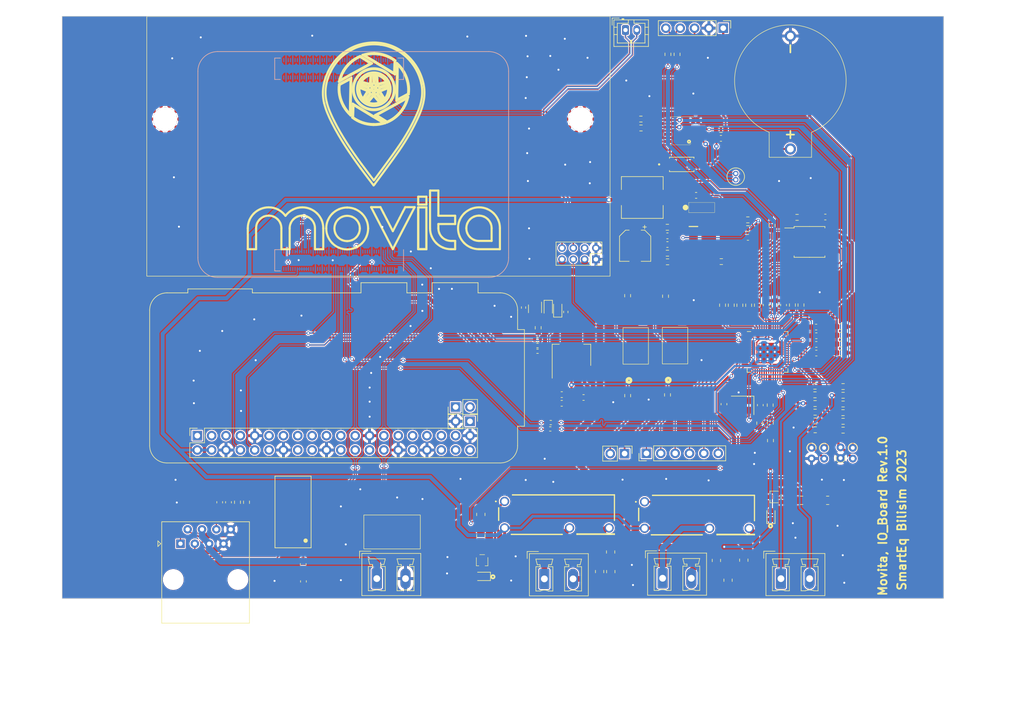
<source format=kicad_pcb>
(kicad_pcb (version 20230606) (generator pcbnew)
  (layers (0 "F.Cu" signal) (31 "B.Cu" signal) (34 "B.Paste" user) (35 "F.Paste" user) (36 "B.SilkS" user "B.Silkscreen") (37 "F.SilkS" user "F.Silkscreen") (38 "B.Mask" user) (39 "F.Mask" user) (44 "Edge.Cuts" user))
  (net 0 "")
  (net 1 "VIN")
  (net 2 "GND")
  (net 3 "Net-(IC1-BST)")
  (net 4 "Net-(D1-K)")
  (net 5 "Net-(IC1-COMP)")
  (net 6 "Net-(C4-Pad2)")
  (net 7 "5V")
  (net 8 "3.3V")
  (net 9 "/RP2040/XIN")
  (net 10 "Net-(C11-Pad1)")
  (net 11 "+1V1")
  (net 13 "/Raspberry Pi Zero/GPIO2_SDA")
  (net 14 "/Raspberry Pi Zero/GPIO3_SCL")
  (net 15 "/Raspberry Pi Zero/GPIO4")
  (net 16 "/Raspberry Pi Zero/GPIO14")
  (net 17 "/Raspberry Pi Zero/GPIO15")
  (net 18 "/Raspberry Pi Zero/GPIO17")
  (net 19 "/Raspberry Pi Zero/GPIO18")
  (net 20 "/Raspberry Pi Zero/GPIO27")
  (net 21 "/Raspberry Pi Zero/GPIO22")
  (net 22 "/Raspberry Pi Zero/GPIO23")
  (net 24 "/Raspberry Pi Zero/GPIO24")
  (net 25 "/Raspberry Pi Zero/GPIO10")
  (net 26 "/Raspberry Pi Zero/GPIO9")
  (net 27 "/Raspberry Pi Zero/GPIO25")
  (net 28 "/Raspberry Pi Zero/GPIO11")
  (net 29 "/Raspberry Pi Zero/GPIO8")
  (net 30 "/Raspberry Pi Zero/GPIO7")
  (net 31 "/Raspberry Pi Zero/GPIO0")
  (net 32 "/Raspberry Pi Zero/GPIO1")
  (net 33 "/Raspberry Pi Zero/GPIO5")
  (net 34 "/Raspberry Pi Zero/GPIO6")
  (net 35 "/Raspberry Pi Zero/GPIO12")
  (net 36 "/Raspberry Pi Zero/GPIO13")
  (net 37 "/Raspberry Pi Zero/GPIO19")
  (net 38 "/Raspberry Pi Zero/GPIO")
  (net 39 "/Raspberry Pi Zero/GPIO26")
  (net 40 "/Raspberry Pi Zero/GPIO20")
  (net 41 "/Raspberry Pi Zero/GPIO21")
  (net 42 "/Raspberry Pi Zero/TV+")
  (net 43 "/Raspberry Pi Zero/TV-")
  (net 44 "/Raspberry Pi Zero/Run")
  (net 45 "Net-(D5-K)")
  (net 46 "Net-(J5-Pin_1)")
  (net 47 "Net-(J5-Pin_2)")
  (net 48 "/Connectors/Analog_Input1")
  (net 49 "/Connectors/Analog_Input2")
  (net 50 "/Connectors/GP4")
  (net 51 "/Connectors/GP5")
  (net 52 "/Connectors/GP6")
  (net 53 "/Connectors/GP7")
  (net 54 "/Connectors/GP8")
  (net 55 "/Connectors/GP9")
  (net 58 "/GSM/GSM_STATUS")
  (net 59 "/GSM/EN_3.8V")
  (net 60 "Net-(J13-Pin_3)")
  (net 61 "/RP2040/USB D N")
  (net 62 "/RP2040/USB D P")
  (net 63 "Net-(U1-A)")
  (net 64 "Net-(U2-A)")
  (net 65 "/Connectors/GP_2")
  (net 66 "Net-(U1-C)")
  (net 67 "/Connectors/GP_3")
  (net 68 "Net-(U2-C)")
  (net 69 "Net-(R10-Pad2)")
  (net 70 "Net-(R11-Pad2)")
  (net 71 "Net-(R13-Pad2)")
  (net 72 "/Connectors/GP26_AO")
  (net 73 "/Connectors/GP27_AO")
  (net 74 "/POWER/EN")
  (net 75 "Net-(IC1-FREQ)")
  (net 76 "Net-(IC1-FB)")
  (net 77 "/RP2040/QSPI_CSN")
  (net 78 "/RP2040/XOUT")
  (net 79 "Net-(U5-QSPI_SD0)")
  (net 80 "/RP2040/QSPI_SD0")
  (net 81 "Net-(U5-QSPI_SD1)")
  (net 82 "/RP2040/QSPI_SD1")
  (net 83 "Net-(U5-QSPI_SD2)")
  (net 84 "/RP2040/QSPI_SD2")
  (net 85 "Net-(U5-QSPI_SD3)")
  (net 86 "/RP2040/QSPI_SD3")
  (net 87 "Net-(U5-QSPI_SCLK)")
  (net 88 "/RP2040/QSPI_SCLK")
  (net 89 "ADC_VREF")
  (net 90 "Net-(U5-ADC_AVDD)")
  (net 91 "Net-(U5-USB_DP)")
  (net 92 "Net-(U5-USB_DM)")
  (net 93 "Net-(U6-OSCO)")
  (net 94 "/POWER/RTCL 3V3")
  (net 95 "/RP2040/RTCIC_INT_L")
  (net 96 "/RP2040/I2C3_SDA_M0")
  (net 97 "/RP2040/I2C3_SCL_M0")
  (net 98 "Net-(U6-OSCI)")
  (net 100 "Net-(T1-CT1)")
  (net 102 "Net-(R55-Pad2)")
  (net 103 "/CM4_GPIO/CM4_SWCLK")
  (net 112 "Net-(C24-Pad2)")
  (net 114 "Net-(D3-A)")
  (net 115 "Net-(D4-A)")
  (net 116 "Net-(Q1-B)")
  (net 117 "Net-(Q2-B)")
  (net 118 "Net-(R38-Pad1)")
  (net 119 "/RP2040/Relay2_EN")
  (net 120 "/RP2040/Relay1_EN")
  (net 121 "Net-(K1-COM)")
  (net 122 "Net-(J14-Pin_2)")
  (net 123 "/Relay/relay output 1")
  (net 124 "/Relay/relay output 2")
  (net 125 "Net-(J15-Pin_2)")
  (net 126 "Net-(K2-COM)")
  (net 127 "Net-(C26-Pad1)")
  (net 128 "/CM4_GPIO/GPIO_VREF")
  (net 129 "/CM4_GPIO/+1.8V")
  (net 130 "Net-(C26-Pad2)")
  (net 131 "/CM4_GPIO/VOUT_CAM")
  (net 132 "Net-(D7-K)")
  (net 133 "/CM4_GPIO/USB2_N")
  (net 134 "/CM4_GPIO/USB2_P")
  (net 135 "TRD0_P")
  (net 136 "TRD0_N")
  (net 137 "TRD1_P")
  (net 138 "TRD1_N")
  (net 139 "/CM4_GPIO/CM4_SWDIO")
  (net 140 "/Connectors/GP28_AO")
  (net 141 "Net-(T1-CT3)")
  (net 142 "/CM4_GPIO/ID_SC")
  (net 143 "Net-(T1-CT4)")
  (net 144 "/CM4_GPIO/ID_SD")
  (net 145 "Net-(R62-Pad2)")
  (net 146 "TX_P")
  (net 147 "TX_N")
  (net 150 "RX_P")
  (net 151 "RX_N")
  (net 155 "/CM4_GPIO/TRD3_P")
  (net 156 "/CM4_GPIO/TRD3_N")
  (net 157 "/CM4_GPIO/TRD2_N")
  (net 158 "/CM4_GPIO/TRD2_P")
  (net 159 "/CM4_GPIO/ETH_LEDY")
  (net 160 "/CM4_GPIO/ETH_LEDG")
  (net 161 "/CM4_GPIO/nPWR_LED")
  (net 162 "Net-(U7A-PI_nLED_Activity)")
  (net 180 "/CM4_GPIO/+3.3v")
  (net 282 "Net-(U7A-GPIO25)")
  (net 283 "Net-(U7A-GPIO24)")
  (footprint "Connector_PinHeader_2.54mm:PinHeader_1x02_P2.54mm_Vertical" (layer "F.Cu") (at 119.36 115.11 90)
    (property "Reference" "J2" hide)
    (property "Value" "DNP" hide)
  )
  (footprint "Library:KF2EDGR-Y-5.08-2P-Right Angle" (layer "F.Cu") (at 140.14 145.55)
    (property "Reference" "J15" hide)
    (property "Value" "KF2EDGR-Y-5.08-2P-Right Angle" hide)
  )
  (footprint "Library:ECS-3X8X" (layer "F.Cu") (at 172.33 74.31 90)
    (property "Reference" "Y2" hide)
    (property "Value" "ECS-3X8X" hide)
  )
  (footprint "Resistor_SMD:R_0805_2012Metric" (layer "F.Cu") (at 167.57 145.79 90)
    (property "Reference" "R50" hide)
    (property "Value" "0R" hide)
  )
  (footprint "Connector_PinHeader_2.54mm:PinHeader_1x02_P2.54mm_Vertical" (layer "F.Cu") (at 121.9 117.65 -90)
    (property "Reference" "J3" hide)
    (property "Value" "DNP" hide)
  )
  (footprint "Library:Screw_terminal_shinbo" (layer "F.Cu") (at 67.944989 64.137502)
    (property "Reference" "J10" hide)
    (property "Value" "M3x*0.5 L=8" hide)
  )
  (footprint "Resistor_SMD:R_0603_1608Metric" (layer "F.Cu") (at 168.14 97.08 90)
    (property "Reference" "R28" hide)
    (property "Value" "27R" hide)
  )
  (footprint "Library:MRA4007T3G" (layer "F.Cu") (at 177.49 134.2825 90)
    (property "Reference" "D3" hide)
    (property "Value" "MRA4007T3G" hide)
  )
  (footprint "Connector_RJ:RJ45_Amphenol_54602-x08_Horizontal" (layer "F.Cu") (at 70.66 139.32)
    (property "Reference" "J16" hide)
    (property "Value" "RJ45" hide)
  )
  (footprint "Resistor_SMD:R_0603_1608Metric" (layer "F.Cu") (at 156.83 83.2775)
    (property "Reference" "R20" hide)
    (property "Value" "100K" hide)
  )
  (footprint "Resistor_SMD:R_0805_2012Metric" (layer "F.Cu") (at 170.36 142.24 -90)
    (property "Reference" "R49" hide)
    (property "Value" "0R" hide)
  )
  (footprint "Resistor_THT:R_Axial_DIN0204_L3.6mm_D1.6mm_P1.90mm_Vertical" (layer "F.Cu") (at 187.48 124.16 90)
    (property "Reference" "R45" hide)
    (property "Value" "DNP" hide)
  )
  (footprint "Resistor_SMD:R_0805_2012Metric" (layer "F.Cu") (at 146.82 144.2675 -90)
    (property "Reference" "R40" hide)
    (property "Value" "DNP" hide)
  )
  (footprint "Resistor_SMD:R_0402_1005Metric" (layer "F.Cu") (at 136.19 117.87)
    (property "Reference" "R63" hide)
    (property "Value" "DNP" hide)
  )
  (footprint "Resistor_SMD:R_0603_1608Metric" (layer "F.Cu") (at 187.93 119.21 180)
    (property "Reference" "R16" hide)
    (property "Value" "100R" hide)
  )
  (footprint "Resistor_SMD:R_0603_1608Metric" (layer "F.Cu") (at 156.93 52.655 -90)
    (property "Reference" "R33" hide)
    (property "Value" "27R" hide)
  )
  (footprint "Resistor_SMD:R_0603_1608Metric" (layer "F.Cu") (at 187.93 114.58 180)
    (property "Reference" "R8" hide)
    (property "Value" "DNP" hide)
  )
  (footprint "LED_SMD:LED_0603_1608Metric" (layer "F.Cu") (at 137.43 97.7 90)
    (property "Reference" "D5" hide)
    (property "Value" "LED Green" hide)
  )
  (footprint "Capacitor_SMD:C_0603_1608Metric" (layer "F.Cu") (at 92.42 146 -90)
    (property "Reference" "C25" hide)
    (property "Value" "0.01uF" hide)
  )
  (footprint "Connector_PinSocket_2.00mm:PinSocket_2x04_P2.00mm_Vertical" (layer "F.Cu") (at 144.184989 88.957502 180)
    (property "Reference" "J12" hide)
    (property "Value" "FEMALE Through Hole Pin Header" hide)
  )
  (footprint "Connector_PinHeader_2.54mm:PinHeader_1x02_P2.54mm_Vertical" (layer "F.Cu") (at 149.26 123.36 -90)
    (property "Reference" "J5" hide)
    (property "Value" "FEMALE Through Hole Pin Header" hide)
  )
  (footprint "Resistor_SMD:R_0805_2012Metric" (layer "F.Cu") (at 185.2 131.64)
    (property "Reference" "R46" hide)
    (property "Value" "10K" hide)
  )
  (footprint "Resistor_SMD:R_0603_1608Metric" (layer "F.Cu") (at 166.38 89.36 180)
    (property "Reference" "R19" hide)
    (property "Value" "100K" hide)
  )
  (footprint "Capacitor_SMD:C_0603_1608Metric" (layer "F.Cu") (at 156.84 86.3375 180)
    (property "Reference" "C5" hide)
    (property "Value" "DNP" hide)
  )
  (footprint "Capacitor_SMD:C_0603_1608Metric" (layer "F.Cu") (at 187.57 102.41)
    (property "Reference" "C16" hide)
    (property "Value" "100nF" hide)
  )
  (footprint "Resistor_SMD:R_0603_1608Metric" (layer "F.Cu") (at 169.66 97.09 90)
    (property "Reference" "R26" hide)
    (property "Value" "27R" hide)
  )
  (footprint "Capacitor_SMD:C_0603_1608Metric" (layer "F.Cu") (at 173.28 114.78 -90)
    (property "Reference" "C11" hide)
    (property "Value" "27pF" hide)
  )
  (footprint "Capacitor_SMD:C_0603_1608Metric" (layer "F.Cu") (at 138.14 112.92 180)
    (property "Reference" "C7" hide)
    (property "Value" "22uF" hide)
  )
  (footprint "Resistor_SMD:R_0805_2012Metric" (layer "F.Cu") (at 146.79 140.79 90)
    (property "Reference" "R42" hide)
    (property "Value" "0R" hide)
  )
  (footprint "Resistor_THT:R_Axial_DIN0204_L3.6mm_D1.6mm_P1.90mm_Vertical" (layer "F.Cu") (at 189.65 122.345 -90)
    (property "Reference" "R39" hide)
    (property "Value" "DNP" hide)
  )
  (footprint "Resistor_SMD:R_0603_1608Metric" (layer "F.Cu") (at 175.37 82.97 90)
    (property "Reference" "R24" hide)
    (property "Value" "10K" hide)
  )
  (footprint "Library:PC817C SMD 4pin" (layer "F.Cu") (at 158.09 104.45)
    (property "Reference" "U1" hide)
    (property "Value" "PC817C_4PIN_SMD" hide)
  )
  (footprint "Resistor_SMD:R_0603_1608Metric" (layer "F.Cu") (at 149.8025 95.4 -90)
    (property "Reference" "R4" hide)
    (property "Value" "1K" hide)
  )
  (footprint "Resistor_SMD:R_0603_1608Metric" (layer "F.Cu") (at 156.84 87.8675 180)
    (property "Reference" "R22" hide)
    (property "Value" "210K" hide)
  )
  (footprint "Resistor_SMD:R_0603_1608Metric" (layer "F.Cu") (at 171.22 97.09 90)
    (property "Reference" "R30" hide)
    (property "Value" "27R" hide)
  )
  (footprint "Resistor_SMD:R_0603_1608Metric" (layer "F.Cu") (at 80.75 131.98 90)
    (property "Reference" "R58" hide)
    (property "Value" "75R" hide)
  )
  (footprint "Resistor_SMD:R_0603_1608Metric" (layer "F.Cu") (at 156.86 89.3975 180)
    (property "Reference" "R21" hide)
    (property "Value" "40.2K" hide)
  )
  (footprint "Library:HF46F_5-HS1" (layer "F.Cu") (at 162.6 140.65)
    (property "Reference" "K1" hide)
    (property "Value" "DNP" hide)
  )
  (footprint "Resistor_SMD:R_0805_2012Metric" (layer "F.Cu") (at 165.51 142.29 90)
    (property "Reference" "R48" hide)
    (property "Value" "DNP" hide)
  )
  (footprint "Capacitor_SMD:C_0603_1608Metric" (layer "F.Cu") (at 175.87 97.06 90)
    (property "Reference" "C13" hide)
    (property "Value" "100nF" hide)
  )
  (footprint "Library:TAXM12M4RLBDDT2T" (layer "F.Cu") (at 170.14 110.73 180)
    (property "Reference" "Y1" hide)
    (property "Value" "TAXM12M4RLBDDT2T" hide)
  )
  (footprint "Capacitor_SMD:C_0603_1608Metric" (layer "F.Cu") (at 166.85 114.61 -90)
    (property "Reference" "C10" hide)
    (property "Value" "27pF" hide)
  )
  (footprint "Resistor_SMD:R_0603_1608Metric" (layer "F.Cu") (at 152.165 65.7 180)
    (property "Reference" "R37" hide)
    (property "Value" "4.7K %5 " hide)
  )
  (footprint "Capacitor_SMD:C_0603_1608Metric" (layer "F.Cu") (at 184.785 81.4675 180)
    (property "Reference" "C9" hide)
    (property "Value" "1nF" hide)
  )
  (footprint "Library:KF2EDGR-Y-5.08-2P-Right Angle" (layer "F.Cu") (at 110.4875 145.5025)
    (property "Reference" "J8" hide)
    (property "Value" "KF2EDGR-Y-5.08-2P-Right Angle" hide)
  )
  (footprint "Library:MMBT2222ALT1G" (layer "F.Cu") (at 179.39 130.82 90)
    (property "Reference" "Q1" hide)
    (property "Value" "MMBT2222ALT1G" hide)
  )
  (footprint "Resistor_SMD:R_0603_1608Metric" (layer "F.Cu") (at 158.55 52.655 -90)
    (property "Reference" "R34" hide)
    (property "Value" "27R" hide)
  )
  (footprint "Library:PC817C SMD 4pin" (layer "F.Cu") (at 151.1325 104.5)
    (property "Reference" "U2" hide)
    (property "Value" "PC817C_4PIN_SMD" hide)
  )
  (footprint "Library:SS34FA" (layer "F.Cu") (at 162.7425 79.78 90)
    (property "Reference" "D1" hide)
    (property "Value" "SS34FA" hide)
  )
  (footprint "Library:MMBT2222ALT1G" (layer "F.Cu") (at 123.82 138.84 180)
    (property "Reference" "Q2" hide)
    (property "Value" "MMBT2222ALT1G" hide)
  )
  (footprint "Capacitor_SMD:C_0603_1608Metric" (layer "F.Cu") (at 183.195 102.49 180)
    (property "Reference" "C21" hide)
    (property "Value" "100nF" hide)
  )
  (footprint "Resistor_SMD:R_0402_1005Metric" (layer "F.Cu") (at 133.85 104.23 180)
    (property "Reference" "R61" hide)
    (property "Value" "2.2K 1%" hide)
  )
  (footprint "Capacitor_SMD:C_0603_1608Metric" (layer "F.Cu") (at 187.56 105.52)
    (property "Reference" "C19" hide)
    (property "Value" "100nF" hide)
  )
  (footprint "Package_TO_SOT_SMD:SOT-223" (layer "F.Cu") (at 139.86 105.91 90)
    (property "Reference" "U3" hide)
    (property "Value" "LM1117S-3.3" hide)
  )
  (footprint "Resistor_SMD:R_0603_1608Metric" (layer "F.Cu") (at 182.955 112.96)
    (property "Reference" "R11" hide)
    (property "Value" "1.78K" hide)
  )
  (footprint "Capacitor_SMD:C_0603_1608Metric" (layer "F.Cu") (at 92.38 142.965 -90)
    (property "Reference" "C24" hide)
    (property "Value" "0.01uF" hide)
  )
  (footprint "Resistor_SMD:R_0603_1608Metric" (layer "F.Cu") (at 152.145 64.12 180)
    (property "Reference" "R36" hide)
    (property "Value" "4.7K %5 " hide)
  )
  (footprint "Capacitor_SMD:C_0603_1608Metric" (layer "F.Cu") (at 187.56 103.97)
    (property "Reference" "C22" hide)
    (property "Value" "100nF" hide)
  )
  (footprint "Capacitor_SMD:C_0603_1608Metric" (layer "F.Cu") (at 174.33 97.06 90)
    (property "Reference" "C12" hide)
    (property "Value" "100nF" hide)
  )
  (footprint "Resistor_SMD:R_0402_1005Metric" (layer "F.Cu") (at 133.85 103.21)
    (property "Reference" "R54" hide)
    (property "Value" "DNP" hide)
  )
  (footprint "Resistor_SMD:R_0603_1608Metric" (layer "F.Cu") (at 82.35 131.98 -90)
    (property "Reference" "R60" hide)
    (property "Value" "75R" hide)
  )
  (footprint "Resistor_SMD:R_0603_1608Metric" (layer "F.Cu") (at 166.30825 65.96)
    (property "Reference" "R35" hide)
    (property "Value" "4.7K" hide)
  )
  (footprint "Library:MRA4007T3G" (layer "F.Cu") (at 124.05679 142.7825 180)
    (property "Reference" "D4" hide)
    (property "Value" "MRA4007T3G" hide)
  )
  (footprint "Resistor_SMD:R_0603_1608Metric" (layer "F.Cu") (at 175.05 117.94 -90)
    (property "Reference" "R56" hide)
    (property "Value" "725R" hide)
  )
  (footprint "Capacitor_SMD:C_0603_1608Metric" (layer "F.Cu") (at 183.19 104.03 180)
    (property "Reference" "C20" hide)
    (property "Value" "100nF" hide)
  )
  (footprint "Resistor_SMD:R_0402_1005Metric" (layer "F.Cu") (at 131.38 97.5 -90)
    (property "Reference" "R62" hide)
    (property "Value" "1K" hide)
  )
  (footprint "Resistor_SMD:R_0805_2012Metric" (layer "F.Cu") (at 123.82 134.1375 90)
    (property "Reference" "R51" hide)
    (property "Value" "10K" hide)
  )
  (footprint "Resistor_SMD:R_0805_2012Metric" (layer "F.Cu") (at 144.84 144.2575 -90)
    (property "Reference" "R41" hide)
    (property "Value" "0R" hide)
  )
  (footprint "Resistor_SMD:R_0603_1608Metric" (layer "F.Cu") (at 182.995 119.15)
    (property "Reference" "R12" hide)
    (property "Value" "220R" hide)
  )
  (footprint "Package_TO_SOT_SMD:SOT-353_SC-70-5" (layer "F.Cu") (at 133.41 97.72 -90)
    (property "Reference" "U8" hide)
    (property "Value" "74LVC1G07SE-7" hide)
  )
  (footprint "Capacitor_SMD:C_0603_1608Metric" (layer "F.Cu") (at 161.92 77.63 180)
    (property "Reference" "C3" hide)
    (property "Value" "100nF" hide)
  )
  (footprint "Library:MP1584" (layer "F.Cu") (at 163.935 90.25)
    (property "Reference" "IC1" hide)
    (property "Value" "MP1584EN" hide)
  )
  (footprint "Resistor_SMD:R_0603_1608Metric" (layer "F.Cu") (at 182.975 114.5 180)
    (property "Reference" "R7" hide)
    (property "Value" "DNP" hide)
  )
  (footprint "Library:S6MC" (layer "F.Cu") (at 108.21 137.24 180)
    (property "Reference" "D6" hide)
    (property "Value" "S6MC" hide)
  )
  (footprint "Library:RP20400" (layer "F.Cu") (at 174.785 111.055)
    (property "Reference" "U5" hide)
    (property "Value" "RP2040" hide)
  )
  (footprint "Capacitor_SMD:C_0603_1608Metric" (layer "F.Cu") (at 177.4 97.06 90)
    (property "Reference" "C14" hide)
    (property "Value" "1uF" hide)
  )
  (footprint "Resistor_SMD:R_0603_1608Metric" (layer "F.Cu") (at 175.08 121.06 90)
    (property "Reference" "R55" hide)
    (property "Value" "DNP" hide)
  )
  (footprint "Library:MYOUNG BS-02-A1AJ010" (layer "F.Cu") (at 165.701006 58.116495 -90)
    (property "Reference" "J9" hide)
    (property "Value" "MYOUNG BS-02-A1AJ010" hide)
  )
  (footprint "Library:PinHeader_2x20_P2.54mm_Vertical" (layer "F.Cu") (at 73.64 120.19 90)
    (property "Reference" "J1" hide)
    (property "Value" "FEMALE Through Hole Pin Header" hide)
  )
  (footprint "Library:KF2EDGR-Y-5.08-2P-Right Angle" (layer "F.Cu") (at 182.0075 145.5125)
    (property "Reference" "J6" hide)
    (property "Value" "KF2EDGR-Y-5.08-2P-Right Angle" hide)
  )
  (footprint "Resistor_SMD:R_0603_1608Metric" (layer "F.Cu") (at 182.945 111.43 180)
    (property "Reference" "R15" hide)
    (property "Value" "100R" hide)
  )
  (footprint "Connector_PinHeader_2.54mm:PinHeader_1x05_P2.54mm_Vertical" (layer "F.Cu") (at 166.72 48.02 -90)
    (property "Reference" "J13" hide)
    (property "Value" "FEMALE Through Hole Pin Header" hide)
  )
  (footprint "Resistor_SMD:R_0603_1608Metric" (layer "F.Cu") (at 187.93 111.49)
    (property "Reference" "R10" hide)
    (property "Value" "100R" hide)
  )
  (footprint "Connector_JST:JST_PH_B2B-PH-K_1x02_P2.00mm_Vertical" (layer "F.Cu") (at 149.42 48.35)
    (property "Reference" "J4" hide)
    (property "Value" "JST_PH_B2B-PH-K_1x02_P2.00mm_Vertical" hide)
  )
  (footprint "Connector_PinHeader_2.54mm:PinHeader_1x06_P2.54mm_Vertical" (layer "F.Cu") (at 153.13 123.32 90)
    (property "Reference" "J7" hide)
    (property "Value" "DNP" hide)
  )
  (footprint "Resistor_SMD:R_0805_2012Metric" (layer "F.Cu") (at 180.59 131.64)
    (property "Reference" "R47" hide)
    (property "Value" "1K" hide)
  )
  (footprint "Resistor_SMD:R_0603_1608Metric" (layer "F.Cu") (at 171.07 81.9675 180)
    (property "Reference" "R17" hide)
    (property "Value" "2.2K" hide)
  )
  (footprint "Resistor_THT:R_Axial_DIN0204_L3.6mm_D1.6mm_P1.90mm_Vertical" (layer "F.Cu") (at 184.58 122.36 -90)
    (property "Reference" "R38" hide)
    (property "Value" "DNP" hide)
  )
  (footprint "Library:HF46F_5-HS1" (layer "F.Cu") (at 137.82 140.58)
    (property "Reference" "K2" hide)
    (property "Value" "DNP" hide)
  )
  (footprint "Capacitor_SMD:C_0603_1608Metric" (layer "F.Cu") (at 171.09 85.0675)
    (property "Reference" "C1" hide)
    (property "Value" "10uF" hide)
  )
  (footprint "Capacitor_SMD:C_0603_1608Metric" (layer "F.Cu") (at 156.84 84.7975 180)
    (property "Reference" "C4" hide)
    (property "Value" "150pF" hide)
  )
  (footprint "Resistor_SMD:R_0603_1608Metric" (layer "F.Cu") (at 172.77 97.075 90)
    (property "Reference" "R29" hide)
    (property "Value" "27R" hide)
  )
  (footprint "Resistor_THT:R_Axial_DIN0204_L3.6mm_D1.6mm_P1.90mm_Vertical" (layer "F.Cu") (at 182.35 122.34 -90)
    (property "Reference" "R44" hide)
    (property "Value" "DNP" hide)
  )
  (footprint "Capacitor_SMD:C_0603_1608Metric" (layer "F.Cu") (at 187.58 100.88)
    (property "Reference" "C18" hide)
    (property "Value" "100nF" hide)
  )
  (footprint "Resistor_SMD:R_0603_1608Metric" (layer "F.Cu") (at 173.18 117.97 -90)
    (property "Reference" "R57" hide)
    (property "Value" "275R" hide)
  )
  (footprint "Capacitor_SMD:C_0603_1608Metric" (layer "F.Cu") (at 79.16 131.985 -90)
    (property "Reference" "C26" hide)
    (property "Value" "1000pF" hide)
  )
  (footprint "Library:Screw_terminal_shinbo" (layer "F.Cu") (at 141.444989 64.137502)
    (property "Reference" "J11" hide)
    (property "Value" "M3x*0.5 L=8" hide)
  )
  (footprint "Library:DIOM4325X250N" (layer "F.Cu") (at 159.49825 75.2775)
    (property "Reference" "D2" hide)
    (property "Value" "SS14" hide)
  )
  (footprint "Capacitor_SMD:C_0603_1608Metric" (layer "F.Cu") (at 138.135 114.46 180)
    (property "Reference" "C8" hide)
    (property "Value" "0.1uF" hide)
  )
  (footprint "Resistor_SMD:R_0603_1608Metric" (layer "F.Cu") (at 156.51 95.49 -90)
    (property "Reference" "R3" hide)
    (property "Value" "1K" hide)
  )
  (footprint "Resistor_SMD:R_0805_2012Metric" (layer "F.Cu") (at 123.82 137.9275 90)
    (property "Reference" "R52" hide)
    (property "Value" "1K" hide)
  )
  (footprint "Resistor_SMD:R_0603_1608Metric" (layer "F.Cu") (at 175.03 114.78 -90)
    (property "Reference" "R25" hide)
    (property "Value" "1K" hide)
  )
  (footprint "Resistor_SMD:R_0603_1608Metric" (layer "F.Cu") (at 180.48 97.055 90)
    (property "Reference" "R31" hide)
    (property "Value" "200R" hide)
  )
  (footprint "Resistor_SMD:R_0603_1608Metric" (layer "F.Cu") (at 187.93 117.65)
    (property "Reference" "R14" hide)
    (property "Value" "220R" hide)
  )
  (footprint "Library:W25Q128JVS" (layer "F.Cu") (at 181.84 90.415)
    (property "Reference" "U4" hide)
    (property "Value" "W25Q128JVSIQ" hide)
  )
  (footprint "Resistor_SMD:R_0603_1608Metric" (layer "F.Cu") (at 149.81 113.1 90)
    (property "Reference" "R2" hide)
    (property "Value" "1K" hide)
  )
  (footprint "Resistor_SMD:R_0603_1608Metric" (layer "F.Cu") (at 182.98 116.03 180)
    (property "Reference" "R5" hide)
    (property "Value" "0R" hide)
  )
  (footprint "Resistor_SMD:R_0603_1608Metric" (layer "F.Cu") (at 178.96 97.055 -90)
    (property "Reference" "R32" hide)
    (property "Value" "1R" hide)
  )
  (footprint "Resistor_SMD:R_0603_1608Metric" (layer "F.Cu") (at 133.97 101.08 90)
    (property "Reference" "R53" hide)
    (property "Value" "0R" hide)
  )
  (footprint "Capacitor_SMD:C_0603_1608Metric" (layer "F.Cu") (at 183.19 105.56 180)
    (property "Reference" "C17" hide)
    (property "Value" "100nF" hide)
  )
  (footprint "Capacitor_SMD:C_0603_1608Metric" (layer "F.Cu") (at 77.6 131.985 90)
    (property "Reference" "C27" hide)
    (property "Value" "1000pF" hide)
  )
  (footprint "Inductor_SMD:L_7.3x7.3_H3.5" (layer "F.Cu") (at 152.39 78.01 180)
    (property "Reference" "L1" hide)
    (property "Value" "10uH" hide)
  )
  (footprint "Resistor_SMD:R_0603_1608Metric" (layer "F.Cu") (at 182.99 117.59)
    (property "Reference" "R9" hide)
    (property "Value" "100R" hide)
  )
  (footprint "Resistor_SMD:R_0603_1608Metric" (layer "F.Cu") (at 156.86 112.97 90)
    (property "Reference" "R1" hide)
    (property "Value" "1K" hide)
  )
  (footprint "Capacitor_SMD:C_0603_1608Metric" (layer "F.Cu") (at 166.30825 67.53)
    (property "Reference" "C23" hide)
    (property "Value" "22pF" hide)
  )
  (footprint "Capacitor_SMD:C_0603_1608Metric" (layer "F.Cu") (at 142 113.43 180)
    (property "Reference" "C2" hide)
    (property "Value" "10uF" hide)
  )
  (footprint "Resistor_SMD:R_0603_1608Metric" (layer "F.Cu") (at 187.93 113.04 180)
    (property "Reference" "R6" hide)
    (property "Value" "0R" hide)
  )
  (footprint "Resistor_SMD:R_0402_1005Metric" (layer "F.Cu") (at 138.86 98.28 -90)
    (property "Reference" "R43" hide)
    (property "Value" "1K" hide)
  )
  (footprint "Library:PCF8563" (layer "F.Cu") (at 165.23825 66.18 90)
    (property "Reference" "U6" hide)
    (property "Value" "PCF8563" hide)
  )
  (footprint "Resistor_SMD:R_0402_1005Metric" (layer "F.Cu") (at 133.85 105.24 180)
    (property "Reference" "R59" hide)
    (property "Value" "2.2K 1%" hide)
  )
  (footprint "Resistor_SMD:R_0603_1608Metric" (layer "F.Cu") (at 166.6 97.08 90)
    (property "Reference" "R27" hide)
    (property "Value" "27R" hide)
  )
  (footprint "Resistor_SMD:R_0402_1005Metric" (layer "F.Cu") (at 136.11 119)
    (property "Reference" "R64" hide)
    (property "Value" "DNP" hide)
  )
  (footprint "Resistor_SMD:R_0603_1608Metric" (layer "F.Cu") (at 187.92 116.11)
    (property "Reference" "R13" hide)
    (property "Value" "1.78K" hide)
  )
  (footprint "Library:KF2EDGR-Y-5.08-2P-Right Angle" (layer "F.Cu") (at 161.0675 145.4425)
    (property "Reference" "J14" hide)
    (property "Value" "KF2EDGR-Y-5.08-2P-Right Angle" hide)
  )
  (footprint "Resistor_SMD:R_0603_1608Metric" (layer "F.Cu") (at 179.785 81.5275 180)
    (property "Reference" "R23" hide)
    (property "Value" "DNP" hide)
  )
  (footprint "Library:H1102NL" (layer "F.Cu") (at 97.585 133.65 90)
    (property "Reference" "T1" hide)
    (property "Value" "H1102NL" hide)
  )
  (footprint "LED_SMD:LED_0603_1608Metric" (layer "F.Cu") (at 135.75 97.7 -90)
    (property "Reference" "D7" hide)
    (property "Value" "LED Red" hide)
  )
  (footprint "Capacitor_SMD:CP_Elec_5x5.4" (layer "F.Cu") (at 151.13 86.55 -90)
    (property "Reference" "C6" hide)
    (property "Value" "100uF" hide)
  )
  (footprint "Capacitor_SMD:C_0603_1608Metric" (layer "F.Cu") (at 183.16 100.96 180)
    (property "Reference" "C15" hide)
    (property "Value" "1uF" hide)
  )
  (footprint "Resistor_SMD:R_0603_1608Metric" (layer "F.Cu") (at 171.07 83.5175)
    (property "Reference" "R18" hide)
    (property "Value" "100K" hide)
  )
  (footprint "Library:Raspberry-Pi-4-Compute-Module" (layer "B.Cu") (at 77.24 88.67 90)
    (property "Reference" "U7" hide)
    (property "Value" "DNP" hide)
  )
  (gr_curve (pts (xy 98.901846 57.242319) (xy 99.053018 56.687258) (xy 99.280147 56.1447) (xy 99.588972 55.628903)) (stroke (width 0.375)) (layer "F.SilkS"))
  (gr_curve (pts (xy 100.675897 61.005045) (xy 100.675897 61.005045) (xy 100.658276 62.558502) (xy 100.65118 63.184063)) (stroke (width 0.375)) (layer "F.SilkS"))
  (gr_line (start 105.349191 59.701148) (end 105.534589 59.566448) (stroke (width 0.375)) (layer "F.SilkS"))
  (gr_curve (pts (xy 99.280702 81.428048) (xy 99.005597 81.54354) (xy 98.766123 81.703154) (xy 98.562702 81.906681)) (stroke (width 0.375)) (layer "F.SilkS"))
  (gr_curve (pts (xy 104.960492 52.442166) (xy 106.380359 52.464793) (xy 107.697647 52.948415) (xy 108.699268 53.74571)) (stroke (width 0.375)) (layer "F.SilkS"))
  (gr_line (start 104.397991 79.719351) (end 106.049047 79.719351) (stroke (width 0.375)) (layer "F.SilkS"))
  (gr_curve (pts (xy 93.659943 80.041094) (xy 94.105668 80.23393) (xy 94.499096 80.497927) (xy 94.840122 80.83361)) (stroke (width 0.375)) (layer "F.SilkS"))
  (gr_line (start 94.460633 87.164405) (end 94.460633 83.45) (stroke (width 0.375)) (layer "F.SilkS"))
  (gr_curve (pts (xy 108.551177 53.79754) (xy 108.542646 54.034607) (xy 108.493601 55.397481) (xy 108.472815 55.975099)) (stroke (width 0.375)) (layer "F.SilkS"))
  (gr_line (start 102.46858 52.949269) (end 104.564627 54.262128) (stroke (width 0.375)) (layer "F.SilkS"))
  (gr_line (start 88.517607 87.164405) (end 88.517607 83.45) (stroke (width 0.375)) (layer "F.SilkS"))
  (gr_curve (pts (xy 98.835587 58.050991) (xy 99.045159 57.939846) (xy 100.249966 57.300882) (xy 100.76059 57.030075)) (stroke (width 0.375)) (layer "F.SilkS"))
  (gr_curve (pts (xy 88.344473 82.583389) (xy 88.228981 82.313943) (xy 88.069367 82.077404) (xy 87.865841 81.873458)) (stroke (width 0.375)) (layer "F.SilkS"))
  (gr_curve (pts (xy 98.08407 84.358008) (xy 98.199562 84.633113) (xy 98.359175 84.872692) (xy 98.562702 85.076113)) (stroke (width 0.375)) (layer "F.SilkS"))
  (gr_curve (pts (xy 103.581371 84.919329) (xy 103.388535 85.370817) (xy 103.121604 85.76676) (xy 102.780577 86.107787)) (stroke (width 0.375)) (layer "F.SilkS"))
  (gr_line (start 105.018593 57.851835) (end 104.789428 57.851835) (stroke (width 0.375)) (layer "F.SilkS"))
  (gr_curve (pts (xy 84.217462 82.583389) (xy 84.10197 82.85315) (xy 84.044328 83.142196) (xy 84.044328 83.45)) (stroke (width 0.375)) (layer "F.SilkS"))
  (gr_line (start 114.187997 77.864769) (end 114.187997 79.264823) (stroke (width 0.375)) (layer "F.SilkS"))
  (gr_line (start 105.752762 59.146603) (end 107.524159 58.430913) (stroke (width 0.375)) (layer "F.SilkS"))
  (gr_line (start 103.772255 59.157304) (end 102.336594 58.577259) (stroke (width 0.375)) (layer "F.SilkS"))
  (gr_line (start 104.851168 59.988093) (end 103.855868 61.174245) (stroke (width 0.375)) (layer "F.SilkS"))
  (gr_line (start 106.403713 61.024976) (end 105.453951 59.717741) (stroke (width 0.375)) (layer "F.SilkS"))
  (gr_curve (pts (xy 90.531803 80.156901) (xy 91.048793 79.88714) (xy 91.610114 79.752468) (xy 92.215557 79.752468)) (stroke (width 0.375)) (layer "F.SilkS"))
  (gr_curve (pts (xy 102.227535 84.358008) (xy 102.342922 84.082901) (xy 102.400668 83.791446) (xy 102.400668 83.483222)) (stroke (width 0.375)) (layer "F.SilkS"))
  (gr_curve (pts (xy 97.455578 64.788423) (xy 98.900765 67.647876) (xy 100.683013 70.285814) (xy 102.564849 72.855966)) (stroke (width 0.375)) (layer "F.SilkS"))
  (gr_curve (pts (xy 107.171585 81.890227) (xy 107.369347 82.280825) (xy 107.564594 82.657904) (xy 107.75743 83.021044)) (stroke (width 0.375)) (layer "F.SilkS"))
  (gr_line (start 103.346522 61.105569) (end 103.161124 60.970869) (stroke (width 0.375)) (layer "F.SilkS"))
  (gr_circle (center 104.898892 58.076777) (end 104.996392 58.076777) (stroke (width 0.375)) (fill none) (layer "F.SilkS"))
  (gr_curve (pts (xy 120.073802 82.005719) (xy 120.266219 81.55989) (xy 120.53315 81.169396) (xy 120.874492 80.83361)) (stroke (width 0.375)) (layer "F.SilkS"))
  (gr_curve (pts (xy 105.072736 53.914267) (xy 105.072736 53.914267) (xy 103.736214 53.122279) (xy 103.198011 52.803353)) (stroke (width 0.375)) (layer "F.SilkS"))
  (gr_arc (start 105.293942 56.175921) (mid 106.462144 56.657318) (end 107.280975 57.619584) (stroke (width 0.375)) (layer "F.SilkS"))
  (gr_curve (pts (xy 96.458061 83.483222) (xy 96.458061 82.966128) (xy 96.554269 82.484246) (xy 96.747106 82.038836)) (stroke (width 0.375)) (layer "F.SilkS"))
  (gr_line (start 105.564376 57.89299) (end 107.066793 57.518396) (stroke (width 0.375)) (layer "F.SilkS"))
  (gr_line (start 108.610322 56.217369) (end 104.954697 54.001648) (stroke (width 0.375)) (layer "F.SilkS"))
  (gr_line (start 101.151288 61.388896) (end 104.806913 63.604618) (stroke (width 0.375)) (layer "F.SilkS"))
  (gr_line (start 106.76518 60.76681) (end 105.752762 59.146603) (stroke (width 0.375)) (layer "F.SilkS"))
  (gr_line (start 107.20072 64.735865) (end 105.104673 63.423006) (stroke (width 0.375)) (layer "F.SilkS"))
  (gr_curve (pts (xy 110.931179 59.640641) (xy 110.721608 59.751786) (xy 109.516801 60.39075) (xy 109.006177 60.661557)) (stroke (width 0.375)) (layer "F.SilkS"))
  (gr_curve (pts (xy 100.155592 85.728298) (xy 100.463816 85.728298) (xy 100.755796 85.670552) (xy 101.030902 85.55506)) (stroke (width 0.375)) (layer "F.SilkS"))
  (gr_line (start 112.735123 79.264823) (end 112.735123 77.864769) (stroke (width 0.375)) (layer "F.SilkS"))
  (gr_line (start 105.453951 59.717741) (end 105.517997 59.671209) (stroke (width 0.375)) (layer "F.SilkS"))
  (gr_curve (pts (xy 122.624272 85.521942) (xy 122.898958 85.63733) (xy 123.190833 85.695076) (xy 123.499057 85.695076)) (stroke (width 0.375)) (layer "F.SilkS"))
  (gr_curve (pts (xy 122.06295 80.041094) (xy 122.514124 79.848677) (xy 122.992652 79.752468) (xy 123.499057 79.752468)) (stroke (width 0.375)) (layer "F.SilkS"))
  (gr_curve (pts (xy 106.902268 64.846271) (xy 106.239541 65.062501) (xy 105.533444 65.175736) (xy 104.801118 65.1641)) (stroke (width 0.375)) (layer "F.SilkS"))
  (gr_line (start 112.735123 87.164405) (end 112.735123 79.752468) (stroke (width 0.375)) (layer "F.SilkS"))
  (gr_curve (pts (xy 108.983803 54.192595) (xy 109.502427 54.658418) (xy 109.953539 55.213299) (xy 110.309625 55.85333)) (stroke (width 0.375)) (layer "F.SilkS"))
  (gr_line (start 105.903847 58.56189) (end 105.879384 58.486599) (stroke (width 0.375)) (layer "F.SilkS"))
  (gr_curve (pts (xy 97.839251 64.414855) (xy 99.21562 67.138144) (xy 100.912999 69.650466) (xy 102.705224 72.098229)) (stroke (width 0.375)) (layer "F.SilkS"))
  (gr_curve (pts (xy 104.841848 75.866617) (xy 104.934173 75.756575) (xy 104.986664 75.701554) (xy 105.031341 75.64092)) (stroke (width 0.375)) (layer "F.SilkS"))
  (gr_arc (start 105.846471 61.174249) (mid 104.851166 61.365488) (end 103.855868 61.174245) (stroke (width 0.375)) (layer "F.SilkS"))
  (gr_curve (pts (xy 102.564849 72.855966) (xy 103.301254 73.860983) (xy 104.066819 74.843552) (xy 104.841848 75.866617)) (stroke (width 0.375)) (layer "F.SilkS"))
  (gr_line (start 114.187997 87.164405) (end 112.735123 87.164405) (stroke (width 0.375)) (layer "F.SilkS"))
  (gr_curve (pts (xy 125.554231 82.583389) (xy 125.438738 82.313943) (xy 125.279124 82.077404) (xy 125.075598 81.873458)) (stroke (width 0.375)) (layer "F.SilkS"))
  (gr_curve (pts (xy 98.08407 82.616507) (xy 97.968263 82.886268) (xy 97.910517 83.175313) (xy 97.910517 83.483222)) (stroke (width 0.375)) (layer "F.SilkS"))
  (gr_circle (center 104.883453 58.830201) (end 108.589151 58.830201) (stroke (width 0.375)) (fill none) (layer "F.SilkS"))
  (gr_curve (pts (xy 104.938832 52.591713) (xy 106.299722 52.6134) (xy 107.566379 53.058581) (xy 108.551177 53.79754)) (stroke (width 0.375)) (layer "F.SilkS"))
  (gr_line (start 112.735123 77.864769) (end 114.187997 77.864769) (stroke (width 0.375)) (layer "F.SilkS"))
  (gr_line (start 119.273007 81.238146) (end 119.273007 82.707371) (stroke (width 0.375)) (layer "F.SilkS"))
  (gr_line (start 105.104673 63.423006) (end 108.851357 61.365002) (stroke (width 0.375)) (layer "F.SilkS"))
  (gr_curve (pts (xy 116.301651 83.45) (xy 116.301651 83.758328) (xy 116.359397 84.050203) (xy 116.474889 84.32489)) (stroke (width 0.375)) (layer "F.SilkS"))
  (gr_line (start 114.832427 76.780798) (end 116.301651 76.780798) (stroke (width 0.375)) (layer "F.SilkS"))
  (gr_curve (pts (xy 93.090447 81.394931) (xy 92.815341 81.279438) (xy 92.523467 81.221797) (xy 92.215557 81.221797)) (stroke (width 0.375)) (layer "F.SilkS"))
  (gr_line (start 105.517997 59.671209) (end 106.467759 60.978444) (stroke (width 0.375)) (layer "F.SilkS"))
  (gr_line (start 103.923917 58.617292) (end 102.244511 58.07162) (stroke (width 0.375)) (layer "F.SilkS"))
  (gr_line (start 116.301651 82.707371) (end 116.301651 83.45) (stroke (width 0.375)) (layer "F.SilkS"))
  (gr_line (start 114.187997 79.264823) (end 112.735123 79.264823) (stroke (width 0.375)) (layer "F.SilkS"))
  (gr_curve (pts (xy 125.075598 81.873458) (xy 124.871758 81.670037) (xy 124.635114 81.510318) (xy 124.365772 81.394931)) (stroke (width 0.375)) (layer "F.SilkS"))
  (gr_curve (pts (xy 106.049047 79.719351) (xy 106.203002 80.01657) (xy 106.37907 80.355082) (xy 106.577146 80.734571)) (stroke (width 0.375)) (layer "F.SilkS"))
  (gr_line (start 108.865118 60.901777) (end 108.956177 56.628052) (stroke (width 0.375)) (layer "F.SilkS"))
  (gr_curve (pts (xy 106.5636 64.802913) (xy 106.007317 64.949525) (xy 105.423883 65.024104) (xy 104.822778 65.014553)) (stroke (width 0.375)) (layer "F.SilkS"))
  (gr_curve (pts (xy 83.656141 80.83361) (xy 83.991927 80.497927) (xy 84.385251 80.23393) (xy 84.836425 80.041094)) (stroke (width 0.375)) (layer "F.SilkS"))
  (gr_curve (pts (xy 103.869892 83.483222) (xy 103.869892 83.989627) (xy 103.773684 84.468155) (xy 103.581371 84.919329)) (stroke (width 0.375)) (layer "F.SilkS"))
  (gr_curve (pts (xy 121.427219 84.32489) (xy 121.543026 84.600415) (xy 121.702325 84.839469) (xy 121.906166 85.042891)) (stroke (width 0.375)) (layer "F.SilkS"))
  (gr_curve (pts (xy 123.499057 81.221797) (xy 123.190833 81.221797) (xy 122.898958 81.279438) (xy 122.624272 81.394931)) (stroke (width 0.375)) (layer "F.SilkS"))
  (gr_curve (pts (xy 100.155592 81.254496) (xy 99.847683 81.254496) (xy 99.555809 81.312242) (xy 99.280702 81.428048)) (stroke (width 0.375)) (layer "F.SilkS"))
  (gr_line (start 104.864428 56.161003) (end 104.943593 56.161003) (stroke (width 0.375)) (layer "F.SilkS"))
  (gr_curve (pts (xy 86.272531 79.752468) (xy 86.889083 79.752468) (xy 87.453234 79.88714) (xy 87.964984 80.156901)) (stroke (width 0.375)) (layer "F.SilkS"))
  (gr_line (start 105.846471 61.174249) (end 104.851168 59.988093) (stroke (width 0.375)) (layer "F.SilkS"))
  (gr_line (start 110.440161 79.719351) (end 112.107147 79.719351) (stroke (width 0.375)) (layer "F.SilkS"))
  (gr_curve (pts (xy 92.215557 79.752468) (xy 92.732652 79.752468) (xy 93.214533 79.848677) (xy 93.659943 80.041094)) (stroke (width 0.375)) (layer "F.SilkS"))
  (gr_curve (pts (xy 95.640917 82.005719) (xy 95.833334 82.451548) (xy 95.929962 82.93301) (xy 95.929962 83.45)) (stroke (width 0.375)) (layer "F.SilkS"))
  (gr_curve (pts (xy 84.696409 81.873458) (xy 84.492568 82.077404) (xy 84.332849 82.313943) (xy 84.217462 82.583389)) (stroke (width 0.375)) (layer "F.SilkS"))
  (gr_line (start 118.546727 85.695076) (end 119.273007 85.695076) (stroke (width 0.375)) (layer "F.SilkS"))
  (gr_curve (pts (xy 125.727783 83.45) (xy 125.727783 83.142196) (xy 125.669618 82.85315) (xy 125.554231 82.583389)) (stroke (width 0.375)) (layer "F.SilkS"))
  (gr_curve (pts (xy 120.874492 80.83361) (xy 121.215099 80.497927) (xy 121.611462 80.23393) (xy 122.06295 80.041094)) (stroke (width 0.375)) (layer "F.SilkS"))
  (gr_line (start 100.901649 56.789855) (end 100.81059 61.06358) (stroke (width 0.375)) (layer "F.SilkS"))
  (gr_curve (pts (xy 113.286592 57.840604) (xy 112.520592 54.225343) (xy 109.613585 51.425129) (xy 106.087615 50.94985)) (stroke (width 0.375)) (layer "F.SilkS"))
  (gr_curve (pts (xy 100.65118 63.184063) (xy 100.246068 62.775613) (xy 99.889764 62.307635) (xy 99.597483 61.782287)) (stroke (width 0.375)) (layer "F.SilkS"))
  (gr_curve (pts (xy 106.11636 50.650168) (xy 102.20512 50.123174) (xy 98.485575 52.138272) (xy 96.777717 55.744803)) (stroke (width 0.375)) (layer "F.SilkS"))
  (gr_line (start 104.564627 54.262128) (end 100.817943 56.320132) (stroke (width 0.375)) (layer "F.SilkS"))
  (gr_curve (pts (xy 105.054264 74.750567) (xy 106.424869 72.875653) (xy 107.832783 71.026835) (xy 109.154655 69.116708)) (stroke (width 0.375)) (layer "F.SilkS"))
  (gr_curve (pts (xy 102.227535 82.616507) (xy 102.112043 82.347165) (xy 101.952429 82.110521) (xy 101.748903 81.906681)) (stroke (width 0.375)) (layer "F.SilkS"))
  (gr_line (start 125.727783 85.695076) (end 125.727783 83.45) (stroke (width 0.375)) (layer "F.SilkS"))
  (gr_line (start 108.699268 53.74571) (end 108.610322 56.217369) (stroke (width 0.375)) (layer "F.SilkS"))
  (gr_curve (pts (xy 115.922162 86.074984) (xy 115.580821 85.733957) (xy 115.313889 85.3377) (xy 115.121472 84.886106)) (stroke (width 0.375)) (layer "F.SilkS"))
  (gr_line (start 84.044328 83.45) (end 84.044328 87.164405) (stroke (width 0.375)) (layer "F.SilkS"))
  (gr_curve (pts (xy 99.597483 61.782287) (xy 98.93582 60.592878) (xy 98.688029 59.273331) (xy 98.835587 58.050991)) (stroke (width 0.375)) (layer "F.SilkS"))
  (gr_line (start 105.974697 59.218714) (end 106.79523 60.531841) (stroke (width 0.375)) (layer "F.SilkS"))
  (gr_line (start 104.943593 57.776835) (end 104.864428 57.776835) (stroke (width 0.375)) (layer "F.SilkS"))
  (gr_line (start 106.467759 60.978444) (end 106.403713 61.024976) (stroke (width 0.375)) (layer "F.SilkS"))
  (gr_line (start 114.187997 79.752468) (end 114.187997 87.164405) (stroke (width 0.375)) (layer "F.SilkS"))
  (gr_curve (pts (xy 110.309625 55.85333) (xy 110.999963 57.094284) (xy 111.239778 58.4769) (xy 111.050111 59.742976)) (stroke (width 0.375)) (layer "F.SilkS"))
  (gr_line (start 104.851167 59.754737) (end 106.079221 61.218274) (stroke (width 0.375)) (layer "F.SilkS"))
  (gr_line (start 103.994733 58.399343) (end 103.923917 58.617292) (stroke (width 0.375)) (layer "F.SilkS"))
  (gr_curve (pts (xy 121.253981 83.45) (xy 121.253981 83.758328) (xy 121.311727 84.050203) (xy 121.427219 84.32489)) (stroke (width 0.375)) (layer "F.SilkS"))
  (gr_curve (pts (xy 84.836425 80.041094) (xy 85.287599 79.848677) (xy 85.766545 79.752468) (xy 86.272531 79.752468)) (stroke (width 0.375)) (layer "F.SilkS"))
  (gr_curve (pts (xy 107.22988 64.5817) (xy 107.02884 64.455778) (xy 105.873078 63.731867) (xy 105.38324 63.425056)) (stroke (width 0.375)) (layer "F.SilkS"))
  (gr_line (start 98.716656 57.948656) (end 100.901649 56.789855) (stroke (width 0.375)) (layer "F.SilkS"))
  (gr_line (start 116.301651 81.238146) (end 119.273007 81.238146) (stroke (width 0.375)) (layer "F.SilkS"))
  (gr_line (start 108.851357 61.365002) (end 110.974338 60.171199) (stroke (width 0.375)) (layer "F.SilkS"))
  (gr_curve (pts (xy 108.472815 55.975099) (xy 107.642316 55.471723) (xy 105.072736 53.914267) (xy 105.072736 53.914267)) (stroke (width 0.375)) (layer "F.SilkS"))
  (gr_line (start 105.427213 58.081779) (end 105.293942 56.175921) (stroke (width 0.375)) (layer "F.SilkS"))
  (gr_curve (pts (xy 94.840122 80.83361) (xy 95.181149 81.169396) (xy 95.448081 81.55989) (xy 95.640917 82.005719)) (stroke (width 0.375)) (layer "F.SilkS"))
  (gr_curve (pts (xy 105.031341 75.64092) (xy 106.470476 73.672261) (xy 107.948787 71.731002) (xy 109.336752 69.725368)) (stroke (width 0.375)) (layer "F.SilkS"))
  (gr_line (start 107.416131 57.98728) (end 107.440595 58.06257) (stroke (width 0.375)) (layer "F.SilkS"))
  (gr_curve (pts (xy 85.40592 81.394931) (xy 85.136159 81.510318) (xy 84.899935 81.670037) (xy 84.696409 81.873458)) (stroke (width 0.375)) (layer "F.SilkS"))
  (gr_curve (pts (xy 109.006177 60.661557) (xy 109.026864 59.690636) (xy 109.09087 56.686587) (xy 109.09087 56.686587)) (stroke (width 0.375)) (layer "F.SilkS"))
  (gr_line (start 116.301651 76.780798) (end 116.301651 81.238146) (stroke (width 0.375)) (layer "F.SilkS"))
  (gr_circle (center 104.427799 59.430421) (end 104.525299 59.430421) (stroke (width 0.375)) (fill none) (layer "F.SilkS"))
  (gr_curve (pts (xy 103.581371 82.038836) (xy 103.773684 82.484246) (xy 103.869892 82.966128) (xy 103.869892 83.483222)) (stroke (width 0.375)) (layer "F.SilkS"))
  (gr_curve (pts (xy 90.160488 82.583389) (xy 90.044577 82.85315) (xy 89.986936 83.142196) (xy 89.986936 83.45)) (stroke (width 0.375)) (layer "F.SilkS"))
  (gr_circle (center 105.604772 58.612063) (end 105.702272 58.612063) (stroke (width 0.375)) (fill none) (layer "F.SilkS"))
  (gr_curve (pts (xy 126.115447 80.83361) (xy 126.451129 81.169396) (xy 126.715231 81.55989) (xy 126.908067 82.005719)) (stroke (width 0.375)) (layer "F.SilkS"))
  (gr_curve (pts (xy 121.427219 82.583389) (xy 121.311727 82.85315) (xy 121.253981 83.142196) (xy 121.253981 83.45)) (stroke (width 0.375)) (layer "F.SilkS"))
  (gr_curve (pts (xy 109.336752 69.725368) (xy 110.732091 67.708839) (xy 111.969628 65.588431) (xy 112.949666 63.320126)) (stroke (width 0.375)) (layer "F.SilkS"))
  (gr_curve (pts (xy 100.76059 57.030075) (xy 100.739903 58.000996) (xy 100.675897 61.005045) (xy 100.675897 61.005045)) (stroke (width 0.375)) (layer "F.SilkS"))
  (gr_line (start 95.929962 83.45) (end 95.929962 87.164405) (stroke (width 0.375)) (layer "F.SilkS"))
  (gr_curve (pts (xy 96.747106 84.919329) (xy 96.554269 84.468155) (xy 96.458061 83.989627) (xy 96.458061 83.483222)) (stroke (width 0.375)) (layer "F.SilkS"))
  (gr_curve (pts (xy 110.027449 80.503692) (xy 110.203098 80.156901) (xy 110.341123 79.895314) (xy 110.440161 79.719351)) (stroke (width 0.375)) (layer "F.SilkS"))
  (gr_curve (pts (xy 98.562702 85.076113) (xy 98.766123 85.279954) (xy 99.005597 85.439253) (xy 99.280702 85.55506)) (stroke (width 0.375)) (layer "F.SilkS"))
  (gr_line (start 84.044328 87.164405) (end 82.575 87.164405) (stroke (width 0.375)) (layer "F.SilkS"))
  (gr_curve (pts (xy 97.539202 80.866832) (xy 97.874884 80.53115) (xy 98.268312 80.267048) (xy 98.719486 80.074212)) (stroke (width 0.375)) (layer "F.SilkS"))
  (gr_arc (start 102.700107 57.518394) (mid 103.392922 56.77866) (end 104.310542 56.348351) (stroke (width 0.375)) (layer "F.SilkS"))
  (gr_line (start 107.280975 57.619584) (end 105.427213 58.081779) (stroke (width 0.375)) (layer "F.SilkS"))
  (gr_curve (pts (xy 120.073802 84.886106) (xy 119.880965 84.435037) (xy 119.784757 83.956405) (xy 119.784757 83.45)) (stroke (width 0.375)) (layer "F.SilkS"))
  (gr_line (start 103.32993 61.000809) (end 103.265884 60.954277) (stroke (width 0.375)) (layer "F.SilkS"))
  (gr_curve (pts (xy 100.155592 87.197522) (xy 99.649607 87.197522) (xy 99.17066 87.101314) (xy 98.719486 86.908477)) (stroke (width 0.375)) (layer "F.SilkS"))
  (gr_curve (pts (xy 102.439421 53.103434) (xy 102.640461 53.229356) (xy 103.796223 53.953268) (xy 104.286061 54.260078)) (stroke (width 0.375)) (layer "F.SilkS"))
  (gr_curve (pts (xy 93.808553 81.873458) (xy 93.604608 81.670037) (xy 93.365554 81.510318) (xy 93.090447 81.394931)) (stroke (width 0.375)) (layer "F.SilkS"))
  (gr_curve (pts (xy 110.767454 60.442815) (xy 110.616283 60.997876) (xy 110.389153 61.540434) (xy 110.080329 62.056231)) (stroke (width 0.375)) (layer "F.SilkS"))
  (gr_line (start 100.817943 56.320132) (end 98.694962 57.513935) (stroke (width 0.375)) (layer "F.SilkS"))
  (gr_curve (pts (xy 94.460633 83.45) (xy 94.460633 83.142196) (xy 94.402887 82.85315) (xy 94.287081 82.583389)) (stroke (width 0.375)) (layer "F.SilkS"))
  (gr_line (start 100.81059 61.06358) (end 100.782964 63.499037) (stroke (width 0.375)) (layer "F.SilkS"))
  (gr_line (start 104.943593 56.161003) (end 104.943593 57.776835) (stroke (width 0.375)) (layer "F.SilkS"))
  (gr_curve (pts (xy 109.449464 81.634404) (xy 109.65865 81.227037) (xy 109.851067 80.850063) (xy 110.027449 80.503692)) (stroke (width 0.375)) (layer "F.SilkS"))
  (gr_curve (pts (xy 99.47029 55.535372) (xy 100.199819 54.317045) (xy 101.277292 53.41805) (xy 102.46858 52.949269)) (stroke (width 0.375)) (layer "F.SilkS"))
  (gr_line (start 101.062343 63.860556) (end 101.151288 61.388896) (stroke (width 0.375)) (layer "F.SilkS"))
  (gr_curve (pts (xy 121.906166 81.873458) (xy 121.702325 82.077404) (xy 121.543026 82.313943) (xy 121.427219 82.583389)) (stroke (width 0.375)) (layer "F.SilkS"))
  (gr_line (start 104.279692 59.693574) (end 103.32993 61.000809) (stroke (width 0.375)) (layer "F.SilkS"))
  (gr_curve (pts (xy 104.688874 63.691998) (xy 104.688874 63.691998) (xy 106.025396 64.483987) (xy 106.5636 64.802913)) (stroke (width 0.375)) (layer "F.SilkS"))
  (gr_curve (pts (xy 122.06295 86.87536) (xy 121.611462 86.682943) (xy 121.215099 86.416011) (xy 120.874492 86.074984)) (stroke (width 0.375)) (layer "F.SilkS"))
  (gr_line (start 104.339693 58.081779) (end 102.485931 57.619584) (stroke (width 0.375)) (layer "F.SilkS"))
  (gr_line (start 114.832427 83.45) (end 114.832427 76.780798) (stroke (width 0.375)) (layer "F.SilkS"))
  (gr_curve (pts (xy 115.121472 84.886106) (xy 114.928636 84.435037) (xy 114.832427 83.956405) (xy 114.832427 83.45)) (stroke (width 0.375)) (layer "F.SilkS"))
  (gr_line (start 103.875764 58.522786) (end 102.339017 58.023467) (stroke (width 0.375)) (layer "F.SilkS"))
  (gr_curve (pts (xy 100.155592 79.785272) (xy 100.673107 79.785272) (xy 101.154464 79.881795) (xy 101.600293 80.074212)) (stroke (width 0.375)) (layer "F.SilkS"))
  (gr_curve (pts (xy 92.215557 81.221797) (xy 91.907334 81.221797) (xy 91.618289 81.279438) (xy 91.348947 81.394931)) (stroke (width 0.375)) (layer "F.SilkS"))
  (gr_arc (start 102.485931 57.619584) (mid 103.304768 56.657334) (end 104.472964 56.175921) (stroke (width 0.375)) (layer "F.SilkS"))
  (gr_line (start 89.986936 83.45) (end 89.986936 87.164405) (stroke (width 0.375)) (layer "F.SilkS"))
  (gr_curve (pts (xy 97.539202 86.107787) (xy 97.20352 85.76676) (xy 96.939418 85.370817) (xy 96.747106 84.919329)) (stroke (width 0.375)) (layer "F.SilkS"))
  (gr_curve (pts (xy 124.943442 80.041094) (xy 125.389167 80.23393) (xy 125.779765 80.497927) (xy 126.115447 80.83361)) (stroke (width 0.375)) (layer "F.SilkS"))
  (gr_arc (start 107.410365 58.638667) (mid 107.284649 59.644338) (end 106.79523 60.531841) (stroke (width 0.375)) (layer "F.SilkS"))
  (gr_curve (pts (xy 98.562702 81.906681) (xy 98.359175 82.110521) (xy 98.199562 82.347165) (xy 98.08407 82.616507)) (stroke (width 0.375)) (layer "F.SilkS"))
  (gr_curve (pts (xy 98.719486 86.908477) (xy 98.268312 86.71606) (xy 97.874884 86.449129) (xy 97.539202 86.107787)) (stroke (width 0.375)) (layer "F.SilkS"))
  (gr_line (start 104.472964 56.175921) (end 104.339693 58.081779) (stroke (width 0.375)) (layer "F.SilkS"))
  (gr_curve (pts (xy 87.14784 81.394931) (xy 86.872315 81.279438) (xy 86.58086 81.221797) (xy 86.272531 81.221797)) (stroke (width 0.375)) (layer "F.SilkS"))
  (gr_line (start 102.315327 57.853671) (end 103.994733 58.399343) (stroke (width 0.375)) (layer "F.SilkS"))
  (gr_curve (pts (xy 103.198011 52.803353) (xy 103.754294 52.656741) (xy 104.337727 52.582162) (xy 104.938832 52.591713)) (stroke (width 0.375)) (layer "F.SilkS"))
  (gr_curve (pts (xy 108.868011 61.510918) (xy 108.868011 61.510918) (xy 110.222155 60.74945) (xy 110.767454 60.442815)) (stroke (width 0.375)) (layer "F.SilkS"))
  (gr_curve (pts (xy 117.11062 86.87536) (xy 116.659132 86.682943) (xy 116.263189 86.416011) (xy 115.922162 86.074984)) (stroke (width 0.375)) (layer "F.SilkS"))
  (gr_circle (center 104.883453 58.830201) (end 107.733453 58.830201) (stroke (width 0.375)) (fill none) (layer "F.SilkS"))
  (gr_line (start 105.018593 56.086003) (end 105.018593 57.851835) (stroke (width 0.375)) (layer "F.SilkS"))
  (gr_curve (pts (xy 120.874492 86.074984) (xy 120.53315 85.733957) (xy 120.266219 85.3377) (xy 120.073802 84.886106)) (stroke (width 0.375)) (layer "F.SilkS"))
  (gr_line (start 103.623114 61.218274) (end 104.851167 59.754737) (stroke (width 0.375)) (layer "F.SilkS"))
  (gr_curve (pts (xy 96.777717 55.744803) (xy 95.937432 57.519678) (xy 95.609836 59.382147) (xy 96.092592 61.332429)) (stroke (width 0.375)) (layer "F.SilkS"))
  (gr_line (start 114.187997 87.164405) (end 112.735123 87.164405) (stroke (width 0.375)) (layer "F.SilkS"))
  (gr_curve (pts (xy 87.964984 80.156901) (xy 88.476629 80.426767) (xy 88.90286 80.792317) (xy 89.244306 81.254496)) (stroke (width 0.375)) (layer "F.SilkS"))
  (gr_curve (pts (xy 118.546727 87.164405) (xy 118.040322 87.164405) (xy 117.561794 87.068196) (xy 117.11062 86.87536)) (stroke (width 0.375)) (layer "F.SilkS"))
  (gr_line (start 107.410365 58.638667) (end 105.974697 59.218714) (stroke (width 0.375)) (layer "F.SilkS"))
  (gr_line (start 105.784879 58.438446) (end 107.464284 57.892774) (stroke (width 0.375)) (layer "F.SilkS"))
  (gr_line (start 119.273007 82.707371) (end 116.301651 82.707371) (stroke (width 0.375)) (layer "F.SilkS"))
  (gr_curve (pts (xy 101.288795 61.631167) (xy 102.119294 62.134543) (xy 104.688874 63.691998) (xy 104.688874 63.691998)) (stroke (width 0.375)) (layer "F.SilkS"))
  (gr_curve (pts (xy 104.873794 74.965517) (xy 104.961723 74.860714) (xy 105.011714 74.808313) (xy 105.054264 74.750567)) (stroke (width 0.375)) (layer "F.SilkS"))
  (gr_curve (pts (xy 104.801118 65.1641) (xy 103.381251 65.141473) (xy 102.063963 64.657851) (xy 101.062343 63.860556)) (stroke (width 0.375)) (layer "F.SilkS"))
  (gr_curve (pts (xy 109.115587 54.507569) (xy 109.520699 54.916019) (xy 109.877003 55.383997) (xy 110.169284 55.909345)) (stroke (width 0.375)) (layer "F.SilkS"))
  (gr_circle (center 105.313814 59.448808) (end 105.411314 59.448808) (stroke (width 0.375)) (fill none) (layer "F.SilkS"))
  (gr_curve (pts (xy 107.75743 83.021044) (xy 107.949847 83.384079) (xy 108.112396 83.697753) (xy 108.244656 83.96175)) (stroke (width 0.375)) (layer "F.SilkS"))
  (gr_curve (pts (xy 101.600293 86.908477) (xy 101.154464 87.101314) (xy 100.673107 87.197522) (xy 100.155592 87.197522)) (stroke (width 0.375)) (layer "F.SilkS"))
  (gr_line (start 106.572519 60.995036) (end 106.387121 61.129736) (stroke (width 0.375)) (layer "F.SilkS"))
  (gr_line (start 106.387121 61.129736) (end 105.349191 59.701148) (stroke (width 0.375)) (layer "F.SilkS"))
  (gr_line (start 82.575 87.164405) (end 82.575 83.45) (stroke (width 0.375)) (layer "F.SilkS"))
  (gr_curve (pts (xy 110.169284 55.909345) (xy 110.830947 57.098754) (xy 111.078738 58.418301) (xy 110.931179 59.640641)) (stroke (width 0.375)) (layer "F.SilkS"))
  (gr_curve (pts (xy 104.286061 54.260078) (xy 103.434875 54.727623) (xy 100.80129 56.174216) (xy 100.80129 56.174216)) (stroke (width 0.375)) (layer "F.SilkS"))
  (gr_curve (pts (xy 110.974338 60.171199) (xy 110.830235 60.853252) (xy 110.575251 61.521367) (xy 110.199011 62.149762)) (stroke (width 0.375)) (layer "F.SilkS"))
  (gr_circle (center 104.171463 58.583401) (end 104.268963 58.583401) (stroke (width 0.375)) (fill none) (layer "F.SilkS"))
  (gr_curve (pts (xy 98.694962 57.513935) (xy 98.839066 56.831882) (xy 99.09405 56.163767) (xy 99.47029 55.535372)) (stroke (width 0.375)) (layer "F.SilkS"))
  (gr_arc (start 102.981773 60.705399) (mid 102.319644 59.629288) (end 102.222794 58.369502) (stroke (width 0.375)) (layer "F.SilkS"))
  (gr_line (start 119.273007 85.695076) (end 119.273007 87.164405) (stroke (width 0.375)) (layer "F.SilkS"))
  (gr_line (start 95.929962 87.164405) (end 94.460633 87.164405) (stroke (width 0.375)) (layer "F.SilkS"))
  (gr_curve (pts (xy 116.474889 84.32489) (xy 116.590696 84.600415) (xy 116.749996 84.839469) (xy 116.953836 85.042891)) (stroke (width 0.375)) (layer "F.SilkS"))
  (gr_curve (pts (xy 106.087615 50.94985) (xy 102.362625 50.447952) (xy 98.820201 52.367092) (xy 97.193669 55.801884)) (stroke (width 0.375)) (layer "F.SilkS"))
  (gr_line (start 107.464284 57.892774) (end 107.5351 58.110723) (stroke (width 0.375)) (layer "F.SilkS"))
  (gr_line (start 104.199053 59.542281) (end 104.384452 59.676981) (stroke (width 0.375)) (layer "F.SilkS"))
  (gr_curve (pts (xy 99.457142 61.838302) (xy 98.766804 60.597348) (xy 98.526988 59.214732) (xy 98.716656 57.948656)) (stroke (width 0.375)) (layer "F.SilkS"))
  (gr_line (start 104.384452 59.676981) (end 103.346522 61.105569) (stroke (width 0.375)) (layer "F.SilkS"))
  (gr_line (start 102.339017 58.023467) (end 102.36348 57.948177) (stroke (width 0.375)) (layer "F.SilkS"))
  (gr_circle (center 105.604772 58.612063) (end 105.739772 58.612063) (stroke (width 0.375)) (fill none) (layer "F.SilkS"))
  (gr_line (start 104.954697 54.001648) (end 102.859342 52.759994) (stroke (width 0.375)) (layer "F.SilkS"))
  (gr_curve (pts (xy 124.365772 81.394931) (xy 124.096011 81.279438) (xy 123.806966 81.221797) (xy 123.499057 81.221797)) (stroke (width 0.375)) (layer "F.SilkS"))
  (gr_line (start 119.273007 87.164405) (end 118.546727 87.164405) (stroke (width 0.375)) (layer "F.SilkS"))
  (gr_curve (pts (xy 110.080329 62.056231) (xy 109.381102 63.223953) (xy 108.362237 64.098319) (xy 107.22988 64.5817)) (stroke (width 0.375)) (layer "F.SilkS"))
  (gr_circle (center 104.883453 58.830201) (end 108.444958 58.830201) (stroke (width 0.375)) (fill none) (layer "F.SilkS"))
  (gr_curve (pts (xy 101.030902 85.55506) (xy 101.305589 85.439253) (xy 101.545062 85.279954) (xy 101.748903 85.076113)) (stroke (width 0.375)) (layer "F.SilkS"))
  (gr_circle (center 104.883453 58.830201) (end 107.854549 58.830201) (stroke (width 0.375)) (fill none) (layer "F.SilkS"))
  (gr_curve (pts (xy 123.499057 79.752468) (xy 124.016151 79.752468) (xy 124.498033 79.848677) (xy 124.943442 80.041094)) (stroke (width 0.375)) (layer "F.SilkS"))
  (gr_curve (pts (xy 100.782964 63.499037) (xy 100.26434 63.033214) (xy 99.813227 62.478333) (xy 99.457142 61.838302)) (stroke (width 0.375)) (layer "F.SilkS"))
  (gr_line (start 105.855694 58.656395) (end 105.784879 58.438446) (stroke (width 0.375)) (layer "F.SilkS"))
  (gr_curve (pts (xy 96.092592 61.332429) (xy 96.393008 62.545868) (xy 96.895572 63.680735) (xy 97.455578 64.788423)) (stroke (width 0.375)) (layer "F.SilkS"))
  (gr_curve (pts (xy 101.210433 63.808726) (xy 101.218964 63.571659) (xy 101.268009 62.208784) (xy 101.288795 61.631167)) (stroke (width 0.375)) (layer "F.SilkS"))
  (gr_line (start 104.215646 59.647042) (end 104.279692 59.693574) (stroke (width 0.375)) (layer "F.SilkS"))
  (gr_line (start 89.986936 87.164405) (end 88.517607 87.164405) (stroke (width 0.375)) (layer "F.SilkS"))
  (gr_curve (pts (xy 109.154655 69.116708) (xy 110.483549 67.196205) (xy 111.662156 65.176768) (xy 112.595526 63.016478)) (stroke (width 0.375)) (layer "F.SilkS"))
  (gr_line (start 112.735123 79.752468) (end 114.187997 79.752468) (stroke (width 0.375)) (layer "F.SilkS"))
  (gr_curve (pts (xy 97.910517 83.483222) (xy 97.910517 83.791446) (xy 97.968263 84.082901) (xy 98.08407 84.358008)) (stroke (width 0.375)) (layer "F.SilkS"))
  (gr_line (start 108.956177 56.628052) (end 108.983803 54.192595) (stroke (width 0.375)) (layer "F.SilkS"))
  (gr_circle (center 104.898892 58.076777) (end 105.033892 58.076777) (stroke (width 0.375)) (fill none) (layer "F.SilkS"))
  (gr_circle (center 104.171463 58.583401) (end 104.306463 58.583401) (stroke (width 0.375)) (fill none) (layer "F.SilkS"))
  (gr_circle (center 104.883453 58.830201) (end 105.108453 58.830201) (stroke (width 0.375)) (fill none) (layer "F.SilkS"))
  (gr_line (start 127.196693 87.164405) (end 123.499057 87.164405) (stroke (width 0.375)) (layer "F.SilkS"))
  (gr_curve (pts (xy 104.822778 65.014553) (xy 103.461888 64.992866) (xy 102.195232 64.547685) (xy 101.210433 63.808726)) (stroke (width 0.375)) (layer "F.SilkS"))
  (gr_arc (start 106.079221 61.218274) (mid 104.851168 61.515471) (end 103.623114 61.218274) (stroke (width 0.375)) (layer "F.SilkS"))
  (gr_curve (pts (xy 88.517607 83.45) (xy 88.517607 83.142196) (xy 88.459861 82.85315) (xy 88.344473 82.583389)) (stroke (width 0.375)) (layer "F.SilkS"))
  (gr_curve (pts (xy 105.38324 63.425056) (xy 106.234425 62.957511) (xy 108.868011 61.510918) (xy 108.868011 61.510918)) (stroke (width 0.375)) (layer "F.SilkS"))
  (gr_line (start 103.161124 60.970869) (end 104.199053 59.542281) (stroke (width 0.375)) (layer "F.SilkS"))
  (gr_line (start 102.222794 58.369502) (end 103.99419 59.085193) (stroke (width 0.375)) (layer "F.SilkS"))
  (gr_curve (pts (xy 112.595526 63.016478) (xy 113.312793 61.356828) (xy 113.672684 59.661964) (xy 113.286592 57.840604)) (stroke (width 0.375)) (layer "F.SilkS"))
  (gr_curve (pts (xy 82.864044 82.005719) (xy 83.056461 81.55989) (xy 83.320459 81.169396) (xy 83.656141 80.83361)) (stroke (width 0.375)) (layer "F.SilkS"))
  (gr_line (start 123.499057 85.695076) (end 125.727783 85.695076) (stroke (width 0.375)) (layer "F.SilkS"))
  (gr_curve (pts (xy 94.287081 82.583389) (xy 94.171588 82.313943) (xy 94.011974 82.077404) (xy 93.808553 81.873458)) (stroke (width 0.375)) (layer "F.SilkS"))
  (gr_line (start 104.789428 56.086003) (end 105.018593 56.086003) (stroke (width 0.375)) (layer "F.SilkS"))
  (gr_curve (pts (xy 119.784757 83.45) (xy 119.784757 82.93301) (xy 119.880965 82.451548) (xy 120.073802 82.005719)) (stroke (width 0.375)) (layer "F.SilkS"))
  (gr_curve (pts (xy 97.193669 55.801884) (xy 96.393398 57.492241) (xy 96.081401 59.266021) (xy 96.541169 61.123433)) (stroke (width 0.375)) (layer "F.SilkS"))
  (gr_curve (pts (xy 100.80129 56.174216) (xy 100.80129 56.174216) (xy 99.447146 56.935684) (xy 98.901846 57.242319)) (stroke (width 0.375)) (layer "F.SilkS"))
  (gr_line (start 108.244656 87.147951) (end 104.397991 79.719351) (stroke (width 0.375)) (layer "F.SilkS"))
  (gr_line (start 102.951719 60.470436) (end 103.772255 59.157304) (stroke (width 0.375)) (layer "F.SilkS"))
  (gr_line (start 111.050111 59.742976) (end 108.865118 60.901777) (stroke (width 0.375)) (layer "F.SilkS"))
  (gr_curve (pts (xy 123.499057 87.164405) (xy 122.992652 87.164405) (xy 122.514124 87.068196) (xy 122.06295 86.87536)) (stroke (width 0.375)) (layer "F.SilkS"))
  (gr_curve (pts (xy 96.541169 61.123433) (xy 96.82728 62.279088) (xy 97.305912 63.359915) (xy 97.839251 64.414855)) (stroke (width 0.375)) (layer "F.SilkS"))
  (gr_curve (pts (xy 122.624272 81.394931) (xy 122.348746 81.510318) (xy 122.109587 81.670037) (xy 121.906166 81.873458)) (stroke (width 0.375)) (layer "F.SilkS"))
  (gr_curve (pts (xy 102.780577 86.107787) (xy 102.439131 86.449129) (xy 102.046122 86.71606) (xy 101.600293 86.908477)) (stroke (width 0.375)) (layer "F.SilkS"))
  (gr_line (start 104.789428 57.851835) (end 104.789428 56.086003) (stroke (width 0.375)) (layer "F.SilkS"))
  (gr_arc (start 105.456364 56.348345) (mid 106.373964 56.77868) (end 107.066793 57.518396) (stroke (width 0.375)) (layer "F.SilkS"))
  (gr_line (start 104.864428 57.776835) (end 104.864428 56.161003) (stroke (width 0.375)) (layer "F.SilkS"))
  (gr_curve (pts (xy 121.906166 85.042891) (xy 122.109587 85.246836) (xy 122.348746 85.40645) (xy 122.624272 85.521942)) (stroke (width 0.375)) (layer "F.SilkS"))
  (gr_circle (center 104.427799 59.430421) (end 104.562799 59.430421) (stroke (width 0.375)) (fill none) (layer "F.SilkS"))
  (gr_arc (start 102.951719 60.470436) (mid 102.462291 59.582939) (end 102.336594 58.577259) (stroke (width 0.375)) (layer "F.SilkS"))
  (gr_curve (pts (xy 96.747106 82.038836) (xy 96.939418 81.593112) (xy 97.20352 81.202514) (xy 97.539202 80.866832)) (stroke (width 0.375)) (layer "F.SilkS"))
  (gr_curve (pts (xy 101.748903 81.906681) (xy 101.545062 81.703154) (xy 101.305589 81.54354) (xy 101.030902 81.428048)) (stroke (width 0.375)) (layer "F.SilkS"))
  (gr_curve (pts (xy 102.400668 83.483222) (xy 102.400668 83.175313) (xy 102.342922 82.886268) (xy 102.227535 82.616507)) (stroke (width 0.375)) (layer "F.SilkS"))
  (gr_circle (center 105.313814 59.448808) (end 105.448814 59.448808) (stroke (width 0.375)) (fill none) (layer "F.SilkS"))
  (gr_curve (pts (xy 110.199011 62.149762) (xy 109.469481 63.368089) (xy 108.392009 64.267084) (xy 107.20072 64.735865)) (stroke (width 0.375)) (layer "F.SilkS"))
  (gr_line (start 127.196693 83.45) (end 127.196693 87.164405) (stroke (width 0.375)) (layer "F.SilkS"))
  (gr_curve (pts (xy 86.272531 81.221797) (xy 85.964307 81.221797) (xy 85.675682 81.279438) (xy 85.40592 81.394931)) (stroke (width 0.375)) (layer "F.SilkS"))
  (gr_line (start 105.879384 58.486599) (end 107.416131 57.98728) (stroke (width 0.375)) (layer "F.SilkS"))
  (gr_arc (start 107.524159 58.430913) (mid 107.427323 59.690702) (end 106.76518 60.76681) (stroke (width 0.375)) (layer "F.SilkS"))
  (gr_curve (pts (xy 117.671942 85.521942) (xy 117.946628 85.63733) (xy 118.238503 85.695076) (xy 118.546727 85.695076)) (stroke (width 0.375)) (layer "F.SilkS"))
  (gr_line (start 103.900227 58.447496) (end 103.875764 58.522786) (stroke (width 0.375)) (layer "F.SilkS"))
  (gr_curve (pts (xy 113.675286 57.885459) (xy 112.870986 54.089435) (xy 109.818628 51.14921) (xy 106.11636 50.650168)) (stroke (width 0.375)) (layer "F.SilkS"))
  (gr_curve (pts (xy 126.908067 82.005719) (xy 127.100484 82.451548) (xy 127.196693 82.93301) (xy 127.196693 83.45)) (stroke (width 0.375)) (layer "F.SilkS"))
  (gr_curve (pts (xy 101.748903 85.076113) (xy 101.952429 84.872692) (xy 102.112043 84.633113) (xy 102.227535 84.358008)) (stroke (width 0.375)) (layer "F.SilkS"))
  (gr_curve (pts (xy 87.865841 81.873458) (xy 87.662001 81.670037) (xy 87.422527 81.510318) (xy 87.14784 81.394931)) (stroke (width 0.375)) (layer "F.SilkS"))
  (gr_line (start 107.5351 58.110723) (end 105.855694 58.656395) (stroke (width 0.375)) (layer "F.SilkS"))
  (gr_line (start 105.456364 56.348345) (end 105.564376 57.89299) (stroke (width 0.375)) (layer "F.SilkS"))
  (gr_curve (pts (xy 112.949666 63.320126) (xy 113.702797 61.577494) (xy 114.080683 59.797887) (xy 113.675286 57.885459)) (stroke (width 0.375)) (layer "F.SilkS"))
  (gr_curve (pts (xy 90.639016 81.873458) (xy 90.435175 82.077404) (xy 90.275876 82.313943) (xy 90.160488 82.583389)) (stroke (width 0.375)) (layer "F.SilkS"))
  (gr_line (start 104.20253 57.89299) (end 104.310542 56.348351) (stroke (width 0.375)) (layer "F.SilkS"))
  (gr_curve (pts (xy 109.09087 56.686587) (xy 109.09087 56.686587) (xy 109.108491 55.13313) (xy 109.115587 54.507569)) (stroke (width 0.375)) (layer "F.SilkS"))
  (gr_circle (center 104.883453 58.830201) (end 105.149951 58.830201) (stroke (width 0.375)) (fill none) (layer "F.SilkS"))
  (gr_curve (pts (xy 82.575 83.45) (xy 82.575 82.93301) (xy 82.671208 82.451548) (xy 82.864044 82.005719)) (stroke (width 0.375)) (layer "F.SilkS"))
  (gr_line (start 102.700107 57.518394) (end 104.20253 57.89299) (stroke (width 0.375)) (layer "F.SilkS"))
  (gr_curve (pts (xy 101.600293 80.074212) (xy 102.046122 80.267048) (xy 102.439131 80.53115) (xy 102.780577 80.866832)) (stroke (width 0.375)) (layer "F.SilkS"))
  (gr_curve (pts (xy 102.859342 52.759994) (xy 103.522069 52.543764) (xy 104.228166 52.43053) (xy 104.960492 52.442166)) (stroke (width 0.375)) (layer "F.SilkS"))
  (gr_curve (pts (xy 106.577146 80.734571) (xy 106.775328 81.11448) (xy 106.97309 81.499733) (xy 107.171585 81.890227)) (stroke (width 0.375)) (layer "F.SilkS"))
  (gr_curve (pts (xy 108.244656 83.96175) (xy 108.409615 83.642836) (xy 108.599517 83.276866) (xy 108.814048 82.864155)) (stroke (width 0.375)) (layer "F.SilkS"))
  (gr_curve (pts (xy 91.348947 81.394931) (xy 91.079186 81.510318) (xy 90.842542 81.670037) (xy 90.639016 81.873458)) (stroke (width 0.375)) (layer "F.SilkS"))
  (gr_line (start 107.440595 58.06257) (end 105.903847 58.56189) (stroke (width 0.375)) (layer "F.SilkS"))
  (gr_curve (pts (xy 116.953836 85.042891) (xy 117.157362 85.246836) (xy 117.396835 85.40645) (xy 117.671942 85.521942)) (stroke (width 0.375)) (layer "F.SilkS"))
  (gr_curve (pts (xy 102.705224 72.098229) (xy 103.406561 73.055389) (xy 104.135671 73.991169) (xy 104.873794 74.965517)) (stroke (width 0.375)) (layer "F.SilkS"))
  (gr_curve (pts (xy 98.719486 80.074212) (xy 99.17066 79.881795) (xy 99.649607 79.785272) (xy 100.155592 79.785272)) (stroke (width 0.375)) (layer "F.SilkS"))
  (gr_line (start 103.99419 59.085193) (end 102.981773 60.705399) (stroke (width 0.375)) (layer "F.SilkS"))
  (gr_line (start 112.735123 87.164405) (end 112.735123 79.752468) (stroke (width 0.375)) (layer "F.SilkS"))
  (gr_line (start 104.806913 63.604618) (end 106.902268 64.846271) (stroke (width 0.375)) (layer "F.SilkS"))
  (gr_line (start 114.187997 79.752468) (end 114.187997 87.164405) (stroke (width 0.375)) (layer "F.SilkS"))
  (gr_line (start 112.107147 79.719351) (end 108.244656 87.147951) (stroke (width 0.375)) (layer "F.SilkS"))
  (gr_line (start 102.36348 57.948177) (end 103.900227 58.447496) (stroke (width 0.375)) (layer "F.SilkS"))
  (gr_line (start 103.265884 60.954277) (end 104.215646 59.647042) (stroke (width 0.375)) (layer "F.SilkS"))
  (gr_line (start 102.244511 58.07162) (end 102.315327 57.853671) (stroke (width 0.375)) (layer "F.SilkS"))
  (gr_curve (pts (xy 99.588972 55.628903) (xy 100.288198 54.461182) (xy 101.307064 53.586815) (xy 102.439421 53.103434)) (stroke (width 0.375)) (layer "F.SilkS"))
  (gr_curve (pts (xy 108.814048 82.864155) (xy 109.028578 82.451548) (xy 109.240279 82.041771) (xy 109.449464 81.634404)) (stroke (width 0.375)) (layer "F.SilkS"))
  (gr_curve (pts (xy 89.244306 81.254496) (xy 89.585333 80.792317) (xy 90.014289 80.426767) (xy 90.531803 80.156901)) (stroke (width 0.375)) (layer "F.SilkS"))
  (gr_curve (pts (xy 101.030902 81.428048) (xy 100.755796 81.312242) (xy 100.463816 81.254496) (xy 100.155592 81.254496)) (stroke (width 0.375)) (layer "F.SilkS"))
  (gr_line (start 112.735123 79.752468) (end 114.187997 79.752468) (stroke (width 0.375)) (layer "F.SilkS"))
  (gr_curve (pts (xy 102.780577 80.866832) (xy 103.121604 81.202514) (xy 103.388535 81.593112) (xy 103.581371 82.038836)) (stroke (width 0.375)) (layer "F.SilkS"))
  (gr_curve (pts (xy 99.280702 85.55506) (xy 99.555809 85.670552) (xy 99.847683 85.728298) (xy 100.155592 85.728298)) (stroke (width 0.375)) (layer "F.SilkS"))
  (gr_line (start 105.534589 59.566448) (end 106.572519 60.995036) (stroke (width 0.375)) (layer "F.SilkS"))
  (gr_rect (start 49.715 45.92) (end 205.715 149.03) (stroke (width 0.1)) (fill none) (layer "Edge.Cuts"))
  (gr_text "SmartEq Bilisim 2023" (at 199.205 147.77 90) (layer "F.SilkS") (effects (font (size 1.5 1.5) (thickness 0.3) bold) (justify left bottom)))
  (gr_text "Movita, IO_Board Rev.1.0\n" (at 195.825 148.74 90) (layer "F.SilkS") (effects (font (size 1.5 1.5) (thickness 0.3) bold) (justify left bottom)))
  (segment (start 138.184989 89.62758) (end 138.184989 88.957502) (width 1.2) (layer "F.Cu") (net 1))
  (segment (start 143.66 92.59) (end 144.9 93.83) (width 1.2) (layer "F.Cu") (net 1))
  (segment (start 138.84 122.95) (end 149.78 133.89) (width 1) (layer "F.Cu") (net 1))
  (segment (start 146.79 139.8775) (end 166.9 139.8775) (width 1) (layer "F.Cu") (net 1))
  (segment (start 175.08 121.885) (end 175.08 126.47) (width 0.5) (layer "F.Cu") (net 1))
  (segment (start 170.315 85.0675) (end 170.2525 85.13) (width 0.6) (layer "F.Cu") (net 1))
  (segment (start 144.9 115.7) (end 138.84 121.76) (width 1.2) (layer "F.Cu") (net 1))
  (segment (start 149.78 133.89) (end 149.78 139.8775) (width 1) (layer "F.Cu") (net 1))
  (segment (start 144.9 93.83) (end 144.9 106.18) (width 1.2) (layer "F.Cu") (net 1))
  (segment (start 142.775 113.43) (end 142.775 111.445) (width 0.6) (layer "F.Cu") (net 1))
  (segment (start 168.91 139.8775) (end 170.36 141.3275) (width 1) (layer "F.Cu") (net 1))
  (segment (start 143.66 92.59) (end 142.184989 91.114989) (width 1.2) (layer "F.Cu") (net 1))
  (segment (start 144.91 106.19) (end 144.9 106.2) (width 1.2) (layer "F.Cu") (net 1))
  (segment (start 142.184989 91.114989) (end 139.672398 91.114989) (width 1.2) (layer "F.Cu") (net 1))
  (segment (start 166.9 139.8775) (end 168.91 139.8775) (width 1) (layer "F.Cu") (net 1))
  (segment (start 143.79 113.43) (end 144.9 112.32) (width 0.6) (layer "F.Cu") (net 1))
  (segment (start 170.2425 85.12) (end 166.877 85.12) (width 0.7) (layer "F.Cu") (net 1))
  (segment (start 175.08 126.47) (end 175.09 126.48) (width 0.5) (layer "F.Cu") (net 1))
  (segment (start 144.9 106.18) (end 144.91 106.19) (width 1.2) (layer "F.Cu") (net 1))
  (segment (start 131.77 121.76) (end 116.29 137.24) (width 1.2) (layer "F.Cu") (net 1))
  (segment (start 138.84 121.76) (end 131.77 121.76) (width 1.2) (layer "F.Cu") (net 1))
  (segment (start 142.775 111.445) (end 142.16 110.83) (width 0.6) (layer "F.Cu") (net 1))
  (segment (start 142.775 113.43) (end 143.79 113.43) (width 0.6) (layer "F.Cu") (net 1))
  (segment (start 166.23 92.59) (end 170.315 88.505) (width 0.7) (layer "F.Cu") (net 1))
  (segment (start 142.184989 91.114989) (end 142.184989 88.957502) (width 1.2) (layer "F.Cu") (net 1))
  (segment (start 142.16 110.83) (end 142.16 109.06) (width 0.6) (layer "F.Cu") (net 1))
  (segment (start 144.9 106.2) (end 144.9 115.7) (width 1.2) (layer "F.Cu") (net 1))
  (segment (start 170.315 85.0675) (end 170.315 83.5875) (width 0.6) (layer "F.Cu") (net 1))
  (segment (start 116.29 137.24) (end 112.11 137.24) (width 1.2) (layer "F.Cu") (net 1))
  (segment (start 166.877 85.12) (end 166.872 85.115) (width 0.7) (layer "F.Cu") (net 1))
  (segment (start 170.2525 85.13) (end 170.2425 85.12) (width 0.7) (layer "F.Cu") (net 1))
  (segment (start 139.672398 91.114989) (end 138.184989 89.62758) (width 1.2) (layer "F.Cu") (net 1))
  (segment (start 170.315 83.5875) (end 170.245 83.5175) (width 0.6) (layer "F.Cu") (net 1))
  (segment (start 138.84 121.76) (end 138.84 122.95) (width 1) (layer "F.Cu") (net 1))
  (segment (start 170.315 88.505) (end 170.315 85.0675) (width 0.7) (layer "F.Cu") (net 1))
  (segment (start 143.66 92.59) (end 166.23 92.59) (width 0.7) (layer "F.Cu") (net 1))
  (via (at 166.9 139.8775) (size 0.6) (drill 0.35) (layers "F.Cu" "B.Cu") (net 1))
  (via (at 175.09 126.48) (size 0.6) (drill 0.35) (layers "F.Cu" "B.Cu") (net 1))
  (segment (start 175.09 126.48) (end 175.07 126.5) (width 0.5) (layer "B.Cu") (net 1))
  (segment (start 171.85 139.87) (end 166.9075 139.87) (width 0.5) (layer "B.Cu") (net 1))
  (segment (start 166.9075 139.87) (end 166.9 139.8775) (width 0.5) (layer "B.Cu") (net 1))
  (segment (start 175.07 126.5) (end 175.07 136.65) (width 0.5) (layer "B.Cu") (net 1))
  (segment (start 175.07 136.65) (end 171.85 139.87) (width 0.5) (layer "B.Cu") (net 1))
  (via (at 172.31 123.23) (size 0.6) (drill 0.35) (layers "F.Cu" "B.Cu") (net 2))
  (via (at 178.51 122.97) (size 0.6) (drill 0.35) (layers "F.Cu" "B.Cu") (net 2))
  (via (at 129.18 99.14) (size 0.6) (drill 0.35) (layers "F.Cu" "B.Cu") (net 2))
  (via (at 162.88 106.81) (size 0.6) (drill 0.35) (layers "F.Cu" "B.Cu") (net 2))
  (via (at 132.42 88.87) (size 0.6) (drill 0.35) (layers "F.Cu" "B.Cu") (net 2))
  (via (at 132.15 75.09) (size 0.6) (drill 0.35) (layers "F.Cu" "B.Cu") (net 2))
  (via (at 132.02 70.15) (size 0.6) (drill 0.35) (layers "F.Cu" "B.Cu") (net 2))
  (via (at 164 53.27) (size 0.6) (drill 0.35) (layers "F.Cu" "B.Cu") (net 2))
  (via (at 117.91 141.69) (size 0.6) (drill 0.35) (layers "F.Cu" "B.Cu") (net 2))
  (via (at 129.98 141.56) (size 0.6) (drill 0.35) (layers "F.Cu" "B.Cu") (net 2))
  (via (at 150.55 143.08) (size 0.6) (drill 0.35) (layers "F.Cu" "B.Cu") (net 2))
  (via (at 132.35 65.8) (size 0.6) (drill 0.35) (layers "F.Cu" "B.Cu") (net 2))
  (via (at 131.76 128.04) (size 0.6) (drill 0.35) (layers "F.Cu" "B.Cu") (net 2))
  (via (at 69.5 74.43) (size 0.6) (drill 0.35) (layers "F.Cu" "B.Cu") (net 2))
  (via (at 147.25 114.26) (size 0.6) (drill 0.35) (layers "F.Cu" "B.Cu") (net 2))
  (via (at 104.14 111.67) (size 0.6) (drill 0.35) (layers "F.Cu" "B.Cu") (net 2))
  (via (at 136.64 128.37) (size 0.6) (drill 0.35) (layers "F.Cu" "B.Cu") (net 2))
  (via (at 73.04 114.44) (size 0.6) (drill 0.35) (layers "F.Cu" "B.Cu") (net 2))
  (via (at 188.07 128.04) (size 0.6) (drill 0.35) (layers "F.Cu" "B.Cu") (net 2))
  (via (at 172.18 125.21) (size 0.6) (drill 0.35) (layers "F.Cu" "B.Cu") (net 2))
  (via (at 106 106.24) (size 0.6) (drill 0.35) (layers "F.Cu" "B.Cu") (net 2))
  (via (at 120.22 127.85) (size 0.6) (drill 0.35) (layers "F.Cu" "B.Cu") (net 2))
  (via (at 106.39 83.22) (size 0.6) (drill 0.35) (layers "F.Cu" "B.Cu") (net 2))
  (via (at 69.2 53.36) (size 0.6) (drill 0.35) (layers "F.Cu" "B.Cu") (net 2))
  (via (at 81.35 112.18) (size 0.6) (drill 0.35) (layers "F.Cu" "B.Cu") (net 2))
  (via (at 102.48 129.69) (size 0.6) (drill 0.35) (layers "F.Cu" "B.Cu") (net 2))
  (via (at 78.05 101.65) (size 0.6) (drill 0.35) (layers "F.Cu" "B.Cu") (net 2))
  (via (at 149.56 57.29) (size 0.6) (drill 0.35) (layers "F.Cu" "B.Cu") (net 2))
  (via (at 131.76 60.39) (size 0.6) (drill 0.35) (layers "F.Cu" "B.Cu") (net 2))
  (via (at 72.99 110.44) (size 0.6) (drill 0.35) (layers "F.Cu" "B.Cu") (net 2))
  (via (at 143.16 71.73) (size 0.6) (drill 0.35) (layers "F.Cu" "B.Cu") (net 2))
  (via (at 99.05 145.78) (size 0.6) (drill 0.35) (layers "F.Cu" "B.Cu") (net 2))
  (via (at 184.18 127.98) (size 0.6) (drill 0.35) (layers "F.Cu" "B.Cu") (net 2))
  (via (at 109.01 131.14) (size 0.6) (drill 0.35) (layers "F.Cu" "B.Cu") (net 2))
  (via (at 156.62 127.85) (size 0.6) (drill 0.35) (layers "F.Cu" "B.Cu") (net 2))
  (via (at 74.25 49.65) (size 0.6) (drill 0.35) (layers "F.Cu" "B.Cu") (net 2))
  (via (at 176.6 75.09) (size 0.6) (drill 0.35) (layers "F.Cu" "B.Cu") (net 2))
  (via (at 143.1 75.49) (size 0.6) (drill 0.35) (layers "F.Cu" "B.Cu") (net 2))
  (via (at 129.19 145.85) (size 0.6) (drill 0.35) (layers "F.Cu" "B.Cu") (net 2))
  (via (at 113.49 131.41) (size 0.6) (drill 0.35) (layers "F.Cu" "B.Cu") (net 2))
  (via (at 118.7 94.19) (size 0.6) (drill 0.35) (layers "F.Cu" "B.Cu") (net 2))
  (via (at 179.04 135.69) (size 0.6) (drill 0.35) (layers "F.Cu" "B.Cu") (net 2))
  (via (at 83.97 106.83) (size 0.6) (drill 0.35) (layers "F.Cu" "B.Cu") (net 2))
  (via (at 179.17 118.75) (size 0.6) (drill 0.35) (layers "F.Cu" "B.Cu") (net 2))
  (via (at 70.01 132.03) (size 0.6) (drill 0.35) (layers "F.Cu" "B.Cu") (net 2))
  (via (at 116.42 94.2) (size 0.6) (drill 0.35) (layers "F.Cu" "B.Cu") (net 2))
  (via (at 187.87 141.36) (size 0.6) (drill 0.35) (layers "F.Cu" "B.Cu") (net 2))
  (via (at 87.31 145.91) (size 0.6) (drill 0.35) (layers "F.Cu" "B.Cu") (net 2))
  (via (at 164.13 128.11) (size 0.6) (drill 0.35) (layers "F.Cu" "B.Cu") (net 2))
  (via (at 83.72 99.59) (size 0.6) (drill 0.35) (layers "F.Cu" "B.Cu") (net 2))
  (via (at 186.95 136.15) (size 0.6) (drill 0.35) (layers "F.Cu" "B.Cu") (net 2))
  (via (at 104.14 116.83) (size 0.6) (drill 0.35) (layers "F.Cu" "B.Cu") (net 2))
  (via (at 114.96 90.54) (size 0.6) (drill 0.35) (layers "F.Cu" "B.Cu") (net 2))
  (via (at 137.56 55.38) (size 0.6) (drill 0.35) (layers "F.Cu" "B.Cu") (net 2))
  (via (at 99.05 132.72) (size 0.6) (drill 0.35) (layers "F.Cu" "B.Cu") (net 2))
  (via (at 131.82 49.38) (size 0.6) (drill 0.35) (layers "F.Cu" "B.Cu") (net 2))
  (via (at 135.12 124.28) (size 0.6) (drill 0.35) (layers "F.Cu" "B.Cu") (net 2))
  (via (at 153.52 113.8) (size 0.6) (drill 0.35) (layers "F.Cu" "B.Cu") (net 2))
  (via (at 93.98 49.35) (size 0.6) (drill 0.35) (layers "F.Cu" "B.Cu") (net 2))
  (via (at 107.83 104.56) (size 0.6) (drill 0.35) (layers "F.Cu" "B.Cu") (net 2))
  (via (at 169.44 112.53) (size 0.6) (drill 0.35) (layers "F.Cu" "B.Cu") (net 2))
  (via (at 132.09 53) (size 0.6) (drill 0.35) (layers "F.Cu" "B.Cu") (net 2))
  (via (at 111.43 87.57) (size 0.6) (drill 0.35) (layers "F.Cu" "B.Cu") (net 2))
  (via (at 117.84 144.59) (size 0.6) (drill 0.35) (layers "F.Cu" "B.Cu") (net 2))
  (via (at 121.43 49.5) (size 0.6) (drill 0.35) (layers "F.Cu" "B.Cu") (net 2))
  (via (at 138.68 49.9) (size 0.6) (drill 0.35) (layers "F.Cu" "B.Cu") (net 2))
  (via (at 188.14 146.24) (size 0.6) (drill 0.35) (layers "F.Cu" "B.Cu") (net 2))
  (via (at 131.95 56.7) (size 0.6) (drill 0.35) (layers "F.Cu" "B.Cu") (net 2))
  (via (at 69.79 128.01) (size 0.6) (drill 0.35) (layers "F.Cu" "B.Cu") (net 2))
  (via (at 161.5 96.19) (size 0.6) (drill 0.35) (layers "F.Cu" "B.Cu") (net 2))
  (via (at 104.41 109.08) (size 0.6) (drill 0.35) (layers "F.Cu" "B.Cu") (net 2))
  (via (at 142.7 53.27) (size 0.6) (drill 0.35) (layers "F.Cu" "B.Cu") (net 2))
  (via (at 70.39 83.18) (size 0.6) (drill 0.35) (layers "F.Cu" "B.Cu") (net 2))
  (via (at 97.61 89.13) (size 0.6) (drill 0.35) (layers "F.Cu" "B.Cu") (net 2))
  (via (at 179.5 138.26) (size 0.6) (drill 0.35) (layers "F.Cu" "B.Cu") (net 2))
  (via (at 161.43 59.6) (size 0.6) (drill 0.35) (layers "F.Cu" "B.Cu") (net 2))
  (via (at 138.75 72.19) (size 0.6) (drill 0.35) (layers "F.Cu" "B.Cu") (net 2))
  (via (at 81.38 115.81) (size 0.6) (drill 0.35) (layers "F.Cu" "B.Cu") (net 2))
  (via (at 91.58 89.1) (size 0.6) (drill 0.35) (layers "F.Cu" "B.Cu") (net 2))
  (via (at 126.25 97.19) (size 0.6) (drill 0.35) (layers "F.Cu" "B.Cu") (net 2))
  (via (at 104.14 114.17) (size 0.6) (drill 0.35) (layers "F.Cu" "B.Cu") (net 2))
  (via (at 148.9 127.98) (size 0.6) (drill 0.35) (layers "F.Cu" "B.Cu") (net 2))
  (via (at 183.79 94.79) (size 0.6) (drill 0.35) (layers "F.Cu" "B.Cu") (net 2))
  (via (at 153.65 60.06) (size 0.6) (drill 0.35) (layers "F.Cu" "B.Cu") (net 2))
  (via (at 74.09 105.17) (size 0.6) (drill 0.35) (layers "F.Cu" "B.Cu") (net 2))
  (via (at 136.11 52.94) (size 0.6) (drill 0.35) (layers "F.Cu" "B.Cu") (net 2))
  (via (at 92.07 98.93) (size 0.6) (drill 0.35) (layers "F.Cu" "B.Cu") (net 2))
  (via (at 111.38 100.77) (size 0.6) (drill 0.35) (layers "F.Cu" "B.Cu") (net 2))
  (via (at 132.35 83.47) (size 0.6) (drill 0.35) (layers "F.Cu" "B.Cu") (net 2))
  (via (at 99.91 139.45) (size 0.6) (drill 0.35) (layers "F.Cu" "B.Cu") (net 2))
  (via (at 113.45 93.44) (size 0.6) (drill 0.35) (layers "F.Cu" "B.Cu") (net 2))
  (via (at 113.47 98.09) (size 0.6) (drill 0.35) (layers "F.Cu" "B.Cu") (net 2))
  (via (at 182.2 74.57) (size 0.6) (drill 0.35) (layers "F.Cu" "B.Cu") (net 2))
  (via (at 150.75 146.64) (size 0.6) (drill 0.35) (layers "F.Cu" "B.Cu") (net 2))
  (segment (start 168.04 79.72) (end 168.04 83.39) (width 0.2) (layer "F.Cu") (net 3))
  (segment (start 167.585 83.845) (end 166.872 83.845) (width 0.2) (layer "F.Cu") (net 3))
  (segment (start 168.04 83.39) (end 167.585 83.845) (width 0.2) (layer "F.Cu") (net 3))
  (segment (start 165.95 77.63) (end 168.04 79.72) (width 0.2) (layer "F.Cu") (net 3))
  (segment (start 162.695 77.63) (end 165.95 77.63) (width 0.2) (layer "F.Cu") (net 3))
  (segment (start 160.205 83.845) (end 159.94 83.58) (width 0.7) (layer "F.Cu") (net 4))
  (segment (start 159.94 83.58) (end 159.94 80.27) (width 0.7) (layer "F.Cu") (net 4))
  (segment (start 161.15 79.5875) (end 161.15 77.635) (width 0.7) (layer "F.Cu") (net 4))
  (segment (start 161.145 77.63) (end 155.97 77.63) (width 0.7) (layer "F.Cu") (net 4))
  (segment (start 161.3425 79.78) (end 161.15 79.5875) (width 0.7) (layer "F.Cu") (net 4))
  (segment (start 161.15 77.635) (end 161.145 77.63) (width 0.7) (layer "F.Cu") (net 4))
  (segment (start 161.448 83.845) (end 160.205 83.845) (width 0.7) (layer "F.Cu") (net 4))
  (segment (start 155.97 77.63) (end 155.59 78.01) (width 0.7) (layer "F.Cu") (net 4))
  (segment (start 160.43 79.78) (end 161.3425 79.78) (width 0.7) (layer "F.Cu") (net 4))
  (segment (start 159.94 80.27) (end 160.43 79.78) (width 0.7) (layer "F.Cu") (net 4))
  (segment (start 157.6625 86.385) (end 157.615 86.3375) (width 0.3) (layer "F.Cu") (net 5))
  (segment (start 161.448 86.385) (end 157.6625 86.385) (width 0.3) (layer "F.Cu") (net 5))
  (segment (start 157.615 86.3375) (end 157.615 84.7975) (width 0.3) (layer "F.Cu") (net 5))
  (segment (start 156.005 83.2775) (end 156.005 84.7375) (width 0.3) (layer "F.Cu") (net 6))
  (segment (start 156.005 84.7375) (end 156.065 84.7975) (width 0.3) (layer "F.Cu") (net 6))
  (segment (start 152.8 136.6) (end 153.7 136.6) (width 0.5) (layer "F.Cu") (net 7))
  (segment (start 149.19 78.01) (end 149.19 79.33) (width 0.7) (layer "F.Cu") (net 7))
  (segment (start 147.29 78.42) (end 146.47 78.42) (width 0.7) (layer "F.Cu") (net 7))
  (segment (start 172.29 135.04) (end 175.15 135.04) (width 0.5) (layer "F.Cu") (net 7))
  (segment (start 149.19 79.33) (end 151.13 81.27) (width 0.7) (layer "F.Cu") (net 7))
  (segment (start 155.71 134.59) (end 171.84 134.59) (width 0.5) (layer "F.Cu") (net 7))
  (segment (start 149.19 78.01) (end 147.7 78.01) (width 0.7) (layer "F.Cu") (net 7))
  (segment (start 147.7 78.01) (end 147.29 78.42) (width 0.7) (layer "F.Cu") (net 7))
  (segment (start 124.82429 145.1125) (end 128.02 141.91679) (width 0.5) (layer "F.Cu") (net 7))
  (segment (start 171.84 134.59) (end 172.29 135.04) (width 0.5) (layer "F.Cu") (net 7))
  (segment (start 151.13 81.27) (end 151.13 84.35) (width 0.7) (layer "F.Cu") (net 7))
  (segment (start 175.15 135.04) (end 175.16 135.05) (width 0.5) (layer "F.Cu") (net 7))
  (segment (start 151.59 84.35) (end 155.1075 87.8675) (width 0.7) (layer "F.Cu") (net 7))
  (segment (start 151.13 84.35) (end 151.59 84.35) (width 0.7) (layer "F.Cu") (net 7))
  (segment (start 153.7 136.6) (end 155.71 134.59) (width 0.5) (layer "F.Cu") (net 7))
  (segment (start 128.02 141.91679) (end 128.02 136.53) (width 0.5) (layer "F.Cu") (net 7))
  (segment (start 155.1075 87.8675) (end 156.015 87.8675) (width 0.7) (layer "F.Cu") (net 7))
  (via (at 146.47 78.42) (size 0.8) (drill 0.5) (layers "F.Cu" "B.Cu") (net 7))
  (segment (start 67.51 102.14) (end 73.8 95.85) (width 0.7) (layer "B.Cu") (net 7))
  (segment (start 82.9 91.75) (end 82.9 84.82) (width 0.7) (layer "B.Cu") (net 7))
  (segment (start 67.51 119.76) (end 67.51 102.14) (width 0.7) (layer "B.Cu") (net 7))
  (segment (start 76.18 122.73) (end 73.64 122.73) (width 0.55) (layer "B.Cu") (net 7))
  (segment (start 73.8 95.85) (end 78.8 95.85) (width 0.7) (layer "B.Cu") (net 7))
  (segment (start 92.14 90.67) (end 92.54 90.67) (width 0.2) (layer "B.Cu") (net 7))
  (segment (start 132.99 134.46) (end 130.92 136.53) (width 0.5) (layer "B.Cu") (net 7))
  (segment (start 91.34 90.67) (end 91.74 90.67) (width 0.2) (layer "B.Cu") (net 7))
  (segment (start 70.48 122.73) (end 67.51 119.76) (width 0.7) (layer "B.Cu") (net 7))
  (segment (start 79.57 95.08) (end 82.9 91.75) (width 0.7) (layer "B.Cu") (net 7))
  (segment (start 91.13 91.75) (end 82.9 91.75) (width 0.2) (layer "B.Cu") (net 7))
  (segment (start 89.3 78.42) (end 136.71 78.42) (width 0.7) (layer "B.Cu") (net 7))
  (segment (start 91.74 90.67) (end 92.14 90.67) (width 0.2) (layer "B.Cu") (net 7))
  (segment (start 126.73 137.82) (end 128.02 136.53) (width 0.7) (layer "B.Cu") (net 7))
  (segment (start 130.92 136.53) (end 128.02 136.53) (width 0.5) (layer "B.Cu") (net 7))
  (segment (start 152.8 136.6) (end 150.28 136.6) (width 0.5) (layer "B.Cu") (net 7))
  (segment (start 150.28 136.6) (end 148.14 134.46) (width 0.5) (layer "B.Cu") (net 7))
  (segment (start 114.87 127.5) (end 119.88 132.51) (width 0.7) (layer "B.Cu") (net 7))
  (segment (start 73.64 122.73) (end 70.48 122.73) (width 0.55) (layer "B.Cu") (net 7))
  (segment (start 119.88 132.51) (end 119.88 136.15) (width 0.7) (layer "B.Cu") (net 7))
  (segment (start 91.34 91.54) (end 91.13 91.75) (width 0.2) (layer "B.Cu") (net 7))
  (segment (start 148.14 134.46) (end 132.99 134.46) (width 0.5) (layer "B.Cu") (net 7))
  (segment (start 92.94 90.67) (end 93.34 90.67) (width 0.2) (layer "B.Cu") (net 7))
  (segment (start 91.34 90.67) (end 91.34 91.54) (width 0.2) (layer "B.Cu") (net 7))
  (segment (start 75.25 127.5) (end 114.87 127.5) (width 0.7) (layer "B.Cu") (net 7))
  (segment (start 82.9 84.82) (end 89.3 78.42) (width 0.7) (layer "B.Cu") (net 7))
  (segment (start 70.48 122.73) (end 75.25 127.5) (width 0.7) (layer "B.Cu") (net 7))
  (segment (start 121.55 137.82) (end 126.73 137.82) (width 0.7) (layer "B.Cu") (net 7))
  (segment (start 119.88 136.15) (end 121.55 137.82) (width 0.7) (layer "B.Cu") (net 7))
  (segment (start 136.73 78.42) (end 146.47 78.42) (width 0.7) (layer "B.Cu") (net 7))
  (segment (start 92.54 90.67) (end 92.94 90.67) (width 0.2) (layer "B.Cu") (net 7))
  (segment (start 78.8 95.85) (end 79.57 95.08) (width 0.7) (layer "B.Cu") (net 7))
  (segment (start 180.03 99.94) (end 180.49 99.48) (width 0.4) (layer "F.Cu") (net 8))
  (segment (start 187.49 83.97) (end 185.59 83.97) (width 0.4) (layer "F.Cu") (net 8))
  (segment (start 165.68 62.46) (end 167.13325 63.91325) (width 0.35) (layer "F.Cu") (net 8))
  (segment (start 183.97 104.025) (end 183.965 104.03) (width 0.4) (layer "F.Cu") (net 8))
  (segment (start 157.25825 69.14825) (end 157.25825 72.1475) (width 0.35) (layer "F.Cu") (net 8))
  (segment (start 138.915 114.455) (end 138.91 114.46) (width 0.4) (layer "F.Cu") (net 8))
  (segment (start 189.05 85.53) (end 189.65 86.13) (width 0.4) (layer "F.Cu") (net 8))
  (segment (start 186.795 100.3) (end 186.795 102.41) (width 0.4) (layer "F.Cu") (net 8))
  (segment (start 183.935 100.96) (end 183.935 102.455) (width 0.4) (layer "F.Cu") (net 8))
  (segment (start 180.61 80.58) (end 180.61 81.5275) (width 0.3) (layer "F.Cu") (net 8))
  (segment (start 175.02 103.03) (end 176.156692 103.03) (width 0.2) (layer "F.Cu") (net 8))
  (segment (start 180.46 99.51) (end 184.48 99.51) (width 0.4) (layer "F.Cu") (net 8))
  (segment (start 184.565 99.595) (end 187.305 96.855) (width 0.4) (layer "F.Cu") (net 8))
  (segment (start 166.72 58.77) (end 166.72 48.02) (width 0.4) (layer "F.Cu") (net 8))
  (segment (start 180.92 62.46) (end 189.05 70.59) (width 0.4) (layer "F.Cu") (net 8))
  (segment (start 139.86 109.06) (end 139.86 111.19) (width 0.4) (layer "F.Cu") (net 8))
  (segment (start 139.85 111.2) (end 139.86 111.21) (width 0.4) (layer "F.Cu") (net 8))
  (segment (start 183.935 100.96) (end 183.935 100.225) (width 0.4) (layer "F.Cu") (net 8))
  (segment (start 186.805 100.29) (end 186.795 100.3) (width 0.4) (layer "F.Cu") (net 8))
  (segment (start 171.905 102.755) (end 172.29 103.14) (width 0.2) (layer "F.Cu") (net 8))
  (segment (start 171.1275 102.755) (end 171.905 102.755) (width 0.2) (layer "F.Cu") (net 8))
  (segment (start 181.38 79.81) (end 180.61 80.58) (width 0.3) (layer "F.Cu") (net 8))
  (segment (start 184.81 79.81) (end 181.38 79.81) (width 0.3) (layer "F.Cu") (net 8))
  (segment (start 185.56 80.56) (end 184.81 79.81) (width 0.3) (layer "F.Cu") (net 8))
  (segment (start 183.97 102.49) (end 183.97 104.025) (width 0.4) (layer "F.Cu") (net 8))
  (segment (start 176.765 102.421692) (end 176.765 101.9175) (width 0.2) (layer "F.Cu") (net 8))
  (segment (start 185.59 81.4975) (end 185.56 81.4675) (width 0.4) (layer "F.Cu") (net 8))
  (segment (start 172.055 106.355) (end 171.1275 106.355) (width 0.2) (layer "F.Cu") (net 8))
  (segment (start 180.03 99.94) (end 180.46 99.51) (width 0.4) (layer "F.Cu") (net 8))
  (segment (start 151.34 67.16) (end 152.27 68.09) (width 0.35) (layer "F.Cu") (net 8))
  (segment (start 156.90825 68.09) (end 156.90825 68.79825) (width 0.35) (layer "F.Cu") (net 8))
  (segment (start 189.05 70.59) (end 189.05 85.53) (width 0.4) (layer "F.Cu") (net 8))
  (segment (start 177.335 102.755) (end 177.07 103.02) (width 0.2) (layer "F.Cu") (net 8))
  (segment (start 183.935 100.225) (end 184.565 99.595) (width 0.4) (layer "F.Cu") (net 8))
  (segment (start 186.805 97.355) (end 187.305 96.855) (width 0.4) (layer "F.Cu") (net 8))
  (segment (start 176.156692 103.03) (end 176.765 102.421692) (width 0.2) (layer "F.Cu") (net 8))
  (segment (start 139.86 111.975) (end 138.915 112.92) (width 0.4) (layer "F.Cu") (net 8))
  (segment (start 156.90825 68.79825) (end 157.25825 69.14825) (width 0.35) (layer "F.Cu") (net 8))
  (segment (start 189.65 86.13) (end 187.49 83.97) (width 0.4) (layer "F.Cu") (net 8))
  (segment (start 186.805 100.29) (end 186.805 97.355) (width 0.4) (layer "F.Cu") (net 8))
  (segment (start 139.86 111.19) (end 139.85 111.2) (width 0.4) (layer "F.Cu") (net 8))
  (segment (start 183.935 102.455) (end 183.97 102.49) (width 0.4) (layer "F.Cu") (net 8))
  (segment (start 139.86 111.21) (end 139.86 111.975) (width 0.4) (layer "F.Cu") (net 8))
  (segment (start 151.34 65.7) (end 151.34 67.16) (width 0.35) (layer "F.Cu") (net 8))
  (segment (start 186.785 103.97) (end 186.785 105.52) (width 0.4) (layer "F.Cu") (net 8))
  (segment (start 151.32 63.5) (end 151.32 64.12) (width 0.35) (layer "F.Cu") (net 8))
  (segment (start 138.915 112.92) (end 138.915 114.455) (width 0.4) (layer "F.Cu") (net 8))
  (segment (start 175.165 101.9175) (end 174.765 101.9175) (width 0.2) (layer "F.Cu") (net 8))
  (segment (start 165.68 59.81) (end 166.72 58.77) (width 0.4) (layer "F.Cu") (net 8))
  (segment (start 174.558839 107.881275) (end 174.765 108.087436) (width 0.2) (layer "F.Cu") (net 8))
  (segment (start 185.59 83.97) (end 185.59 81.4975) (width 0.4) (layer "F.Cu") (net 8))
  (segment (start 151.32 64.12) (end 151.32 65.68) (width 0.35) (layer "F.Cu") (net 8))
  (segment (start 180.49 99.48) (end 180.49 97.89) (width 0.4) (layer "F.Cu") (net 8))
  (segment (start 183.965 104.03) (end 183.965 105.56) (width 0.4) (layer "F.Cu") (net 8))
  (segment (start 186.795 103.96) (end 186.785 103.97) (width 0.4) (layer "F.Cu") (net 8))
  (segment (start 174.765 108.087436) (end 174.765 108.7925) (width 0.2) (layer "F.Cu") (net 8))
  (segment (start 151.32 65.68) (end 151.34 65.7) (width 0.35) (layer "F.Cu") (net 8))
  (segment (start 152.36 62.46) (end 151.32 63.5) (width 0.35) (layer "F.Cu") (net 8))
  (segment (start 165.68 62.46) (end 180.92 62.46) (width 0.4) (layer "F.Cu") (net 8))
  (segment (start 187.305 96.855) (end 189.65 94.51) (width 0.4) (layer "F.Cu") (net 8))
  (segment (start 186.795 102.41) (end 186.795 103.96) (width 0.4) (layer "F.Cu") (net 8))
  (segment (start 185.56 81.4675) (end 185.56 80.56) (width 0.3) (layer "F.Cu") (net 8))
  (segment (start 175.02 103.03) (end 174.95 103.03) (width 0.2) (layer "F.Cu") (net 8))
  (segment (start 186.805 100.88) (end 186.805 100.29) (width 0.4) (layer "F.Cu") (net 8))
  (segment (start 189.65 94.51) (end 189.65 86.13) (width 0.4) (layer "F.Cu") (net 8))
  (segment (start 178.0025 102.755) (end 177.335 102.755) (width 0.2) (layer "F.Cu") (net 8))
  (segment (start 177.075 106.355) (end 177.06 106.37) (width 0.2) (layer "F.Cu") (net 8))
  (segment (start 175.02 103.03) (end 174.765 102.775) (width 0.2) (layer "F.Cu") (net 8))
  (segment (start 167.13325 63.91325) (end 167.13325 65.96) (width 0.35) (layer "F.Cu") (net 8))
  (segment (start 165.68 62.46) (end 152.36 62.46) (width 0.35) (layer "F.Cu") (net 8))
  (segment (start 178.0025 106.355) (end 177.075 106.355) (width 0.2) (layer "F.Cu") (net 8))
  (segment (start 165.68 62.46) (end 165.68 59.81) (width 0.4) (layer "F.Cu") (net 8))
  (segment (start 184.48 99.51) (end 184.565 99.595) (width 0.4) (layer "F.Cu") (net 8))
  (segment (start 180.49 97.89) (end 180.48 97.88) (width 0.4) (layer "F.Cu") (net 8))
  (segment (start 174.765 102.775) (end 174.765 101.9175) (width 0.2) (layer "F.Cu") (net 8))
  (segment (start 152.27 68.09) (end 156.90825 68.09) (width 0.35) (layer "F.Cu") (net 8))
  (via (at 174.558839 107.881275) (size 0.6) (drill 0.35) (layers "F.Cu" "B.Cu") (net 8))
  (via (at 172.29 103.14) (size 0.6) (drill 0.35) (layers "F.Cu" "B.Cu") (net 8))
  (via (at 177.07 103.02) (size 0.6) (drill 0.35) (layers "F.Cu" "B.Cu") (net 8))
  (via (at 172.055 106.355) (size 0.6) (drill 0.35) (layers "F.Cu" "B.Cu") (net 8))
  (via (at 180.03 99.94) (size 0.6) (drill 0.35) (layers "F.Cu" "B.Cu") (net 8))
  (via (at 139.85 111.2) (size 0.8) (drill 0.4) (layers "F.Cu" "B.Cu") (net 8))
  (via (at 177.06 106.37) (size 0.6) (drill 0.35) (layers "F.Cu" "B.Cu") (net 8))
  (via (at 175.02 103.03) (size 0.6) (drill 0.35) (layers "F.Cu" "B.Cu") (net 8))
  (segment (start 174.558839 107.881275) (end 174.507564 107.83) (width 0.4) (layer "B.Cu") (net 8))
  (segment (start 172.29 103.14) (end 172.07 103.36) (width 0.4) (layer "B.Cu") (net 8))
  (segment (start 174.558839 107.881275) (end 174.610114 107.83) (width 0.4) (layer "B.Cu") (net 8))
  (segment (start 174.507564 107.83) (end 168.77 107.83) (width 0.4) (layer "B.Cu") (net 8))
  (segment (start 177.07 103.02) (end 177.07 106.36) (width 0.4) (layer "B.Cu") (net 8))
  (segment (start 177.07 102.9) (end 177.07 103.02) (width 0.4) (layer "B.Cu") (net 8))
  (segment (start 172.4 103.03) (end 172.29 103.14) (width 0.4) (layer "B.Cu") (net 8))
  (segment (start 177.09 106.92) (end 177.09 106.4) (width 0.4) (layer "B.Cu") (net 8))
  (segment (start 177.09 106.4) (end 177.06 106.37) (width 0.4) (layer "B.Cu") (net 8))
  (segment (start 165.56 111.04) (end 140.01 111.04) (width 0.4) (layer "B.Cu") (net 8))
  (segment (start 172.07 103.36) (end 172.07 106.34) (width 0.4) (layer "B.Cu") (net 8))
  (segment (start 174.610114 107.83) (end 176.18 107.83) (width 0.4) (layer "B.Cu") (net 8))
  (segment (start 140.01 111.04) (end 139.85 111.2) (width 0.4) (layer "B.Cu") (net 8))
  (segment (start 172.055 106.355) (end 172.055 106.955) (width 0.4) (layer "B.Cu") (net 8))
  (segment (start 168.77 107.83) (end 165.56 111.04) (width 0.4) (layer "B.Cu") (net 8))
  (segment (start 177.07 106.36) (end 177.06 106.37) (width 0.4) (layer "B.Cu") (net 8))
  (segment (start 172.055 106.955) (end 171.39 107.62) (width 0.4) (layer "B.Cu") (net 8))
  (segment (start 180.03 99.94) (end 177.07 102.9) (width 0.4) (layer "B.Cu") (net 8))
  (segment (start 176.18 107.83) (end 177.09 106.92) (width 0.4) (layer "B.Cu") (net 8))
  (segment (start 172.07 106.34) (end 172.055 106.355) (width 0.4) (layer "B.Cu") (net 8))
  (segment (start 175.02 103.03) (end 172.4 103.03) (width 0.4) (layer "B.Cu") (net 8))
  (segment (start 166.85 113.835) (end 166.85 113.29) (width 0.2) (layer "F.Cu") (net 9))
  (segment (start 169.04 115.68) (end 168.61 115.68) (width 0.2) (layer "F.Cu") (net 9))
  (segment (start 168.61 115.68) (end 166.85 113.92) (width 0.2) (layer "F.Cu") (net 9))
  (segment (start 173.965 110.915) (end 173.965 108.7925) (width 0.2) (layer "F.Cu") (net 9))
  (segment (start 166.85 113.92) (end 166.85 113.835) (width 0.2) (layer "F.Cu") (net 9))
  (segment (start 173.27 111.61) (end 173.965 110.915) (width 0.2) (layer "F.Cu") (net 9))
  (segment (start 166.85 113.29) (end 168.53 111.61) (width 0.2) (layer "F.Cu") (net 9))
  (segment (start 168.53 111.61) (end 173.27 111.61) (width 0.2) (layer "F.Cu") (net 9))
  (segment (start 173.22 114.065) (end 173.28 114.005) (width 0.2) (layer "F.Cu") (net 10))
  (segment (start 173.695 114.005) (end 173.28 114.005) (width 0.2) (layer "F.Cu") (net 10))
  (segment (start 175.03 115.605) (end 175.03 115.34) (width 0.2) (layer "F.Cu") (net 10))
  (segment (start 175.03 115.34) (end 173.695 114.005) (width 0.2) (layer "F.Cu") (net 10))
  (segment (start 171.2125 114.065) (end 173.22 114.065) (width 0.2) (layer "F.Cu") (net 10))
  (segment (start 173.135 114.15) (end 173.28 114.005) (width 0.2) (layer "F.Cu") (net 10))
  (segment (start 176.365 101.9175) (end 176.365 99.905) (width 0.2) (layer "F.Cu") (net 11))
  (segment (start 174.365 101.9175) (end 174.365 102.605) (width 0.2) (layer "F.Cu") (net 11))
  (segment (start 172.67 107.1) (end 172.851775 107.281775) (width 0.2) (layer "F.Cu") (net 11))
  (segment (start 177.4 97.835) (end 175.87 97.835) (width 0.2) (layer "F.Cu") (net 11))
  (segment (start 176.365 99.905) (end 177.4 98.87) (width 0.2) (layer "F.Cu") (net 11))
  (segment (start 173.31 102.99) (end 172.67 103.63) (width 0.2) (layer "F.Cu") (net 11))
  (segment (start 172.67 103.63) (end 172.67 107.1) (width 0.2) (layer "F.Cu") (net 11))
  (segment (start 174.26 97.905) (end 174.33 97.835) (width 0.2) (layer "F.Cu") (net 11))
  (segment (start 174.365 100.039315) (end 174.26 99.934315) (width 0.2) (layer "F.Cu") (net 11))
  (segment (start 173.98 102.99) (end 173.31 102.99) (width 0.2) (layer "F.Cu") (net 11))
  (segment (start 174.851775 107.281775) (end 175.165 107.595) (width 0.2) (layer "F.Cu") (net 11))
  (segment (start 174.365 101.9175) (end 174.365 100.039315) (width 0.2) (layer "F.Cu") (net 11))
  (segment (start 177.4 98.87) (end 177.4 97.835) (width 0.2) (layer "F.Cu") (net 11))
  (segment (start 174.26 99.934315) (end 174.26 97.905) (width 0.2) (layer "F.Cu") (net 11))
  (segment (start 175.165 107.595) (end 175.165 108.7925) (width 0.2) (layer "F.Cu") (net 11))
  (segment (start 174.365 102.605) (end 173.98 102.99) (width 0.2) (layer "F.Cu") (net 11))
  (segment (start 172.851775 107.281775) (end 174.851775 107.281775) (width 0.2) (layer "F.Cu") (net 11))
  (segment (start 175.87 97.835) (end 174.33 97.835) (width 0.2) (layer "F.Cu") (net 11))
  (segment (start 169.42 102.32) (end 169.42 102.33) (width 0.2) (layer "F.Cu") (net 16))
  (segment (start 93.286859 102.03) (end 96.32 102.03) (width 0.2) (layer "F.Cu") (net 16))
  (segment (start 169.42 102.33) (end 170.245 103.155) (width 0.2) (layer "F.Cu") (net 16))
  (segment (start 96.32 102.03) (end 96.61 102.32) (width 0.2) (layer "F.Cu") (net 16))
  (segment (start 170.245 103.155) (end 171.1275 103.155) (width 0.2) (layer "F.Cu") (net 16))
  (segment (start 96.61 102.32) (end 116.7 102.32) (width 0.2) (layer "F.Cu") (net 16))
  (via (at 116.7 102.32) (size 0.6) (drill 0.35) (layers "F.Cu" "B.Cu") (net 16))
  (via (at 93.286859 102.03) (size 0.6) (drill 0.35) (layers "F.Cu" "B.Cu") (net 16))
  (via (at 169.42 102.32) (size 0.6) (drill 0.35) (layers "F.Cu" "B.Cu") (net 16))
  (segment (start 93.94 102.03) (end 97.74 98.23) (width 0.2) (layer "B.Cu") (net 16))
  (segment (start 116.7 102.32) (end 116.69 102.31) (width 0.2) (layer "B.Cu") (net 16))
  (segment (start 87.27 102.03) (end 80.04 109.26) (width 0.2) (layer "B.Cu") (net 16))
  (segment (start 80.04 121.55) (end 81.26 122.77) (width 0.2) (layer "B.Cu") (net 16))
  (segment (start 93.286859 102.03) (end 87.27 102.03) (width 0.2) (layer "B.Cu") (net 16))
  (segment (start 169.42 102.32) (end 116.7 102.32) (width 0.2) (layer "B.Cu") (net 16))
  (segment (start 93.286859 102.03) (end 93.94 102.03) (width 0.2) (layer "B.Cu") (net 16))
  (segment (start 97.74 98.23) (end 97.74 90.67) (width 0.2) (layer "B.Cu") (net 16))
  (segment (start 80.04 109.26) (end 80.04 121.55) (width 0.2) (layer "B.Cu") (net 16))
  (segment (start 97 103.3) (end 116.73 103.3) (width 0.2) (layer "F.Cu") (net 17))
  (segment (start 169.675 103.555) (end 171.1275 103.555) (width 0.2) (layer "F.Cu") (net 17))
  (segment (start 169.43 103.31) (end 169.675 103.555) (width 0.2) (layer "F.Cu") (net 17))
  (segment (start 93.275434 104.126719) (end 96.173281 104.126719) (width 0.2) (layer "F.Cu") (net 17))
  (segment (start 96.173281 104.126719) (end 97 103.3) (width 0.2) (layer "F.Cu") (net 17))
  (via (at 116.73 103.3) (size 0.6) (drill 0.35) (layers "F.Cu" "B.Cu") (net 17))
  (via (at 93.275434 104.126719) (size 0.6) (drill 0.35) (layers "F.Cu" "B.Cu") (net 17))
  (via (at 169.43 103.31) (size 0.6) (drill 0.35) (layers "F.Cu" "B.Cu") (net 17))
  (segment (start 93.278715 104.13) (end 96.1 104.13) (width 0.2) (layer "B.Cu") (net 17))
  (segment (start 82.54 109.85) (end 82.54 121.51) (width 0.2) (layer "B.Cu") (net 17))
  (segment (start 98.54 101.69) (end 98.54 90.67) (width 0.2) (layer "B.Cu") (net 17))
  (segment (start 82.54 121.51) (end 83.8 122.77) (width 0.2) (layer "B.Cu") (net 17))
  (segment (start 116.74 103.31) (end 116.73 103.3) (width 0.2) (layer "B.Cu") (net 17))
  (segment (start 88.26 104.13) (end 82.54 109.85) (width 0.2) (layer "B.Cu") (net 17))
  (segment (start 169.43 103.31) (end 116.74 103.31) (width 0.2) (layer "B.Cu") (net 17))
  (segment (start 93.275434 104.126719) (end 93.272153 104.13) (width 0.2) (layer "B.Cu") (net 17))
  (segment (start 93.272153 104.13) (end 88.26 104.13) (width 0.2) (layer "B.Cu") (net 17))
  (segment (start 96.1 104.13) (end 98.54 101.69) (width 0.2) (layer "B.Cu") (net 17))
  (segment (start 93.275434 104.126719) (end 93.278715 104.13) (width 0.2) (layer "B.Cu") (net 17))
  (segment (start 138.34 97.77) (end 138.86 97.77) (width 0.2) (layer "F.Cu") (net 45))
  (segment (start 137.43 98.4875) (end 137.6225 98.4875) (width 0.2) (layer "F.Cu") (net 45))
  (segment (start 137.6225 98.4875) (end 138.34 97.77) (width 0.2) (layer "F.Cu") (net 45))
  (segment (start 149.26 123.36) (end 149.26 121.59) (width 0.3) (layer "F.Cu") (net 46))
  (segment (start 149.26 121.59) (end 156.86 113.99) (width 0.3) (layer "F.Cu") (net 46))
  (segment (start 156.86 113.99) (end 156.86 113.795) (width 0.3) (layer "F.Cu") (net 46))
  (segment (start 149.81 117.33) (end 149.81 113.925) (width 0.3) (layer "F.Cu") (net 47))
  (segment (start 146.72 120.42) (end 149.81 117.33) (width 0.3) (layer "F.Cu") (net 47))
  (segment (start 146.72 123.36) (end 146.72 120.42) (width 0.3) (layer "F.Cu") (net 47))
  (segment (start 182.11 114.46) (end 182.15 114.5) (width 0.4) (layer "F.Cu") (net 48))
  (segment (start 180.86 114.46) (end 182.11 114.46) (width 0.4) (layer "F.Cu") (net 48))
  (segment (start 182.155 116.03) (end 182.155 114.505) (width 0.4) (layer "F.Cu") (net 48))
  (segment (start 182.155 114.505) (end 182.15 114.5) (width 0.4) (layer "F.Cu") (net 48))
  (via (at 180.86 114.46) (size 0.8) (drill 0.4) (layers "F.Cu" "B.Cu") (net 48))
  (segment (start 176.9275 145.5125) (end 176.9275 117.6925) (width 0.4) (layer "B.Cu") (net 48))
  (segment (start 180.16 114.46) (end 180.86 114.46) (width 0.4) (layer "B.Cu") (net 48))
  (segment (start 176.9275 117.6925) (end 180.16 114.46) (width 0.4) (layer "B.Cu") (net 48))
  (segment (start 185.95 113.04) (end 185.94 113.05) (width 0.4) (layer "F.Cu") (net 49))
  (segment (start 187.105 113.04) (end 185.95 113.04) (width 0.4) (layer "F.Cu") (net 49))
  (segment (start 187.105 113.04) (end 187.105 114.58) (width 0.4) (layer "F.Cu") (net 49))
  (via (at 185.94 113.05) (size 0.8) (drill 0.4) (layers "F.Cu" "B.Cu") (net 49))
  (segment (start 180.24 133) (end 182.0075 134.7675) (width 0.4) (layer "B.Cu") (net 49))
  (segment (start 185.94 114.87) (end 185.94 113.05) (width 0.4) (layer "B.Cu") (net 49))
  (segment (start 180.24 133) (end 180.24 120.57) (width 0.4) (layer "B.Cu") (net 49))
  (segment (start 180.24 120.57) (end 185.94 114.87) (width 0.4) (layer "B.Cu") (net 49))
  (segment (start 182.0075 134.7675) (end 182.0075 145.5125) (width 0.4) (layer "B.Cu") (net 49))
  (segment (start 153.13 120.07) (end 153.13 123.32) (width 0.2) (layer "F.Cu") (net 50))
  (segment (start 168.445 104.755) (end 153.13 120.07) (width 0.2) (layer "F.Cu") (net 50))
  (segment (start 171.1275 104.755) (end 168.445 104.755) (width 0.2) (layer "F.Cu") (net 50))
  (segment (start 171.1275 105.155) (end 168.645 105.155) (width 0.2) (layer "F.Cu") (net 51))
  (segment (start 168.645 105.155) (end 155.67 118.13) (width 0.2) (layer "F.Cu") (net 51))
  (segment (start 155.67 118.13) (end 155.67 123.32) (width 0.2) (layer "F.Cu") (net 51))
  (segment (start 158.21 116.27) (end 168.925 105.555) (width 0.2) (layer "F.Cu") (net 52))
  (segment (start 168.925 105.555) (end 171.1275 105.555) (width 0.2) (layer "F.Cu") (net 52))
  (segment (start 158.21 123.32) (end 158.21 116.27) (width 0.2) (layer "F.Cu") (net 52))
  (segment (start 160.75 123.32) (end 160.75 114.48) (width 0.2) (layer "F.Cu") (net 53))
  (segment (start 160.75 114.48) (end 169.275 105.955) (width 0.2) (layer "F.Cu") (net 53))
  (segment (start 169.275 105.955) (end 171.1275 105.955) (width 0.2) (layer "F.Cu") (net 53))
  (segment (start 171.1275 106.755) (end 169.215 106.755) (width 0.2) (layer "F.Cu") (net 54))
  (segment (start 169.215 106.755) (end 163.29 112.68) (width 0.2) (layer "F.Cu") (net 54))
  (segment (start 163.29 112.68) (end 163.29 123.32) (width 0.2) (layer "F.Cu") (net 54))
  (segment (start 164.63 120.4) (end 164.63 112.03) (width 0.2) (layer "F.Cu") (net 55))
  (segment (start 169.505 107.155) (end 171.1275 107.155) (width 0.2) (layer "F.Cu") (net 55))
  (segment (start 164.63 112.03) (end 169.505 107.155) (width 0.2) (layer "F.Cu") (net 55))
  (segment (start 165.83 121.6) (end 164.63 120.4) (width 0.2) (layer "F.Cu") (net 55))
  (segment (start 165.83 123.32) (end 165.83 121.6) (width 0.2) (layer "F.Cu") (net 55))
  (segment (start 178.825 107.155) (end 179.31 106.67) (width 0.2) (layer "F.Cu") (net 59))
  (segment (start 178.0025 107.155) (end 178.825 107.155) (width 0.2) (layer "F.Cu") (net 59))
  (via (at 179.31 106.67) (size 0.6) (drill 0.35) (layers "F.Cu" "B.Cu") (net 59))
  (segment (start 144.5 100.94) (end 177.41 100.94) (width 0.2) (layer "B.Cu") (net 59))
  (segment (start 140.184989 96.624989) (end 144.5 100.94) (width 0.2) (layer "B.Cu") (net 59))
  (segment (start 181.48 99.07) (end 182.31 99.9) (width 0.2) (layer "B.Cu") (net 59))
  (segment (start 182.31 104.2) (end 179.84 106.67) (width 0.2) (layer "B.Cu") (net 59))
  (segment (start 140.184989 88.957502) (end 140.184989 96.624989) (width 0.2) (layer "B.Cu") (net 59))
  (segment (start 179.84 106.67) (end 179.31 106.67) (width 0.2) (layer "B.Cu") (net 59))
  (segment (start 182.31 99.9) (end 182.31 104.2) (width 0.2) (layer "B.Cu") (net 59))
  (segment (start 179.28 99.07) (end 181.48 99.07) (width 0.2) (layer "B.Cu") (net 59))
  (segment (start 179.31 106.67) (end 179.29 106.67) (width 0.2) (layer "B.Cu") (net 59))
  (segment (start 177.41 100.94) (end 179.28 99.07) (width 0.2) (layer "B.Cu") (net 59))
  (segment (start 161.64 55.23) (end 161.64 48.02) (width 0.3) (layer "F.Cu") (net 60))
  (segment (start 149.08 61.44) (end 153.78 56.74) (width 0.3) (layer "F.Cu") (net 60))
  (segment (start 170.73 76.67) (end 166.03 76.67) (width 0.3) (layer "F.Cu") (net 60))
  (segment (start 160.13 56.74) (end 161.64 55.23) (width 0.3) (layer "F.Cu") (net 60))
  (segment (start 166.03 76.67) (end 164.43 75.07) (width 0.3) (layer "F.Cu") (net 60))
  (segment (start 175.37 82.145) (end 175.37 81.31) (width 0.3) (layer "F.Cu") (net 60))
  (segment (start 149.08 68.73) (end 149.08 61.44) (width 0.3) (layer "F.Cu") (net 60))
  (segment (start 155.42 75.07) (end 149.08 68.73) (width 0.3) (layer "F.Cu") (net 60))
  (segment (start 153.78 56.74) (end 160.13 56.74) (width 0.3) (layer "F.Cu") (net 60))
  (segment (start 164.43 75.07) (end 155.42 75.07) (width 0.3) (layer "F.Cu") (net 60))
  (segment (start 175.37 81.31) (end 170.73 76.67) (width 0.3) (layer "F.Cu") (net 60))
  (segment (start 158.55 51.21) (end 158.13 50.79) (width 0.254) (layer "F.Cu") (net 61))
  (segment (start 158.55 51.83) (end 158.55 51.21) (width 0.254) (layer "F.Cu") (net 61))
  (segment (start 158.13 48.99) (end 159.1 48.02) (width 0.254) (layer "F.Cu") (net 61))
  (segment (start 158.13 50.79) (end 158.13 48.99) (width 0.254) (layer "F.Cu") (net 61))
  (segment (start 156.93 51.83) (end 156.93 51.22) (width 0.254) (layer "F.Cu") (net 62))
  (segment (start 157.47 50.68) (end 157.47 49.03) (width 0.254) (layer "F.Cu") (net 62))
  (segment (start 156.56 48.12) (end 156.56 48.02) (width 0.254) (layer "F.Cu") (net 62))
  (segment (start 157.47 49.03) (end 156.56 48.12) (width 0.254) (layer "F.Cu") (net 62))
  (segment (start 156.93 51.22) (end 157.47 50.68) (width 0.254) (layer "F.Cu") (net 62))
  (segment (start 156.92 109.08) (end 156.86 109.14) (width 0.3) (layer "F.Cu") (net 63))
  (segment (start 156.86 109.14) (end 156.86 112.145) (width 0.3) (layer "F.Cu") (net 63))
  (segment (start 149.81 109.2825) (end 149.81 112.275) (width 0.3) (layer "F.Cu") (net 64))
  (segment (start 149.9625 109.13) (end 149.81 109.2825) (width 0.3) (layer "F.Cu") (net 64))
  (segment (start 171.1275 103.955) (end 156.675 103.955) (width 0.2) (layer "F.Cu") (net 65))
  (segment (start 154.58 101.86) (end 154.58 95.67) (width 0.2) (layer "F.Cu") (net 65))
  (segment (start 154.58 95.67) (end 155.585 94.665) (width 0.2) (layer "F.Cu") (net 65))
  (segment (start 155.585 94.665) (end 156.51 94.665) (width 0.2) (layer "F.Cu") (net 65))
  (segment (start 156.675 103.955) (end 154.58 101.86) (width 0.2) (layer "F.Cu") (net 65))
  (segment (start 156.51 96.315) (end 156.51 99.06) (width 0.3) (layer "F.Cu") (net 66))
  (segment (start 156.51 99.06) (end 156.82 99.37) (width 0.3) (layer "F.Cu") (net 66))
  (segment (start 171.1275 104.355) (end 149.975 104.355) (width 0.2) (layer "F.Cu") (net 67))
  (segment (start 149.975 104.355) (end 147.74 102.12) (width 0.2) (layer "F.Cu") (net 67))
  (segment (start 147.74 102.12) (end 147.74 95.61) (width 0.2) (layer "F.Cu") (net 67))
  (segment (start 147.74 95.61) (end 148.775 94.575) (width 0.2) (layer "F.Cu") (net 67))
  (segment (start 148.775 94.575) (end 149.8025 94.575) (width 0.2) (layer "F.Cu") (net 67))
  (segment (start 149.8025 96.225) (end 149.8025 99.36) (width 0.3) (layer "F.Cu") (net 68))
  (segment (start 149.8025 99.36) (end 149.8625 99.42) (width 0.3) (layer "F.Cu") (net 68))
  (segment (start 188.755 113.04) (end 188.755 111.49) (width 0.4) (layer "F.Cu") (net 69))
  (segment (start 189.42 113.04) (end 190.11 113.73) (width 0.4) (layer "F.Cu") (net 69))
  (segment (start 190.11 120.17) (end 189.65 120.63) (width 0.4) (layer "F.Cu") (net 69))
  (segment (start 190.11 113.73) (end 190.11 120.17) (width 0.4) (layer "F.Cu") (net 69))
  (segment (start 189.65 120.63) (end 189.65 122.345) (width 0.4) (layer "F.Cu") (net 69))
  (segment (start 188.755 113.04) (end 189.42 113.04) (width 0.4) (layer "F.Cu") (net 69))
  (segment (start 183.78 112.96) (end 183.78 114.48) (width 0.4) (layer "F.Cu") (net 70))
  (segment (start 183.78 114.48) (end 183.8 114.5) (width 0.4) (layer "F.Cu") (net 70))
  (segment (start 188.745 114.59) (end 188.755 114.58) (width 0.4) (layer "F.Cu") (net 71))
  (segment (start 188.745 116.11) (end 188.745 114.59) (width 0.4) (layer "F.Cu") (net 71))
  (segment (start 182.165 117.59) (end 182.165 119.145) (width 0.4) (layer "F.Cu") (net 72))
  (segment (start 180.56 112.96) (end 182.13 112.96) (width 0.4) (layer "F.Cu") (net 72))
  (segment (start 182.13 111.44) (end 182.12 111.43) (width 0.4) (layer "F.Cu") (net 72))
  (segment (start 178.0025 104.355) (end 179.145 104.355) (width 0.2) (layer "F.Cu") (net 72))
  (segment (start 180.74 117.59) (end 179.91 116.76) (width 0.4) (layer "F.Cu") (net 72))
  (segment (start 182.66 122.34) (end 184.58 124.26) (width 0.4) (layer "F.Cu") (net 72))
  (segment (start 179.145 104.355) (end 180.05 105.26) (width 0.2) (layer "F.Cu") (net 72))
  (segment (start 179.91 116.76) (end 179.91 113.61) (width 0.4) (layer "F.Cu") (net 72))
  (segment (start 182.13 112.96) (end 182.13 111.44) (width 0.4) (layer "F.Cu") (net 72))
  (segment (start 179.91 113.61) (end 180.56 112.96) (width 0.4) (layer "F.Cu") (net 72))
  (segment (start 180.05 105.26) (end 180.05 108.06) (width 0.2) (layer "F.Cu") (net 72))
  (segment (start 182.165 119.145) (end 182.17 119.15) (width 0.4) (layer "F.Cu") (net 72))
  (segment (start 182.165 117.59) (end 180.74 117.59) (width 0.4) (layer "F.Cu") (net 72))
  (segment (start 182.35 122.34) (end 182.66 122.34) (width 0.4) (layer "F.Cu") (net 72))
  (segment (start 180.05 108.06) (end 182.12 110.13) (width 0.2) (layer "F.Cu") (net 72))
  (segment (start 182.17 122.16) (end 182.35 122.34) (width 0.4) (layer "F.Cu") (net 72))
  (segment (start 182.12 110.13) (end 182.12 111.43) (width 0.2) (layer "F.Cu") (net 72))
  (segment (start 182.17 119.15) (end 182.17 122.16) (width 0.4) (layer "F.Cu") (net 72))
  (segment (start 187.105 116.12) (end 187.095 116.11) (width 0.4) (layer "F.Cu") (net 73))
  (segment (start 185.05 110.91) (end 181.03 106.89) (width 0.2) (layer "F.Cu") (net 73))
  (segment (start 181.03 105.09) (end 179.895 103.955) (width 0.2) (layer "F.Cu") (net 73))
  (segment (start 185.62 111.49) (end 187.105 111.49) (width 0.4) (layer "F.Cu") (net 73))
  (segment (start 185.56 116.11) (end 185.05 115.6) (width 0.4) (layer "F.Cu") (net 73))
  (segment (start 187.105 119.21) (end 187.105 121.885) (width 0.4) (layer "F.Cu") (net 73))
  (segment (start 187.105 121.885) (end 187.48 122.26) (width 0.4) (layer "F.Cu") (net 73))
  (segment (start 179.895 103.955) (end 178.0025 103.955) (width 0.2) (layer "F.Cu") (net 73))
  (segment (start 187.105 117.65) (end 187.105 116.12) (width 0.4) (layer "F.Cu") (net 73))
  (segment (start 181.03 106.89) (end 181.03 105.09) (width 0.2) (layer "F.Cu") (net 73))
  (segment (start 185.05 115.6) (end 185.05 112.06) (width 0.4) (layer "F.Cu") (net 73))
  (segment (start 185.05 112.06) (end 185.62 111.49) (width 0.4) (layer "F.Cu") (net 73))
  (segment (start 185.05 112.06) (end 185.05 110.91) (width 0.2) (layer "F.Cu") (net 73))
  (segment (start 187.665 122.26) (end 189.65 124.245) (width 0.4) (layer "F.Cu") (net 73))
  (segment (start 187.105 119.21) (end 187.105 117.65) (width 0.4) (layer "F.Cu") (net 73))
  (segment (start 187.095 116.11) (end 185.56 116.11) (width 0.4) (layer "F.Cu") (net 73))
  (segment (start 187.48 122.26) (end 187.665 122.26) (width 0.4) (layer "F.Cu") (net 73))
  (segment (start 171.895 81.9675) (end 171.895 83.5175) (width 0.2) (layer "F.Cu") (net 74))
  (segment (start 179.38 107.98) (end 179.38 108.32) (width 0.2) (layer "F.Cu") (net 74))
  (segment (start 161.448 85.115) (end 159.605 85.115) (width 0.2) (layer "F.Cu") (net 74))
  (segment (start 172.92 82.09) (end 172.0175 82.09) (width 0.2) (layer "F.Cu") (net 74))
  (segment (start 179.38 108.32) (end 179.38 108.55) (width 0.2) (layer "F.Cu") (net 74))
  (segment (start 179.38 108.55) (end 179.39 108.56) (width 0.2) (layer "F.Cu") (net 74))
  (segment (start 178.0025 107.555) (end 178.955 107.555) (width 0.2) (layer "F.Cu") (net 74))
  (segment (start 179.22 107.82) (end 179.38 107.98) (width 0.2) (layer "F.Cu") (net 74))
  (segment (start 178.955 107.555) (end 179.22 107.82) (width 0.2) (layer "F.Cu") (net 74))
  (segment (start 159.605 85.115) (end 159.6 85.12) (width 0.2) (layer "F.Cu") (net 74))
  (segment (start 172.0175 82.09) (end 171.895 81.9675) (width 0.2) (layer "F.Cu") (net 74))
  (via (at 179.39 108.56) (size 0.6) (drill 0.35) (layers "F.Cu" "B.Cu") (net 74))
  (via (at 172.92 82.09) (size 0.6) (drill 0.35) (layers "F.Cu" "B.Cu") (net 74))
  (via (at 159.6 85.12) (size 0.6) (drill 0.35) (layers "F.Cu" "B.Cu") (net 74))
  (segment (start 159.6 85.12) (end 169.89 85.12) (width 0.2) (layer "B.Cu") (net 74))
  (segment (start 185.36 98.2) (end 178.08 98.2) (width 0.2) (layer "B.Cu") (net 74))
  (segment (start 186.86 105.81) (end 186.86 99.7) (width 0.2) (layer "B.Cu") (net 74))
  (segment (start 173.97 99.77) (end 173.3 99.1) (width 0.2) (layer "B.Cu") (net 74))
  (segment (start 184.11 108.56) (end 186.86 105.81) (width 0.2) (layer "B.Cu") (net 74))
  (segment (start 179.39 108.56) (end 184.11 108.56) (width 0.2) (layer "B.Cu") (net 74))
  (segment (start 178.08 98.2) (end 176.51 99.77) (width 0.2) (layer "B.Cu") (net 74))
  (segment (start 169.89 85.12) (end 172.92 82.09) (width 0.2) (layer "B.Cu") (net 74))
  (segment (start 173.3 99.1) (end 173.3 82.47) (width 0.2) (layer "B.Cu") (net 74))
  (segment (start 173.3 82.47) (end 172.92 82.09) (width 0.2) (layer "B.Cu") (net 74))
  (segment (start 186.86 99.7) (end 185.36 98.2) (width 0.2) (layer "B.Cu") (net 74))
  (segment (start 176.51 99.77) (end 173.97 99.77) (width 0.2) (layer "B.Cu") (net 74))
  (segment (start 168.68 87.02) (end 168.68 88.68) (width 0.3) (layer "F.Cu") (net 75))
  (segment (start 166.872 86.385) (end 168.045 86.385) (width 0.3) (layer "F.Cu") (net 75))
  (segment (start 168.68 88.68) (end 168 89.36) (width 0.3) (layer "F.Cu") (net 75))
  (segment (start 168 89.36) (end 167.205 89.36) (width 0.3) (layer "F.Cu") (net 75))
  (segment (start 168.045 86.385) (end 168.68 87.02) (width 0.3) (layer "F.Cu") (net 75))
  (segment (start 157.8775 87.655) (end 161.448 87.655) (width 0.3) (layer "F.Cu") (net 76))
  (segment (start 157.665 87.8675) (end 157.665 89.3775) (width 0.3) (layer "F.Cu") (net 76))
  (segment (start 157.665 89.3775) (end 157.685 89.3975) (width 0.3) (layer "F.Cu") (net 76))
  (segment (start 157.665 87.8675) (end 157.8775 87.655) (width 0.3) (layer "F.Cu") (net 76))
  (segment (start 178.39 83.97) (end 178.28 83.86) (width 0.3) (layer "F.Cu") (net 77))
  (segment (start 171.965 101.9175) (end 171.965 101.455) (width 0.2) (layer "F.Cu") (net 77))
  (segment (start 178.28 81.8) (end 178.5525 81.5275) (width 0.3) (layer "F.Cu") (net 77))
  (segment (start 178.28 83.86) (end 178.28 81.8) (width 0.3) (layer "F.Cu") (net 77))
  (segment (start 175.37 85.41) (end 175.37 83.795) (width 0.2) (layer "F.Cu") (net 77))
  (segment (start 176.735 83.795) (end 176.92 83.98) (width 0.2) (layer "F.Cu") (net 77))
  (segment (start 175.37 83.795) (end 176.735 83.795) (width 0.2) (layer "F.Cu") (net 77))
  (segment (start 167.37 101.2) (end 165.49 99.32) (width 0.2) (layer "F.Cu") (net 77))
  (segment (start 165.49 95.29) (end 175.37 85.41) (width 0.2) (layer "F.Cu") (net 77))
  (segment (start 171.71 101.2) (end 167.37 101.2) (width 0.2) (layer "F.Cu") (net 77))
  (segment (start 176.92 83.98) (end 178.38 83.98) (width 0.2) (layer "F.Cu") (net 77))
  (segment (start 171.965 101.455) (end 171.71 101.2) (width 0.2) (layer "F.Cu") (net 77))
  (segment (start 178.5525 81.5275) (end 178.96 81.5275) (width 0.3) (layer "F.Cu") (net 77))
  (segment (start 165.49 99.32) (end 165.49 95.29) (width 0.2) (layer "F.Cu") (net 77))
  (segment (start 178.38 83.98) (end 178.39 83.97) (width 0.2) (layer "F.Cu") (net 77))
  (segment (start 175.03 113.955) (end 175.03 112.58) (width 0.2) (layer "F.Cu") (net 78))
  (segment (start 174.365 111.915) (end 174.365 108.7925) (width 0.2) (layer "F.Cu") (net 78))
  (segment (start 175.03 112.58) (end 174.365 111.915) (width 0.2) (layer "F.Cu") (net 78))
  (segment (start 172.395685 99.98) (end 170.41 99.98) (width 0.2) (layer "F.Cu") (net 79))
  (segment (start 173.165 101.9175) (end 173.165 100.749314) (width 0.2) (layer "F.Cu") (net 79))
  (segment (start 169.66 99.23) (end 169.66 97.915) (width 0.2) (layer "F.Cu") (net 79))
  (segment (start 170.41 99.98) (end 169.66 99.23) (width 0.2) (layer "F.Cu") (net 79))
  (segment (start 173.165 100.749314) (end 172.395685 99.98) (width 0.2) (layer "F.Cu") (net 79))
  (segment (start 186.25 89.7) (end 175.32 89.7) (width 0.2) (layer "F.Cu") (net 80))
  (segment (start 185.59 87.78) (end 186.68 87.78) (width 0.2) (layer "F.Cu") (net 80))
  (segment (start 186.68 87.78) (end 187.01 88.11) (width 0.2) (layer "F.Cu") (net 80))
  (segment (start 187.01 88.11) (end 187.01 88.94) (width 0.2) (layer "F.Cu") (net 80))
  (segment (start 169.66 95.36) (end 169.66 96.265) (width 0.2) (layer "F.Cu") (net 80))
  (segment (start 175.32 89.7) (end 169.66 95.36) (width 0.2) (layer "F.Cu") (net 80))
  (segment (start 187.01 88.94) (end 186.25 89.7) (width 0.2) (layer "F.Cu") (net 80))
  (segment (start 167.97 100.78) (end 166.6 99.41) (width 0.2) (layer "F.Cu") (net 81))
  (segment (start 166.6 99.41) (end 166.6 97.905) (width 0.2) (layer "F.Cu") (net 81))
  (segment (start 172.365 101.115) (end 172.03 100.78) (width 0.2) (layer "F.Cu") (net 81))
  (segment (start 172.03 100.78) (end 167.97 100.78) (width 0.2) (layer "F.Cu") (net 81))
  (segment (start 172.365 101.9175) (end 172.365 101.115) (width 0.2) (layer "F.Cu") (net 81))
  (segment (start 166.6 95.61) (end 166.6 96.255) (width 0.2) (layer "F.Cu") (net 82))
  (segment (start 178.39 85.24) (end 176.97 85.24) (width 0.2) (layer "F.Cu") (net 82))
  (segment (start 176.97 85.24) (end 166.6 95.61) (width 0.2) (layer "F.Cu") (net 82))
  (segment (start 168.94 100.38) (end 168.14 99.58) (width 0.2) (layer "F.Cu") (net 83))
  (segment (start 172.765 101.9175) (end 172.765 100.915) (width 0.2) (layer "F.Cu") (net 83))
  (segment (start 168.14 99.58) (end 168.14 97.905) (width 0.2) (layer "F.Cu") (net 83))
  (segment (start 172.23 100.38) (end 168.94 100.38) (width 0.2) (layer "F.Cu") (net 83))
  (segment (start 172.765 100.915) (end 172.23 100.38) (width 0.2) (layer "F.Cu") (net 83))
  (segment (start 178.39 86.51) (end 177.01 86.51) (width 0.2) (layer "F.Cu") (net 84))
  (segment (start 177.01 86.51) (end 168.14 95.38) (width 0.2) (layer "F.Cu") (net 84))
  (segment (start 168.14 95.38) (end 168.14 96.255) (width 0.2) (layer "F.Cu") (net 84))
  (segment (start 173.965 100.205) (end 172.77 99.01) (width 0.2) (layer "F.Cu") (net 85))
  (segment (start 173.965 101.9175) (end 173.965 100.205) (width 0.2) (layer "F.Cu") (net 85))
  (segment (start 172.77 99.01) (end 172.77 97.9) (width 0.2) (layer "F.Cu") (net 85))
  (segment (start 176.46 91.52) (end 172.77 95.21) (width 0.2) (layer "F.Cu") (net 86))
  (segment (start 172.77 95.21) (end 172.77 96.25) (width 0.2) (layer "F.Cu") (net 86))
  (segment (start 188.32 86.88) (end 188.32 89.44) (width 0.2) (layer "F.Cu") (net 86))
  (segment (start 188.32 89.44) (end 186.24 91.52) (width 0.2) (layer "F.Cu") (net 86))
  (segment (start 185.59 85.24) (end 186.68 85.24) (width 0.2) (layer "F.Cu") (net 86))
  (segment (start 186.24 91.52) (end 176.46 91.52) (width 0.2) (layer "F.Cu") (net 86))
  (segment (start 186.68 85.24) (end 188.32 86.88) (width 0.2) (layer "F.Cu") (net 86))
  (segment (start 173.565 100.405) (end 172.71 99.55) (width 0.2) (layer "F.Cu") (net 87))
  (segment (start 171.22 98.97) (end 171.22 97.915) (width 0.2) (layer "F.Cu") (net 87))
  (segment (start 171.8 99.55) (end 171.22 98.97) (width 0.2) (layer "F.Cu") (net 87))
  (segment (start 173.565 101.9175) (end 173.565 100.405) (width 0.2) (layer "F.Cu") (net 87))
  (segment (start 172.71 99.55) (end 171.8 99.55) (width 0.2) (layer "F.Cu") (net 87))
  (segment (start 187.12 86.51) (end 187.76 87.15) (width 0.2) (layer "F.Cu") (net 88))
  (segment (start 187.76 89.1) (end 186.27 90.59) (width 0.2) (layer "F.Cu") (net 88))
  (segment (start 185.59 86.51) (end 187.12 86.51) (width 0.2) (layer "F.Cu") (net 88))
  (segment (start 171.22 95.34) (end 171.22 96.265) (width 0.2) (layer "F.Cu") (net 88))
  (segment (start 186.27 90.59) (end 175.97 90.59) (width 0.2) (layer "F.Cu") (net 88))
  (segment (start 187.76 87.15) (end 187.76 89.1) (width 0.2) (layer "F.Cu") (net 88))
  (segment (start 175.97 90.59) (end 171.22 95.34) (width 0.2) (layer "F.Cu") (net 88))
  (segment (start 180.48 96.23) (end 178.96 96.23) (width 0.3) (layer "F.Cu") (net 89))
  (segment (start 177.165 101.9175) (end 177.165 101.385) (width 0.2) (layer "F.Cu") (net 90))
  (segment (start 178.96 99.59) (end 178.96 97.88) (width 0.2) (layer "F.Cu") (net 90))
  (segment (start 177.165 101.385) (end 178.96 99.59) (width 0.2) (layer "F.Cu") (net 90))
  (segment (start 175.565 99.415) (end 175.565 101.9175) (width 0.2) (layer "F.Cu") (net 91))
  (segment (start 175.23 99.08) (end 175.565 99.415) (width 0.2) (layer "F.Cu") (net 91))
  (segment (start 156.93 54.76) (end 156.95 54.78) (width 0.2) (layer "F.Cu") (net 91))
  (segment (start 156.93 53.48) (end 156.93 54.76) (width 0.2) (layer "F.Cu") (net 91))
  (via (at 175.23 99.08) (size 0.6) (drill 0.35) (layers "F.Cu" "B.Cu") (net 91))
  (via (at 156.95 54.78) (size 0.6) (drill 0.35) (layers "F.Cu" "B.Cu") (net 91))
  (segment (start 165.13 77.75) (end 170.21 77.75) (width 0.2) (layer "B.Cu") (net 91))
  (segment (start 156.23 68.85) (end 165.13 77.75) (width 0.2) (layer "B.Cu") (net 91))
  (segment (start 156.23 55.5) (end 156.23 68.85) (width 0.2) (layer "B.Cu") (net 91))
  (segment (start 170.21 77.75) (end 175.23 82.77) (width 0.2) (layer "B.Cu") (net 91))
  (segment (start 175.23 82.77) (end 175.23 99.08) (width 0.2) (layer "B.Cu") (net 91))
  (segment (start 156.95 54.78) (end 156.23 55.5) (width 0.2) (layer "B.Cu") (net 91))
  (segment (start 158.55 53.48) (end 158.55 54.88) (width 0.2) (layer "F.Cu") (net 92))
  (segment (start 175.965 99.457178) (end 176.381089 99.041089) (width 0.2) (layer "F.Cu") (net 92))
  (segment (start 175.965 101.9175) (end 175.965 99.457178) (width 0.2) (layer "F.Cu") (net 92))
  (via (at 158.55 54.88) (size 0.6) (drill 0.35) (layers "F.Cu" "B.Cu") (net 92))
  (via (at 176.381089 99.041089) (size 0.6) (drill 0.35) (layers "F.Cu" "B.Cu") (net 92))
  (segment (start 157.61 55.82) (end 158.55 54.88) (width 0.2) (layer "B.Cu") (net 92))
  (segment (start 168.79 76.67) (end 165.92 76.67) (width 0.2) (layer "B.Cu") (net 92))
  (segment (start 165.92 76.67) (end 163.68 74.43) (width 0.2) (layer "B.Cu") (net 92))
  (segment (start 163.68 74.43) (end 157.61 68.36) (width 0.2) (layer "B.Cu") (net 92))
  (segment (start 171.1 76.67) (end 168.79 76.67) (width 0.2) (layer "B.Cu") (net 92))
  (segment (start 157.61 66.41) (end 157.61 55.82) (width 0.2) (layer "B.Cu") (net 92))
  (segment (start 176.381089 99.041089) (end 176.381089 81.951089) (width 0.2) (layer "B.Cu") (net 92))
  (segment (start 176.381089 81.951089) (end 175.37 80.94) (width 0.2) (layer "B.Cu") (net 92))
  (segment (start 157.61 68.36) (end 157.61 66.41) (width 0.2) (layer "B.Cu") (net 92))
  (segment (start 175.37 80.94) (end 171.1 76.67) (width 0.2) (layer "B.Cu") (net 92))
  (segment (start 164.05 67.53) (end 165.53325 67.53) (width 0.3) (layer "F.Cu") (net 93))
  (segment (start 165.53325 68.92675) (end 165.51 68.95) (width 0.3) (layer "F.Cu") (net 93))
  (segment (start 165.64 68.95) (end 165.54 68.85) (width 0.3) (layer "F.Cu") (net 93))
  (segment (start 161.83825 66.82) (end 163.34 66.82) (width 0.3) (layer "F.Cu") (net 93))
  (segment (start 165.53325 67.53) (end 165.53325 68.92675) (width 0.3) (layer "F.Cu") (net 93))
  (segment (start 165.51 68.95) (end 165.64 68.95) (width 0.3) (layer "F.Cu") (net 93))
  (segment (start 163.34 66.82) (end 164.05 67.53) (width 0.3) (layer "F.Cu") (net 93))
  (via (at 165.51 68.95) (size 0.8) (drill 0.4) (layers "F.Cu" "B.Cu") (net 93))
  (segment (start 165.51 71.59) (end 167.68 73.76) (width 0.3) (layer "B.Cu") (net 93))
  (segment (start 165.51 68.95) (end 165.51 71.59) (width 0.3) (layer "B.Cu") (net 93))
  (segment (start 167.68 73.76) (end 168.93 73.76) (width 0.3) (layer "B.Cu") (net 93))
  (segment (start 164.7425 72.1475) (end 167.473505 69.416495) (width 0.35) (layer "F.Cu") (net 94))
  (segment (start 167.473505 69.416495) (end 178.601006 69.416495) (width 0.35) (layer "F.Cu") (net 94))
  (segment (start 161.48825 72.1475) (end 164.7425 72.1475) (width 0.35) (layer "F.Cu") (net 94))
  (segment (start 172.33 109.95) (end 172.33 109.76) (width 0.2) (layer "F.Cu") (net 95))
  (segment (start 172.33 109.76) (end 172.365 109.725) (width 0.2) (layer "F.Cu") (net 95))
  (segment (start 161.83825 65.55) (end 163.46 65.55) (width 0.3) (layer "F.Cu") (net 95))
  (segment (start 163.87 65.96) (end 164.21 65.96) (width 0.3) (layer "F.Cu") (net 95))
  (segment (start 164.21 65.96) (end 165.48325 65.96) (width 0.3) (layer "F.Cu") (net 95))
  (segment (start 172.365 109.725) (end 172.365 108.7925) (width 0.2) (layer "F.Cu") (net 95))
  (segment (start 163.46 65.55) (end 163.87 65.96) (width 0.3) (layer "F.Cu") (net 95))
  (via (at 164.21 65.96) (size 0.6) (drill 0.35) (layers "F.Cu" "B.Cu") (net 95))
  (via (at 172.33 109.95) (size 0.6) (drill 0.35) (layers "F.Cu" "B.Cu") (net 95))
  (segment (start 187.49 73.5) (end 179.95 65.96) (width 0.2) (layer "B.Cu") (net 95))
  (segment (start 172.33 109.95) (end 172.88 109.4) (width 0.2) (layer "B.Cu") (net 95))
  (segment (start 187.46 73.53) (end 187.49 73.5) (width 0.2) (layer "B.Cu") (net 95))
  (segment (start 187.46 106.58) (end 187.46 73.53) (width 0.2) (layer "B.Cu") (net 95))
  (segment (start 179.95 65.96) (end 164.21 65.96) (width 0.2) (layer "B.Cu") (net 95))
  (segment (start 184.64 109.4) (end 187.46 106.58) (width 0.2) (layer "B.Cu") (net 95))
  (segment (start 172.88 109.4) (end 184.64 109.4) (width 0.2) (layer "B.Cu") (net 95))
  (segment (start 156.90825 64.28) (end 158.96 64.28) (width 0.3) (layer "F.Cu") (net 96))
  (segment (start 176.76 110.77) (end 176.765 110.765) (width 0.2) (layer "F.Cu") (net 96))
  (segment (start 153.13 64.28) (end 152.97 64.12) (width 0.3) (layer "F.Cu") (net 96))
  (segment (start 156.90825 64.28) (end 153.13 64.28) (width 0.3) (layer "F.Cu") (net 96))
  (segment (start 158.96 64.28) (end 158.98 64.3) (width 0.3) (layer "F.Cu") (net 96))
  (segment (start 176.765 110.765) (end 176.765 108.7925) (width 0.2) (layer "F.Cu") (net 96))
  (via (at 176.76 110.77) (size 0.6) (drill 0.35) (layers "F.Cu" "B.Cu") (net 96))
  (via (at 158.98 64.3) (size 0.8) (drill 0.4) (layers "F.Cu" "B.Cu") (net 96))
  (segment (start 176.91 110.92) (end 185.51 110.92) (width 0.2) (layer "B.Cu") (net 96))
  (segment (start 159.52 63.76) (end 158.98 64.3) (width 0.2) (layer "B.Cu") (net 96))
  (segment (start 185.51 110.92) (end 189.72 106.71) (width 0.2) (layer "B.Cu") (net 96))
  (segment (start 189.72 106.71) (end 189.72 71.14) (width 0.2) (layer "B.Cu") (net 96))
  (segment (start 189.72 71.14) (end 182.34 63.76) (width 0.2) (layer "B.Cu") (net 96))
  (segment (start 176.76 110.77) (end 176.91 110.92) (width 0.2) (layer "B.Cu") (net 96))
  (segment (start 182.34 63.76) (end 159.52 63.76) (width 0.2) (layer "B.Cu") (net 96))
  (segment (start 173.045 110.605) (end 173.165 110.485) (width 0.2) (layer "F.Cu") (net 97))
  (segment (start 173.165 110.485) (end 173.165 108.7925) (width 0.2) (layer "F.Cu") (net 97))
  (segment (start 153.14 65.55) (end 152.99 65.7) (width 0.3) (layer "F.Cu") (net 97))
  (segment (start 156.90825 65.55) (end 158.93 65.55) (width 0.3) (layer "F.Cu") (net 97))
  (segment (start 156.90825 65.55) (end 153.14 65.55) (width 0.3) (layer "F.Cu") (net 97))
  (via (at 158.93 65.55) (size 0.8) (drill 0.4) (layers "F.Cu" "B.Cu") (net 97))
  (via (at 173.045 110.605) (size 0.6) (drill 0.35) (layers "F.Cu" "B.Cu") (net 97))
  (segment (start 181.08 64.94) (end 159.54 64.94) (width 0.2) (layer "B.Cu") (net 97))
  (segment (start 185.2 110.06) (end 188.89 106.37) (width 0.2) (layer "B.Cu") (net 97))
  (segment (start 173.045 110.605) (end 173.59 110.06) (width 0.2) (layer "B.Cu") (net 97))
  (segment (start 159.54 64.94) (end 158.93 65.55) (width 0.2) (layer "B.Cu") (net 97))
  (segment (start 173.59 110.06) (end 185.2 110.06) (width 0.2) (layer "B.Cu") (net 97))
  (segment (start 188.89 106.37) (end 188.89 72.75) (width 0.2) (layer "B.Cu") (net 97))
  (segment (start 188.89 72.75) (end 181.08 64.94) (width 0.2) (layer "B.Cu") (net 97))
  (segment (start 163.17 68.09) (end 163.6 68.52) (width 0.3) (layer "F.Cu") (net 98))
  (segment (start 161.83825 68.09) (end 163.17 68.09) (width 0.3) (layer "F.Cu") (net 98))
  (via (at 163.6 68.52) (size 0.8) (drill 0.4) (layers "F.Cu" "B.Cu") (net 98))
  (segment (start 164.15 71.83) (end 164.15 69.61) (width 0.3) (layer "B.Cu") (net 98))
  (segment (start 164.15 69.61) (end 164.15 69.07) (width 0.3) (layer "B.Cu") (net 98))
  (segment (start 167.18 74.86) (end 166.29 73.97) (width 0.3) (layer "B.Cu") (net 98))
  (segment (start 168.93 74.86) (end 167.18 74.86) (width 0.3) (layer "B.Cu") (net 98))
  (segment (start 164.15 69.07) (end 163.6 68.52) (width 0.3) (layer "B.Cu") (net 98))
  (segment (start 166.29 73.97) (end 164.15 71.83) (width 0.3) (layer "B.Cu") (net 98))
  (segment (start 93.495 136.875) (end 94.85 136.875) (width 0.2) (layer "F.Cu") (net 100))
  (segment (start 93.495 136.955) (end 93.495 136.875) (width 0.2) (layer "F.Cu") (net 100))
  (segment (start 92.38 142.19) (end 92.38 138.07) (width 0.2) (layer "F.Cu") (net 100))
  (segment (start 92.3 135.68) (end 93.495 136.875) (width 0.2) (layer "F.Cu") (net 100))
  (segment (start 94.85 130.525) (end 93.445 130.525) (width 0.2) (layer "F.Cu") (net 100))
  (segment (start 92.3 131.67) (end 92.3 135.68) (width 0.2) (layer "F.Cu") (net 100))
  (segment (start 92.38 138.07) (end 93.495 136.955) (width 0.2) (layer "F.Cu") (net 100))
  (segment (start 93.445 130.525) (end 92.3 131.67) (width 0.2) (layer "F.Cu") (net 100))
  (segment (start 175.08 118.795) (end 175.05 118.765) (width 0.35) (layer "F.Cu") (net 102))
  (segment (start 175.05 120.205) (end 175.08 120.235) (width 0.5) (layer "F.Cu") (net 102))
  (segment (start 175.05 118.765) (end 175.05 120.205) (width 0.5) (layer "F.Cu") (net 102))
  (segment (start 136.7 117.87) (end 138.03 117.87) (width 0.2) (layer "F.Cu") (net 103))
  (segment (start 138.03 117.87) (end 138.04 117.88) (width 0.2) (layer "F.Cu") (net 103))
  (segment (start 176.72 113.09) (end 176.72 113.12) (width 0.2) (layer "F.Cu") (net 103))
  (segment (start 175.565 111.935) (end 176.1 112.47) (width 0.2) (layer "F.Cu") (net 103))
  (segment (start 175.565 108.7925) (end 175.565 111.935) (width 0.2) (layer "F.Cu") (net 103))
  (segment (start 176.1 112.47) (end 176.72 113.09) (width 0.2) (layer "F.Cu") (net 103))
  (via (at 138.04 117.88) (size 0.6) (drill 0.35) (layers "F.Cu" "B.Cu") (net 103))
  (via (at 176.72 113.12) (size 0.6) (drill 0.35) (layers "F.Cu" "B.Cu") (net 103))
  (segment (start 171.05 120.67) (end 176.72 115) (width 0.2) (layer "B.Cu") (net 103))
  (segment (start 145.98 117.88) (end 146.483069 117.88) (width 0.2) (layer "B.Cu") (net 103))
  (segment (start 145.38 117.58) (end 145.38 117.68) (width 0.2) (layer "B.Cu") (net 103))
  (segment (start 165.98 117.88) (end 168.77 120.67) (width 0.2) (layer "B.Cu") (net 103))
  (segment (start 138.04 117.88) (end 144.78 117.88) (width 0.2) (layer "B.Cu") (net 103))
  (segment (start 144.98 117.68) (end 144.98 117.58) (width 0.2) (layer "B.Cu") (net 103))
  (segment (start 145.38 117.68) (end 145.38 118.18) (width 0.2) (layer "B.Cu") (net 103))
  (segment (start 146.483069 117.88) (end 165.98 117.88) (width 0.2) (layer "B.Cu") (net 103))
  (segment (start 145.78 118.18) (end 145.78 118.08) (width 0.2) (layer "B.Cu") (net 103))
  (segment (start 168.77 120.67) (end 171.05 120.67) (width 0.2) (layer "B.Cu") (net 103))
  (segment (start 176.72 115) (end 176.72 113.12) (width 0.2) (layer "B.Cu") (net 103))
  (arc (start 145.78 118.08) (mid 145.838579 117.938579) (end 145.98 117.88) (width 0.2) (layer "B.Cu") (net 103))
  (arc (start 144.78 117.88) (mid 144.921421 117.821421) (end 144.98 117.68) (width 0.2) (layer "B.Cu") (net 103))
  (arc (start 145.18 117.38) (mid 145.321421 117.438579) (end 145.38 117.58) (width 0.2) (layer "B.Cu") (net 103))
  (arc (start 144.98 117.58) (mid 145.038579 117.438579) (end 145.18 117.38) (width 0.2) (layer "B.Cu") (net 103))
  (arc (start 145.58 118.38) (mid 145.721421 118.321421) (end 145.78 118.18) (width 0.2) (layer "B.Cu") (net 103))
  (arc (start 145.38 118.18) (mid 145.438579 118.321421) (end 145.58 118.38) (width 0.2) (layer "B.Cu") (net 103))
  (segment (start 92.38 145.185) (end 92.42 145.225) (width 0.2) (layer "F.Cu") (net 112))
  (segment (start 92.38 143.74) (end 92.38 145.185) (width 0.2) (layer "F.Cu") (net 112))
  (segment (start 169.6 131.02) (end 174.99 131.02) (width 0.35) (layer "F.Cu") (net 114))
  (segment (start 152.8 131.9) (end 168.72 131.9) (width 0.35) (layer "F.Cu") (net 114))
  (segment (start 175.16 133.475) (end 175.16 131.19) (width 0.35) (layer "F.Cu") (net 114))
  (segment (start 168.72 131.9) (end 169.6 131.02) (width 0.35) (layer "F.Cu") (net 114))
  (segment (start 175.16 131.19) (end 174.99 131.02) (width 0.35) (layer "F.Cu") (net 114))
  (segment (start 124.02 143.24) (end 123.24929 144.01071) (width 0.35) (layer "F.Cu") (net 115))
  (segment (start 126.34 133.51) (end 128.02 131.83) (width 0.35) (layer "F.Cu") (net 115))
  (segment (start 124.02 143.24) (end 125.04 143.24) (width 0.35) (layer "F.Cu") (net 115))
  (segment (start 123.24929 144.01071) (end 123.24929 145.1125) (width 0.35) (layer "F.Cu") (net 115))
  (segment (start 125.04 143.24) (end 126.34 141.94) (width 0.35) (layer "F.Cu") (net 115))
  (segment (start 126.34 141.94) (end 126.34 133.51) (width 0.35) (layer "F.Cu") (net 115))
  (segment (start 176.99 131.97) (end 179.3475 131.97) (width 0.35) (layer "F.Cu") (net 116))
  (segment (start 179.3475 131.97) (end 179.6775 131.64) (width 0.35) (layer "F.Cu") (net 116))
  (segment (start 124.97 141.24) (end 124.97 139.99) (width 0.35) (layer "F.Cu") (net 117))
  (segment (start 124.97 139.99) (end 123.82 138.84) (width 0.35) (layer "F.Cu") (net 117))
  (segment (start 183.815 117.59) (end 184.63 117.59) (width 0.4) (layer "F.Cu") (net 118))
  (segment (start 185.18 121.76) (end 184.58 122.36) (width 0.4) (layer "F.Cu") (net 118))
  (segment (start 185.18 118.14) (end 185.18 121.76) (width 0.4) (layer "F.Cu") (net 118))
  (segment (start 183.805 117.58) (end 183.815 117.59) (width 0.4) (layer "F.Cu") (net 118))
  (segment (start 184.63 117.59) (end 185.18 118.14) (width 0.4) (layer "F.Cu") (net 118))
  (segment (start 183.805 116.03) (end 183.805 117.58) (width 0.4) (layer "F.Cu") (net 118))
  (segment (start 169.77 108.57) (end 170.385 107.955) (width 0.2) (layer "F.Cu") (net 119))
  (segment (start 122.05 135.71) (end 122.71 135.05) (width 0.2) (layer "F.Cu") (net 119))
  (segment (start 165.43 118.04) (end 165.43 112.5) (width 0.2) (layer "F.Cu") (net 119))
  (segment (start 167.96 125.04) (end 167.96 120.57) (width 0.2) (layer "F.Cu") (net 119))
  (segment (start 165.43 112.5) (end 167.15 110.78) (width 0.2) (layer "F.Cu") (net 119))
  (segment (start 123.82 137.015) (end 123.82 135.05) (width 0.35) (layer "F.Cu") (net 119))
  (segment (start 169.77 109.47) (end 169.77 108.57) (width 0.2) (layer "F.Cu") (net 119))
  (segment (start 167.96 120.57) (end 165.43 118.04) (width 0.2) (layer "F.Cu") (net 119))
  (segment (start 167.15 110.78) (end 168.46 110.78) (width 0.2) (layer "F.Cu") (net 119))
  (segment (start 167.06 125.94) (end 166.19 125.94) (width 0.2) (layer "F.Cu") (net 119))
  (segment (start 170.385 107.955) (end 171.1275 107.955) (width 0.2) (layer "F.Cu") (net 119))
  (segment (start 167.06 125.94) (end 167.96 125.04) (width 0.2) (layer "F.Cu") (net 119))
  (segment (start 168.46 110.78) (end 169.77 109.47) (width 0.2) (layer "F.Cu") (net 119))
  (segment (start 122.71 135.05) (end 123.82 135.05) (width 0.2) (layer "F.Cu") (net 119))
  (via (at 122.05 135.71) (size 0.6) (drill 0.35) (layers "F.Cu" "B.Cu") (net 119))
  (via (at 166.19 125.94) (size 0.6) (drill 0.35) (layers "F.Cu" "B.Cu") (net 119))
  (segment (start 122.05 132.95) (end 122.05 135.71) (width 0.2) (layer "B.Cu") (net 119))
  (segment (start 166.19 125.94) (end 129.06 125.94) (width 0.2) (layer "B.Cu") (net 119))
  (segment (start 128.96 126.04) (end 122.05 132.95) (width 0.2) (layer "B.Cu") (net 119))
  (segment (start 129.06 125.94) (end 128.96 126.04) (width 0.2) (layer "B.Cu") (net 119))
  (segment (start 168.16 109.61) (end 168.16 109.51) (width 0.2) (layer "F.Cu") (net 120))
  (segment (start 168.16 109.51) (end 170.115 107.555) (width 0.2) (layer "F.Cu") (net 120))
  (segment (start 181.5025 130.5125) (end 181.5025 131.64) (width 0.3) (layer "F.Cu") (net 120))
  (segment (start 170.115 107.555) (end 171.1275 107.555) (width 0.2) (layer "F.Cu") (net 120))
  (segment (start 169.34 125.68) (end 171.19 127.53) (width 0.3) (layer "F.Cu") (net 120))
  (segment (start 181.5025 131.64) (end 184.2875 131.64) (width 0.3) (layer "F.Cu") (net 120))
  (segment (start 169.34 120.01) (end 169.34 125.68) (width 0.3) (layer "F.Cu") (net 120))
  (segment (start 178.52 127.53) (end 181.5025 130.5125) (width 0.3) (layer "F.Cu") (net 120))
  (segment (start 171.19 127.53) (end 178.52 127.53) (width 0.3) (layer "F.Cu") (net 120))
  (via (at 169.34 120.01) (size 0.6) (drill 0.35) (layers "F.Cu" "B.Cu") (net 120))
  (via (at 168.16 109.61) (size 0.6) (drill 0.35) (layers "F.Cu" "B.Cu") (net 120))
  (segment (start 169.34 120.01) (end 169.34 119.77) (width 0.3) (layer "B.Cu") (net 120))
  (segment (start 168.11 109.61) (end 168.16 109.61) (width 0.3) (layer "B.Cu") (net 120))
  (segment (start 165.52 115.95) (end 165.52 112.2) (width 0.3) (layer "B.Cu") (net 120))
  (segment (start 165.52 112.2) (end 168.11 109.61) (width 0.3) (layer "B.Cu") (net 120))
  (segment (start 169.34 119.77) (end 165.52 115.95) (width 0.3) (layer "B.Cu") (net 120))
  (segment (start 167.1175 141.3775) (end 168.8925 143.1525) (width 1) (layer "F.Cu") (net 121))
  (segment (start 172.57 137.87) (end 171.3 136.6) (width 1) (layer "F.Cu") (net 121))
  (segment (start 168.8925 143.1525) (end 170.36 143.1525) (width 1) (layer "F.Cu") (net 121))
  (segment (start 170.36 143.1525) (end 172.0975 143.1525) (width 1) (layer "F.Cu") (net 121))
  (segment (start 172.57 142.68) (end 172.57 137.87) (width 1) (layer "F.Cu") (net 121))
  (segment (start 172.0975 143.1525) (end 172.57 142.68) (width 1) (layer "F.Cu") (net 121))
  (segment (start 165.51 141.3775) (end 167.1175 141.3775) (width 1) (layer "F.Cu") (net 121))
  (segment (start 165.895 143.2025) (end 167.57 144.8775) (width 1) (layer "F.Cu") (net 122))
  (segment (start 165.51 143.2025) (end 165.895 143.2025) (width 1) (layer "F.Cu") (net 122))
  (segment (start 161.9575 143.2025) (end 161.0675 144.0925) (width 1) (layer "F.Cu") (net 122))
  (segment (start 165.51 143.2025) (end 161.9575 143.2025) (width 1) (layer "F.Cu") (net 122))
  (segment (start 161.0675 144.0925) (end 161.0675 145.4425) (width 1) (layer "F.Cu") (net 122))
  (segment (start 159.42 136.6) (end 164.3 136.6) (width 1) (layer "B.Cu") (net 123))
  (segment (start 155.9875 140.0325) (end 159.42 136.6) (width 1) (layer "B.Cu") (net 123))
  (segment (start 155.9875 145.4425) (end 155.9875 140.0325) (width 1) (layer "B.Cu") (net 123))
  (segment (start 139.52 136.53) (end 135.06 140.99) (width 1) (layer "F.Cu") (net 124))
  (segment (start 135.06 140.99) (end 135.06 145.55) (width 1) (layer "F.Cu") (net 124))
  (segment (start 142.24 145.55) (end 142.62 145.17) (width 1) (layer "F.Cu") (net 125))
  (segment (start 144.84 145.17) (end 146.81 145.17) (width 1) (layer "F.Cu") (net 125))
  (segment (start 142.62 145.17) (end 144.84 145.17) (width 1) (layer "F.Cu") (net 125))
  (segment (start 140.14 145.55) (end 142.24 145.55) (width 1) (layer "F.Cu") (net 125))
  (segment (start 146.81 145.17) (end 146.82 145.18) (width 1) (layer "F.Cu") (net 125))
  (segment (start 145.04 137.56) (end 146.07 136.53) (width 1) (layer "F.Cu") (net 126))
  (segment (start 146.79 141.7025) (end 145.6625 141.7025) (width 1) (layer "F.Cu") (net 126))
  (segment (start 146.07 136.53) (end 146.52 136.53) (width 1) (layer "F.Cu") (net 126))
  (segment (start 145.04 141.08) (end 145.04 137.56) (width 1) (layer "F.Cu") (net 126))
  (segment (start 146.82 141.7325) (end 146.79 141.7025) (width 1) (layer "F.Cu") (net 126))
  (segment (start 145.6625 141.7025) (end 145.04 141.08) (width 1) (layer "F.Cu") (net 126))
  (segment (start 146.82 143.355) (end 146.82 141.7325) (width 1) (layer "F.Cu") (net 126))
  (segment (start 82.35 131.205) (end 80.75 132.805) (width 0.2) (layer "F.Cu") (net 127))
  (segment (start 82.35 131.155) (end 82.35 131.205) (width 0.2) (layer "F.Cu") (net 127))
  (segment (start 79.16 131.21) (end 79.16 131.215) (width 0.2) (layer "F.Cu") (net 127))
  (segment (start 79.16 131.215) (end 80.75 132.805) (width 0.2) (layer "F.Cu") (net 127))
  (segment (start 134.36 104.23) (end 134.36 105.24) (width 0.2) (layer "F.Cu") (net 128))
  (segment (start 127.835 101.905) (end 121.2 95.27) (width 0.2) (layer "F.Cu") (net 128))
  (segment (start 134.06 101.865) (end 134.05 101.875) (width 0.35) (layer "F.Cu") (net 128))
  (segment (start 134.36 103.21) (end 134.36 104.23) (width 0.2) (layer "F.Cu") (net 128))
  (segment (start 133.97 101.905) (end 127.835 101.905) (width 0.2) (layer "F.Cu") (net 128))
  (segment (start 133.97 101.905) (end 133.97 102.82) (width 0.2) (layer "F.Cu") (net 128))
  (segment (start 133.97 102.82) (end 134.36 103.21) (width 0.2) (layer "F.Cu") (net 128))
  (segment (start 121.2 91.01) (end 114.27 84.08) (width 0.2) (layer "F.Cu") (net 128))
  (segment (start 114.27 84.08) (end 93.32 84.08) (width 0.2) (layer "F.Cu") (net 128))
  (segment (start 121.2 95.27) (end 121.2 91.01) (width 0.2) (layer "F.Cu") (net 128))
  (via (at 93.32 84.08) (size 0.6) (drill 0.35) (layers "F.Cu" "B.Cu") (net 128))
  (segment (start 93.34 87.59) (end 93.34 84.1) (width 0.2) (layer "B.Cu") (net 128))
  (segment (start 93.34 84.1) (end 93.32 84.08) (width 0.2) (layer "B.Cu") (net 128))
  (segment (start 126.46 103.21) (end 119.63 96.38) (width 0.2) (layer "F.Cu") (net 129))
  (segment (start 92.43 85.11) (end 91.33 86.21) (width 0.2) (layer "F.Cu") (net 129))
  (segment (start 119.63 96.38) (end 119.63 91.47) (width 0.2) (layer "F.Cu") (net 129))
  (segment (start 119.63 91.47) (end 113.27 85.11) (width 0.2) (layer "F.Cu") (net 129))
  (segment (start 133.34 103.21) (end 126.46 103.21) (width 0.2) (layer "F.Cu") (net 129))
  (segment (start 113.27 85.11) (end 92.43 85.11) (width 0.2) (layer "F.Cu") (net 129))
  (via (at 91.33 86.21) (size 0.6) (drill 0.35) (layers "F.Cu" "B.Cu") (net 129))
  (segment (start 90.94 87.59) (end 91.34 87.59) (width 0.2) (layer "B.Cu") (net 129))
  (segment (start 91.33 86.21) (end 91.34 86.22) (width 0.2) (layer "B.Cu") (net 129))
  (segment (start 91.34 86.22) (end 91.34 87.59) (width 0.2) (layer "B.Cu") (net 129))
  (segment (start 77.6 132.76) (end 79.16 132.76) (width 0.2) (layer "F.Cu") (net 130))
  (segment (start 104.31 141.08) (end 104.31 137.24) (width 1.2) (layer "F.Cu") (net 131))
  (segment (start 105.4075 145.5025) (end 105.4075 142.1775) (width 1.2) (layer "F.Cu") (net 131))
  (segment (start 105.4075 142.1775) (end 104.31 141.08) (width 1.2) (layer "F.Cu") (net 131))
  (segment (start 74.47 138.05) (end 75.74 139.32) (width 1.2) (layer "B.Cu") (net 131))
  (segment (start 75.74 140.26) (end 77.91 142.43) (width 1.2) (layer "B.Cu") (net 131))
  (segment (start 104.79 142.43) (end 105.4075 143.0475) (width 1.2) (layer "B.Cu") (net 131))
  (segment (start 77.91 142.43) (end 104.79 142.43) (width 1.2) (layer "B.Cu") (net 131))
  (segment (start 75.74 139.32) (end 75.74 140.26) (width 1.2) (layer "B.Cu") (net 131))
  (segment (start 74.47 136.78) (end 74.47 138.05) (width 1.2) (layer "B.Cu") (net 131))
  (segment (start 105.4075 143.0475) (end 105.4075 145.5025) (width 1.2) (layer "B.Cu") (net 131))
  (segment (start 134.56 97.68) (end 135.3275 96.9125) (width 0.2) (layer "F.Cu") (net 132))
  (segment (start 132.28 97.68) (end 134.56 97.68) (width 0.2) (layer "F.Cu") (net 132))
  (segment (start 131.38 96.99) (end 131.59 96.99) (width 0.2) (layer "F.Cu") (net 132))
  (segment (start 131.59 96.99) (end 132.28 97.68) (width 0.2) (layer "F.Cu") (net 132))
  (segment (start 135.3275 96.9125) (end 135.75 96.9125) (width 0.2) (layer "F.Cu") (net 132))
  (segment (start 138.932489 78.419579) (end 138.932489 85.197501) (width 0.254) (layer "F.Cu") (net 133))
  (segment (start 134.9275 74.41459) (end 138.932489 78.419579) (width 0.254) (layer "F.Cu") (net 133))
  (segment (start 150.1675 50.410001) (end 150.1675 52.50541) (width 0.254) (layer "F.Cu") (net 133))
  (segment (start 139.03541 58.3075) (end 134.9275 62.41541) (width 0.254) (layer "F.Cu") (net 133))
  (segment (start 138.184989 85.945001) (end 138.184989 86.957502) (width 0.254) (layer "F.Cu") (net 133))
  (segment (start 138.932489 85.197501) (end 138.184989 85.945001) (width 0.254) (layer "F.Cu") (net 133))
  (segment (start 149.42 48.35) (end 149.42 49.662501) (width 0.254) (layer "F.Cu") (net 133))
  (segment (start 144.36541 58.3075) (end 139.03541 58.3075) (width 0.254) (layer "F.Cu") (net 133))
  (segment (start 150.1675 52.50541) (end 144.36541 58.3075) (width 0.254) (layer "F.Cu") (net 133))
  (segment (start 149.42 49.662501) (end 150.1675 50.410001) (width 0.254) (layer "F.Cu") (net 133))
  (segment (start 134.9275 62.41541) (end 134.9275 74.41459) (width 0.254) (layer "F.Cu") (net 133))
  (segment (start 134.61726 62.83025) (end 110.26274 62.83025) (width 0.2) (layer "B.Cu") (net 133))
  (segment (start 149.42 48.35) (end 149.42 49.662501) (width 0.2) (layer "B.Cu") (net 133))
  (segment (start 108.14 60.70751) (end 108.14 56.75) (width 0.2) (layer "B.Cu") (net 133))
  (segment (start 149.42 49.662501) (end 150.22025 50.462751) (width 0.2) (layer "B.Cu") (net 133))
  (segment (start 110.26274 62.83025) (end 108.14 60.70751) (width 0.2) (layer "B.Cu") (net 133))
  (segment (start 144.42726 58.34025) (end 139.10726 58.34025) (width 0.2) (layer "B.Cu") (net 133))
  (segment (start 150.22025 50.462751) (end 150.22025 52.54726) (width 0.2) (layer "B.Cu") (net 133))
  (segment (start 150.22025 52.54726) (end 144.42726 58.34025) (width 0.2) (layer "B.Cu") (net 133))
  (segment (start 139.10726 58.34025) (end 134.61726 62.83025) (width 0.2) (layer "B.Cu") (net 133))
  (segment (start 151.42 49.662501) (end 150.6725 50.410001) (width 0.254) (layer "F.Cu") (net 134))
  (segment (start 139.437489 78.210399) (end 139.437489 85.197501) (width 0.254) (layer "F.Cu") (net 134))
  (segment (start 144.57459 58.8125) (end 139.24459 58.8125) (width 0.254) (layer "F.Cu") (net 134))
  (segment (start 140.184989 85.945001) (end 140.184989 86.957502) (width 0.254) (layer "F.Cu") (net 134))
  (segment (start 135.4325 62.62459) (end 135.4325 74.20541) (width 0.254) (layer "F.Cu") (net 134))
  (segment (start 150.6725 50.410001) (end 150.6725 52.71459) (width 0.254) (layer "F.Cu") (net 134))
  (segment (start 135.4325 74.20541) (end 139.437489 78.210399) (width 0.254) (layer "F.Cu") (net 134))
  (segment (start 151.42 48.35) (end 151.42 49.662501) (width 0.254) (layer "F.Cu") (net 134))
  (segment (start 139.437489 85.197501) (end 140.184989 85.945001) (width 0.254) (layer "F.Cu") (net 134))
  (segment (start 150.6725 52.71459) (end 144.57459 58.8125) (width 0.254) (layer "F.Cu") (net 134))
  (segment (start 139.24459 58.8125) (end 135.4325 62.62459) (width 0.254) (layer "F.Cu") (net 134))
  (segment (start 144.59274 58.73975) (end 139.27274 58.73975) (width 0.2) (layer "B.Cu") (net 134))
  (segment (start 110.09726 63.22975) (end 107.74 60.87249) (width 0.2) (layer "B.Cu") (net 134))
  (segment (start 139.27274 58.73975) (end 134.78274 63.22975) (width 0.2) (layer "B.Cu") (net 134))
  (segment (start 151.42 48.35) (end 151.42 49.662501) (width 0.2) (layer "B.Cu") (net 134))
  (segment (start 107.74 60.87249) (end 107.74 56.75) (width 0.2) (layer "B.Cu") (net 134))
  (segment (start 150.61975 52.71274) (end 144.59274 58.73975) (width 0.2) (layer "B.Cu") (net 134))
  (segment (start 134.78274 63.22975) (end 110.09726 63.22975) (width 0.2) (layer "B.Cu") (net 134))
  (segment (start 151.42 49.662501) (end 150.61975 50.462751) (width 0.2) (layer "B.Cu") (net 134))
  (segment (start 150.61975 50.462751) (end 150.61975 52.71274) (width 0.2) (layer "B.Cu") (net 134))
  (segment (start 70.66 139.32) (end 70.66 135.96) (width 0.2) (layer "F.Cu") (net 135))
  (segment (start 75.67 137.44) (end 76.31 138.08) (width 0.2) (layer "F.Cu") (net 135))
  (segment (start 82.55 137.78) (end 82.55 138.08) (width 0.2) (layer "F.Cu") (net 135))
  (segment (start 82.15 138.28) (end 82.15 137.78) (width 0.2) (layer "F.Cu") (net 135))
  (segment (start 81.75 138.28) (end 81.75 138.38) (width 0.2) (layer "F.Cu") (net 135))
  (segment (start 71.67 134.95) (end 74.54 134.95) (width 0.2) (layer "F.Cu") (net 135))
  (segment (start 74.54 134.95) (end 75.67 136.08) (width 0.2) (layer "F.Cu") (net 135))
  (segment (start 83.892283 138.08) (end 86.255 138.08) (width 0.2) (layer "F.Cu") (net 135))
  (segment (start 86.255 138.08) (end 86.32 138.145) (width 0.2) (layer "F.Cu") (net 135))
  (segment (start 82.95 138.38) (end 82.95 138.08) (width 0.2) (layer "F.Cu") (net 135))
  (segment (start 82.15 138.38) (end 82.15 138.28) (width 0.2) (layer "F.Cu") (net 135))
  (segment (start 83.55 138.08) (end 83.892283 138.08) (width 0.2) (layer "F.Cu") (net 135))
  (segment (start 70.66 135.96) (end 71.67 134.95) (width 0.2) (layer "F.Cu") (net 135))
  (segment (start 82.55 138.08) (end 82.55 138.38) (width 0.2) (layer "F.Cu") (net 135))
  (segment (start 82.95 138.08) (end 82.95 137.78) (width 0.2) (layer "F.Cu") (net 135))
  (segment (start 83.35 137.78) (end 83.35 137.88) (width 0.2) (layer "F.Cu") (net 135))
  (segment (start 75.67 136.08) (end 75.67 137.44) (width 0.2) (layer "F.Cu") (net 135))
  (segment (start 76.31 138.08) (end 81.55 138.08) (width 0.2) (layer "F.Cu") (net 135))
  (arc (start 82.95 137.78) (mid 83.008579 137.638579) (end 83.15 137.58) (width 0.2) (layer "F.Cu") (net 135))
  (arc (start 81.75 138.38) (mid 81.808579 138.521421) (end 81.95 138.58) (width 0.2) (layer "F.Cu") (net 135))
  (arc (start 82.35 137.58) (mid 82.491421 137.638579) (end 82.55 137.78) (width 0.2) (layer "F.Cu") (net 135))
  (arc (start 83.35 137.88) (mid 83.408579 138.021421) (end 83.55 138.08) (width 0.2) (layer "F.Cu") (net 135))
  (arc (start 82.15 137.78) (mid 82.208579 137.638579) (end 82.35 137.58) (width 0.2) (layer "F.Cu") (net 135))
  (arc (start 82.75 138.58) (mid 82.891421 138.521421) (end 82.95 138.38) (width 0.2) (layer "F.Cu") (net 135))
  (arc (start 81.55 138.08) (mid 81.691421 138.138579) (end 81.75 138.28) (width 0.2) (layer "F.Cu") (net 135))
  (arc (start 81.95 138.58) (mid 82.091421 138.521421) (end 82.15 138.38) (width 0.2) (layer "F.Cu") (net 135))
  (arc (start 82.55 138.38) (mid 82.608579 138.521421) (end 82.75 138.58) (width 0.2) (layer "F.Cu") (net 135))
  (arc (start 83.15 137.58) (mid 83.291421 137.638579) (end 83.35 137.78) (width 0.2) (layer "F.Cu") (net 135))
  (segment (start 74.49 140.01) (end 74.49 138.71) (width 0.2) (layer "F.Cu") (net 136))
  (segment (start 88.09 136.34) (end 88.09 139.63) (width 0.2) (layer "F.Cu") (net 136))
  (segment (start 73.44 137.66) (end 72.81 137.66) (width 0.2) (layer "F.Cu") (net 136))
  (segment (start 74.49 138.71) (end 73.44 137.66) (width 0.2) (layer "F.Cu") (net 136))
  (segment (start 86.32 135.605) (end 87.355 135.605) (width 0.2) (layer "F.Cu") (net 136))
  (segment (start 75.57 141.09) (end 74.49 140.01) (width 0.2) (layer "F.Cu") (net 136))
  (segment (start 87.355 135.605) (end 88.09 136.34) (width 0.2) (layer "F.Cu") (net 136))
  (segment (start 72.81 137.66) (end 71.93 136.78) (width 0.2) (layer "F.Cu") (net 136))
  (segment (start 86.63 141.09) (end 75.57 141.09) (width 0.2) (layer "F.Cu") (net 136))
  (segment (start 88.09 139.63) (end 86.63 141.09) (width 0.2) (layer "F.Cu") (net 136))
  (segment (start 73.2 140.77) (end 73.2 139.32) (width 0.2) (layer "F.Cu") (net 137))
  (segment (start 87.475 131.795) (end 89.38 133.7) (width 0.2) (layer "F.Cu") (net 137))
  (segment (start 89.38 133.7) (end 89.38 140.19) (width 0.2) (layer "F.Cu") (net 137))
  (segment (start 87.61 141.96) (end 74.39 141.96) (width 0.2) (layer "F.Cu") (net 137))
  (segment (start 89.38 140.19) (end 87.61 141.96) (width 0.2) (layer "F.Cu") (net 137))
  (segment (start 86.32 131.795) (end 87.475 131.795) (width 0.2) (layer "F.Cu") (net 137))
  (segment (start 74.39 141.96) (end 73.2 140.77) (width 0.2) (layer "F.Cu") (net 137))
  (segment (start 83.602992 128.66) (end 84.197992 129.255) (width 0.2) (layer "F.Cu") (net 138))
  (segment (start 75.96 128.66) (end 83.602992 128.66) (width 0.2) (layer "F.Cu") (net 138))
  (segment (start 77.01 135.35) (end 74.27 132.61) (width 0.2) (layer "F.Cu") (net 138))
  (segment (start 74.27 132.61) (end 74.27 130.35) (width 0.2) (layer "F.Cu") (net 138))
  (segment (start 74.27 130.35) (end 75.96 128.66) (width 0.2) (layer "F.Cu") (net 138))
  (segment (start 77.01 136.78) (end 77.01 135.35) (width 0.2) (layer "F.Cu") (net 138))
  (segment (start 84.197992 129.255) (end 86.32 129.255) (width 0.2) (layer "F.Cu") (net 138))
  (segment (start 175.965 108.7925) (end 175.965 111.215) (width 0.2) (layer "F.Cu") (net 139))
  (segment (start 176.82 112.07) (end 177.31 112.56) (width 0.2) (layer "F.Cu") (net 139))
  (segment (start 175.965 111.215) (end 176.82 112.07) (width 0.2) (layer "F.Cu") (net 139))
  (segment (start 177.31 112.56) (end 177.34 112.56) (width 0.2) (layer "F.Cu") (net 139))
  (segment (start 138.08 119) (end 138.11 119.03) (width 0.2) (layer "F.Cu") (net 139))
  (segment (start 136.62 119) (end 138.08 119) (width 0.2) (layer "F.Cu") (net 139))
  (via (at 177.34 112.56) (size 0.6) (drill 0.35) (layers "F.Cu" "B.Cu") (net 139))
  (via (at 138.11 119.03) (size 0.6) (drill 0.35) (layers "F.Cu" "B.Cu") (net 139))
  (segment (start 177.34 112.56) (end 177.34 115.56) (width 0.2) (layer "B.Cu") (net 139))
  (segment (start 177.34 115.56) (end 171.52 121.38) (width 0.2) (layer "B.Cu") (net 139))
  (segment (start 138.124656 119.044656) (end 138.11 119.03) (width 0.2) (layer "B.Cu") (net 139))
  (segment (start 168.29 121.38) (end 165.954656 119.044656) (width 0.2) (layer "B.Cu") (net 139))
  (segment (start 165.954656 119.044656) (end 138.124656 119.044656) (width 0.2) (layer "B.Cu") (net 139))
  (segment (start 171.52 121.38) (end 168.29 121.38) (width 0.2) (layer "B.Cu") (net 139))
  (segment (start 180.475 103.555) (end 180.78 103.25) (width 0.2) (layer "F.Cu") (net 140))
  (segment (start 175.02 117.145) (end 175.05 117.115) (width 0.35) (layer "F.Cu") (net 140))
  (segment (start 171.505 117.145) (end 171.26 117.39) (width 0.25) (layer "F.Cu") (net 140))
  (segment (start 173.18 117.145) (end 171.505 117.145) (width 0.25) (layer "F.Cu") (net 140))
  (segment (start 178.0025 103.555) (end 180.475 103.555) (width 0.2) (layer "F.Cu") (net 140))
  (segment (start 173.18 117.145) (end 175.02 117.145) (width 0.35) (layer "F.Cu") (net 140))
  (via (at 171.26 117.39) (size 0.6) (drill 0.35) (layers "F.Cu" "B.Cu") (net 140))
  (via (at 180.78 103.25) (size 0.6) (drill 0.35) (layers "F.Cu" "B.Cu") (net 140))
  (segment (start 177.82 107.84) (end 178.23 107.43) (width 0.25) (layer "B.Cu") (net 140))
  (segment (start 172.03 108.72) (end 174.03 108.72) (width 0.25) (layer "B.Cu") (net 140))
  (segment (start 174.03 108.72) (end 176.94 108.72) (width 0.25) (layer "B.Cu") (net 140))
  (segment (start 178.23 104.05) (end 178.23 103.96) (width 0.25) (layer "B.Cu") (net 140))
  (segment (start 178.94 103.25) (end 180.78 103.25) (width 0.25) (layer "B.Cu") (net 140))
  (segment (start 171.26 117.39) (end 171.26 109.49) (width 0.25) (layer "B.Cu") (net 140))
  (segment (start 178.23 107.43) (end 178.23 104.05) (width 0.25) (layer "B.Cu") (net 140))
  (segment (start 178.23 103.96) (end 178.94 103.25) (width 0.25) (layer "B.Cu") (net 140))
  (segment (start 171.26 109.49) (end 171.66 109.09) (width 0.25) (layer "B.Cu") (net 140))
  (segment (start 171.66 109.09) (end 172.03 108.72) (width 0.25) (layer "B.Cu") (net 140))
  (segment (start 176.94 108.72) (end 177.82 107.84) (width 0.25) (layer "B.Cu") (net 140))
  (segment (start 81.4 130.04) (end 84.32 130.04) (width 0.2) (layer "F.Cu") (net 141))
  (segment (start 84.32 130.04) (end 84.805 130.525) (width 0.2) (layer "F.Cu") (net 141))
  (segment (start 80.75 130.69) (end 81.4 130.04) (width 0.2) (layer "F.Cu") (net 141))
  (segment (start 80.75 131.155) (end 80.75 130.69) (width 0.2) (layer "F.Cu") (net 141))
  (segment (start 84.805 130.525) (end 86.32 130.525) (width 0.2) (layer "F.Cu") (net 141))
  (segment (start 133.34 105.24) (end 125.04 105.24) (width 0.2) (layer "F.Cu") (net 142))
  (segment (start 114.88 95.08) (end 104.48 95.08) (width 0.2) (layer "F.Cu") (net 142))
  (segment (start 125.04 105.24) (end 114.88 95.08) (width 0.2) (layer "F.Cu") (net 142))
  (segment (start 104.48 95.08) (end 101.74 92.34) (width 0.2) (layer "F.Cu") (net 142))
  (via (at 101.74 92.34) (size 0.6) (drill 0.35) (layers "F.Cu" "B.Cu") (net 142))
  (segment (start 101.74 92.34) (end 101.74 90.67) (width 0.2) (layer "B.Cu") (net 142))
  (segment (start 83.64 136.1) (end 84.415 136.875) (width 0.2) (layer "F.Cu") (net 143))
  (segment (start 82.35 132.805) (end 82.855 132.805) (width 0.2) (layer "F.Cu") (net 143))
  (segment (start 83.64 133.59) (end 83.64 136.1) (width 0.2) (layer "F.Cu") (net 143))
  (segment (start 82.855 132.805) (end 83.64 133.59) (width 0.2) (layer "F.Cu") (net 143))
  (segment (start 84.415 136.875) (end 86.32 136.875) (width 0.2) (layer "F.Cu") (net 143))
  (segment (start 101.91 86.39) (end 101.76 86.54) (width 0.2) (layer "F.Cu") (net 144))
  (segment (start 117.63 96.13) (end 117.63 91.86) (width 0.2) (layer "F.Cu") (net 144))
  (segment (start 112.16 86.39) (end 101.91 86.39) (width 0.2) (layer "F.Cu") (net 144))
  (segment (start 125.73 104.23) (end 117.63 96.13) (width 0.2) (layer "F.Cu") (net 144))
  (segment (start 133.34 104.23) (end 125.73 104.23) (width 0.2) (layer "F.Cu") (net 144))
  (segment (start 117.63 91.86) (end 112.16 86.39) (width 0.2) (layer "F.Cu") (net 144))
  (via (at 101.76 86.54) (size 0.6) (drill 0.35) (layers "F.Cu" "B.Cu") (net 144))
  (segment (start 101.74 87.59) (end 101.74 86.56) (width 0.2) (layer "B.Cu") (net 144))
  (segment (start 101.74 86.56) (end 101.76 86.54) (width 0.2) (layer "B.Cu") (net 144))
  (segment (start 132.76 98.67) (end 132.04 98.67) (width 0.2) (layer "F.Cu") (net 145))
  (segment (start 132.04 98.67) (end 131.38 98.01) (width 0.2) (layer "F.Cu") (net 145))
  (segment (start 96.102501 138.145) (end 97.199751 137.04775) (width 0.2) (layer "F.Cu") (net 146))
  (segment (start 106.83275 125.81) (end 107.03275 125.61) (width 0.2) (layer "F.Cu") (net 146))
  (segment (start 98.386556 137.04775) (end 106.83275 128.601556) (width 0.2) (layer "F.Cu") (net 146))
  (segment (start 106.83275 128.601556) (end 106.83275 125.81) (width 0.2) (layer "F.Cu") (net 146))
  (segment (start 94.85 138.145) (end 96.102501 138.145) (width 0.2) (layer "F.Cu") (net 146))
  (segment (start 97.199751 137.04775) (end 98.386556 137.04775) (width 0.2) (layer "F.Cu") (net 146))
  (via (at 107.03275 125.61) (size 0.6) (drill 0.35) (layers "F.Cu" "B.Cu") (net 146))
  (segment (start 115.07275 92.118444) (end 111.706076 88.75177) (width 0.2) (layer "B.Cu") (net 146))
  (segment (start 106.83275 107.741556) (end 115.07275 99.501556) (width 0.2) (layer "B.Cu") (net 146))
  (segment (start 115.07275 99.501556) (end 115.07275 92.118444) (width 0.2) (layer "B.Cu") (net 146))
  (segment (start 108.11275 88.388444) (end 108.11275 88.142251) (width 0.2) (layer "B.Cu") (net 146))
  (segment (start 106.83275 124.40725) (end 107.91 123.33) (width 0.2) (layer "B.Cu") (net 146))
  (segment (start 106.83275 118.42275) (end 106.83275 107.741556) (width 0.2) (layer "B.Cu") (net 146))
  (segment (start 108.476076 88.75177) (end 108.11275 88.388444) (width 0.2) (layer "B.Cu") (net 146))
  (segment (start 107.91 123.33) (end 107.91 119.5) (width 0.2) (layer "B.Cu") (net 146))
  (segment (start 106.83275 125.41) (end 106.83275 124.40725) (width 0.2) (layer "B.Cu") (net 146))
  (segment (start 108.14 88.115001) (end 108.14 87.59) (width 0.2) (layer "B.Cu") (net 146))
  (segment (start 107.03275 125.61) (end 106.83275 125.41) (width 0.2) (layer "B.Cu") (net 146))
  (segment (start 108.11275 88.142251) (end 108.14 88.115001) (width 0.2) (layer "B.Cu") (net 146))
  (segment (start 107.91 119.5) (end 106.83275 118.42275) (width 0.2) (layer "B.Cu") (net 146))
  (segment (start 111.706076 88.75177) (end 108.476076 88.75177) (width 0.2) (layer "B.Cu") (net 146))
  (segment (start 98.243444 136.70225) (end 106.48725 128.458444) (width 0.2) (layer "F.Cu") (net 147))
  (segment (start 96.102501 135.605) (end 97.199751 136.70225) (width 0.2) (layer "F.Cu") (net 147))
  (segment (start 106.48725 128.458444) (end 106.48725 125.81) (width 0.2) (layer "F.Cu") (net 147))
  (segment (start 94.85 135.605) (end 96.102501 135.605) (width 0.2) (layer "F.Cu") (net 147))
  (segment (start 97.199751 136.70225) (end 98.243444 136.70225) (width 0.2) (layer "F.Cu") (net 147))
  (segment (start 106.48725 125.81) (end 106.28725 125.61) (width 0.2) (layer "F.Cu") (net 147))
  (via (at 106.28725 125.61) (size 0.6) (drill 0.35) (layers "F.Cu" "B.Cu") (net 147))
  (segment (start 107.76725 88.531556) (end 107.76725 88.142251) (width 0.2) (layer "B.Cu") (net 147))
  (segment (start 106.48725 124.40725) (end 105.4 123.32) (width 0.2) (layer "B.Cu") (net 147))
  (segment (start 106.48725 118.44275) (end 106.48725 107.598444) (width 0.2) (layer "B.Cu") (net 147))
  (segment (start 108.332944 89.09725) (end 107.76725 88.531556) (width 0.2) (layer "B.Cu") (net 147))
  (segment (start 114.72725 92.261556) (end 111.562944 89.09725) (width 0.2) (layer "B.Cu") (net 147))
  (segment (start 106.48725 107.598444) (end 114.72725 99.358444) (width 0.2) (layer "B.Cu") (net 147))
  (segment (start 106.28725 125.61) (end 106.48725 125.41) (width 0.2) (layer "B.Cu") (net 147))
  (segment (start 105.4 119.53) (end 106.48725 118.44275) (width 0.2) (layer "B.Cu") (net 147))
  (segment (start 111.562944 89.09725) (end 108.332944 89.09725) (width 0.2) (layer "B.Cu") (net 147))
  (segment (start 107.74 88.115001) (end 107.74 87.59) (width 0.2) (layer "B.Cu") (net 147))
  (segment (start 105.4 123.32) (end 105.4 119.53) (width 0.2) (layer "B.Cu") (net 147))
  (segment (start 114.72725 99.358444) (end 114.72725 92.261556) (width 0.2) (layer "B.Cu") (net 147))
  (segment (start 107.76725 88.142251) (end 107.74 88.115001) (width 0.2) (layer "B.Cu") (net 147))
  (segment (start 106.48725 125.41) (end 106.48725 124.40725) (width 0.2) (layer "B.Cu") (net 147))
  (segment (start 98.496556 130.69775) (end 101.78275 127.411556) (width 0.2) (layer "F.Cu") (net 150))
  (segment (start 101.78275 127.411556) (end 101.78275 126.07) (width 0.2) (layer "F.Cu") (net 150))
  (segment (start 97.199751 130.69775) (end 98.496556 130.69775) (width 0.2) (layer "F.Cu") (net 150))
  (segment (start 101.78275 126.07) (end 101.98275 125.87) (width 0.2) (layer "F.Cu") (net 150))
  (segment (start 94.85 131.795) (end 96.102501 131.795) (width 0.2) (layer "F.Cu") (net 150))
  (segment (start 96.102501 131.795) (end 97.199751 130.69775) (width 0.2) (layer "F.Cu") (net 150))
  (via (at 101.98275 125.87) (size 0.6) (drill 0.35) (layers "F.Cu" "B.Cu") (net 150))
  (segment (start 101.78275 124.52725) (end 102.84 123.47) (width 0.2) (layer "B.Cu") (net 150))
  (segment (start 110.041556 89.49725) (end 107.571556 89.49725) (width 0.2) (layer "B.Cu") (net 150))
  (segment (start 102.84 123.47) (end 102.84 119.61) (width 0.2) (layer "B.Cu") (net 150))
  (segment (start 106.91275 88.838444) (end 106.91275 88.142251) (width 0.2) (layer "B.Cu") (net 150))
  (segment (start 102.84 119.61) (end 101.78275 118.55275) (width 0.2) (layer "B.Cu") (net 150))
  (segment (start 101.78275 125.67) (end 101.78275 124.52725) (width 0.2) (layer "B.Cu") (net 150))
  (segment (start 101.98275 125.87) (end 101.78275 125.67) (width 0.2) (layer "B.Cu") (net 150))
  (segment (start 101.78275 108.721556) (end 112.19275 98.311556) (width 0.2) (layer "B.Cu") (net 150))
  (segment (start 106.91275 88.142251) (end 106.94 88.115001) (width 0.2) (layer "B.Cu") (net 150))
  (segment (start 106.94 88.115001) (end 106.94 87.59) (width 0.2) (layer "B.Cu") (net 150))
  (segment (start 101.78275 118.55275) (end 101.78275 108.721556) (width 0.2) (layer "B.Cu") (net 150))
  (segment (start 112.19275 91.648444) (end 110.041556 89.49725) (width 0.2) (layer "B.Cu") (net 150))
  (segment (start 107.571556 89.49725) (end 106.91275 88.838444) (width 0.2) (layer "B.Cu") (net 150))
  (segment (start 112.19275 98.311556) (end 112.19275 91.648444) (width 0.2) (layer "B.Cu") (net 150))
  (segment (start 101.43725 127.268444) (end 101.43725 126.07) (width 0.2) (layer "F.Cu") (net 151))
  (segment (start 97.199751 130.35225) (end 98.353444 130.35225) (width 0.2) (layer "F.Cu") (net 151))
  (segment (start 94.85 129.255) (end 96.102501 129.255) (width 0.2) (layer "F.Cu") (net 151))
  (segment (start 96.102501 129.255) (end 97.199751 130.35225) (width 0.2) (layer "F.Cu") (net 151))
  (segment (start 101.43725 126.07) (end 101.23725 125.87) (width 0.2) (layer "F.Cu") (net 151))
  (segment (start 98.353444 130.35225) (end 101.43725 127.268444) (width 0.2) (layer "F.Cu") (net 151))
  (via (at 101.23725 125.87) (size 0.6) (drill 0.35) (layers "F.Cu" "B.Cu") (net 151))
  (segment (start 101.43725 125.67) (end 101.43725 124.48725) (width 0.2) (layer "B.Cu") (net 151))
  (segment (start 101.23725 125.87) (end 101.43725 125.67) (width 0.2) (layer "B.Cu") (net 151))
  (segment (start 101.43725 124.48725) (end 100.3 123.35) (width 0.2) (layer "B.Cu") (net 151))
  (segment (start 106.54 88.115001) (end 106.54 87.59) (width 0.2) (layer "B.Cu") (net 151))
  (segment (start 109.898444 89.84275) (end 107.428444 89.84275) (width 0.2) (layer "B.Cu") (net 151))
  (segment (start 100.3 123.35) (end 100.3 119.69) (width 0.2) (layer "B.Cu") (net 151))
  (segment (start 106.56725 88.981556) (end 106.56725 88.142251) (width 0.2) (layer "B.Cu") (net 151))
  (segment (start 106.56725 88.142251) (end 106.54 88.115001) (width 0.2) (layer "B.Cu") (net 151))
  (segment (start 101.43725 108.578444) (end 111.84725 98.168444) (width 0.2) (layer "B.Cu") (net 151))
  (segment (start 100.3 119.69) (end 101.43725 118.55275) (width 0.2) (layer "B.Cu") (net 151))
  (segment (start 111.84725 91.791556) (end 109.898444 89.84275) (width 0.2) (layer "B.Cu") (net 151))
  (segment (start 107.428444 89.84275) (end 106.56725 88.981556) (width 0.2) (layer "B.Cu") (net 151))
  (segment (start 101.43725 118.55275) (end 101.43725 108.578444) (width 0.2) (layer "B.Cu") (net 151))
  (segment (start 111.84725 98.168444) (end 111.84725 91.791556) (width 0.2) (layer "B.Cu") (net 151))
  (segment (start 133.41 96.77) (end 133.41 96.12) (width 0.2) (layer "F.Cu") (net 161))
  (segment (start 123.63 93.86) (end 122.42 92.65) (width 0.2) (layer "F.Cu") (net 161))
  (segment (start 133.03 95.74) (end 132.1 94.81) (width 0.2) (layer "F.Cu") (net 161))
  (segment (start 89.72 84.54) (end 89.72 89.46) (width 0.2) (layer "F.Cu") (net 161))
  (segment (start 94.53 82.45) (end 91.81 82.45) (width 0.2) (layer "F.Cu") (net 161))
  (segment (start 122.42 90.99) (end 122.42 90.57) (width 0.2) (layer "F.Cu") (net 161))
  (segment (start 133.41 96.12) (end 133.03 95.74) (width 0.2) (layer "F.Cu") (net 161))
  (segment (start 132.1 94.81) (end 125.66 94.81) (width 0.2) (layer "F.Cu") (net 161))
  (segment (start 90.03 84.23) (end 89.72 84.54) (width 0.2) (layer "F.Cu") (net 161))
  (segment (start 122.42 90.57) (end 116.23 84.38) (width 0.2) (layer "F.Cu") (net 161))
  (segment (start 91.81 82.45) (end 90.03 84.23) (width 0.2) (layer "F.Cu") (net 161))
  (segment (start 114.3 82.45) (end 94.53 82.45) (width 0.2) (layer "F.Cu") (net 161))
  (segment (start 125.66 94.81) (end 124.58 94.81) (width 0.2) (layer "F.Cu") (net 161))
  (segment (start 116.23 84.38) (end 114.3 82.45) (width 0.2) (layer "F.Cu") (net 161))
  (segment (start 124.58 94.81) (end 123.63 93.86) (width 0.2) (layer "F.Cu") (net 161))
  (segment (start 122.42 92.65) (end 122.42 90.99) (width 0.2) (layer "F.Cu") (net 161))
  (via (at 89.72 89.46) (size 0.6) (drill 0.35) (layers "F.Cu" "B.Cu") (net 161))
  (segment (start 89.74 90.67) (end 89.74 89.48) (width 0.2) (layer "B.Cu") (net 161))
  (segment (start 89.74 89.48) (end 89.72 89.46) (width 0.2) (layer "B.Cu") (net 161))
  (segment (start 138.86 98.79) (end 138.86 99.46) (width 0.2) (layer "F.Cu") (net 162))
  (segment (start 100.35 91.87) (end 102.76 89.46) (width 0.2) (layer "F.Cu") (net 162))
  (segment (start 102.76 89.46) (end 104.54 89.46) (width 0.2) (layer "F.Cu") (net 162))
  (segment (start 100.35 93.11) (end 100.35 91.87) (width 0.2) (layer "F.Cu") (net 162))
  (segment (start 114.47 96.5) (end 103.74 96.5) (width 0.2) (layer "F.Cu") (net 162))
  (segment (start 135.83 105.24) (end 134.71 106.36) (width 0.2) (layer "F.Cu") (net 162))
  (segment (start 135.83 102.49) (end 135.83 105.24) (width 0.2) (layer "F.Cu") (net 162))
  (segment (start 103.74 96.5) (end 100.35 93.11) (width 0.2) (layer "F.Cu") (net 162))
  (segment (start 124.33 106.36) (end 114.47 96.5) (width 0.2) (layer "F.Cu") (net 162))
  (segment (start 138.86 99.46) (end 135.83 102.49) (width 0.2) (layer "F.Cu") (net 162))
  (segment (start 134.71 106.36) (end 124.33 106.36) (width 0.2) (layer "F.Cu") (net 162))
  (via (at 104.54 89.46) (size 0.6) (drill 0.35) (layers "F.Cu" "B.Cu") (net 162))
  (segment (start 104.54 90.67) (end 104.54 89.46) (width 0.2) (layer "B.Cu") (net 162))
  (segment (start 137.43 96.9125) (end 137.325 96.9125) (width 0.2) (layer "F.Cu") (net 180))
  (segment (start 135.855 98.4875) (end 137.43 96.9125) (width 0.3) (layer "F.Cu") (net 180))
  (segment (start 135.75 98.4875) (end 135.6175 98.62) (width 0.3) (layer "F.Cu") (net 180))
  (segment (start 135.75 98.4875) (end 135.855 98.4875) (width 0.3) (layer "F.Cu") (net 180))
  (segment (start 128.19 92.73) (end 135.22 92.73) (width 0.2) (layer "F.Cu") (net 180))
  (segment (start 134.05 100.175) (end 134.05 98.68) (width 0.3) (layer "F.Cu") (net 180))
  (segment (start 116.88 81.42) (end 128.19 92.73) (width 0.2) (layer "F.Cu") (net 180))
  (segment (start 135.6175 98.62) (end 134.11 98.62) (width 0.3) (layer "F.Cu") (net 180))
  (segment (start 133.97 100.255) (end 134.05 100.175) (width 0.3) (layer "F.Cu") (net 180))
  (segment (start 137.43 94.94) (end 137.43 96.9125) (width 0.2) (layer "F.Cu") (net 180))
  (segment (start 134.05 98.68) (end 134.06 98.67) (width 0.3) (layer "F.Cu") (net 180))
  (segment (start 92.52 81.42) (end 116.88 81.42) (width 0.2) (layer "F.Cu") (net 180))
  (segment (start 135.22 92.73) (end 137.43 94.94) (width 0.2) (layer "F.Cu") (net 180))
  (segment (start 134.11 98.62) (end 134.06 98.67) (width 0.3) (layer "F.Cu") (net 180))
  (via (at 92.52 81.42) (size 0.6) (drill 0.35) (layers "F.Cu" "B.Cu") (net 180))
  (segment (start 92.52 81.4) (end 92.43 81.49) (width 0.2) (layer "B.Cu") (net 180))
  (segment (start 91.74 87.59) (end 92.14 87.59) (width 0.2) (layer "B.Cu") (net 180))
  (segment (start 92.52 81.42) (end 92.52 81.4) (width 0.2) (layer "B.Cu") (net 180))
  (segment (start 92.14 87.59) (end 92.14 81.78) (width 0.2) (layer "B.Cu") (net 180))
  (segment (start 92.5 81.42) (end 92.52 81.42) (width 0.2) (layer "B.Cu") (net 180))
  (segment (start 92.14 81.78) (end 92.5 81.42) (width 0.2) (layer "B.Cu") (net 180))
  (segment (start 135.65 117.9) (end 135.68 117.87) (width 0.2) (layer "F.Cu") (net 282))
  (segment (start 101.03 106.6) (end 101.27 106.84) (width 0.2) (layer "F.Cu") (net 282))
  (segment (start 110.06 106.84) (end 110.07 106.85) (width 0.2) (layer "F.Cu") (net 282))
  (segment (start 101.27 106.84) (end 110.06 106.84) (width 0.2) (layer "F.Cu") (net 282))
  (segment (start 134.53 117.9) (end 135.65 117.9) (width 0.2) (layer "F.Cu") (net 282))
  (via (at 110.07 106.85) (size 0.6) (drill 0.35) (layers "F.Cu" "B.Cu") (net 282))
  (via (at 134.53 117.9) (size 0.6) (drill 0.35) (layers "F.Cu" "B.Cu") (net 282))
  (via (at 101.03 106.6) (size 0.6) (drill 0.35) (layers "F.Cu" "B.Cu") (net 282))
  (segment (start 132.64 117.88) (end 133.77 117.88) (width 0.2) (layer "B.Cu") (net 282))
  (segment (start 100.54 90.67) (end 100.54 97.55) (width 0.2) (layer "B.Cu") (net 282))
  (segment (start 100.54 99.043875) (end 100.54 106.11) (width 0.2) (layer "B.Cu") (net 282))
  (segment (start 100.54 98.75) (end 100.54 99.043875) (width 0.2) (layer "B.Cu") (net 282))
  (segment (start 121.61 106.85) (end 132.64 117.88) (width 0.2) (layer "B.Cu") (net 282))
  (segment (start 100.54 106.11) (end 101.03 106.6) (width 0.2) (layer "B.Cu") (net 282))
  (segment (start 110.07 106.85) (end 121.61 106.85) (width 0.2) (layer "B.Cu") (net 282))
  (segment (start 133.77 117.88) (end 134.51 117.88) (width 0.2) (layer "B.Cu") (net 282))
  (segment (start 100.74 97.75) (end 100.84 97.75) (width 0.2) (layer "B.Cu") (net 282))
  (segment (start 100.74 98.15) (end 100.34 98.15) (width 0.2) (layer "B.Cu") (net 282))
  (segment (start 100.84 98.15) (end 100.74 98.15) (width 0.2) (layer "B.Cu") (net 282))
  (segment (start 134.51 117.88) (end 134.53 117.9) (width 0.2) (layer "B.Cu") (net 282))
  (arc (start 100.84 97.75) (mid 100.981421 97.808579) (end 101.04 97.95) (width 0.2) (layer "B.Cu") (net 282))
  (arc (start 100.34 98.55) (mid 100.481421 98.608579) (end 100.54 98.75) (width 0.2) (layer "B.Cu") (net 282))
  (arc (start 100.54 97.55) (mid 100.598579 97.691421) (end 100.74 97.75) (width 0.2) (layer "B.Cu") (net 282))
  (arc (start 100.14 98.35) (mid 100.198579 98.491421) (end 100.34 98.55) (width 0.2) (layer "B.Cu") (net 282))
  (arc (start 100.34 98.15) (mid 100.198579 98.208579) (end 100.14 98.35) (width 0.2) (layer "B.Cu") (net 282))
  (arc (start 101.04 97.95) (mid 100.981421 98.091421) (end 100.84 98.15) (width 0.2) (layer "B.Cu") (net 282))
  (segment (start 101.18 108.23) (end 109.62 108.23) (width 0.2) (layer "F.Cu") (net 283))
  (segment (start 135.56 119.04) (end 135.6 119) (width 0.2) (layer "F.Cu") (net 283))
  (segment (start 99.74 106.79) (end 101.18 108.23) (width 0.2) (layer "F.Cu") (net 283))
  (segment (start 134.52 119.04) (end 135.56 119.04) (width 0.2) (layer "F.Cu") (net 283))
  (segment (start 99.74 106.72) (end 99.74 106.79) (width 0.2) (layer "F.Cu") (net 283))
  (via (at 134.52 119.04) (size 0.6) (drill 0.35) (layers "F.Cu" "B.Cu") (net 283))
  (via (at 99.74 106.72) (size 0.6) (drill 0.35) (layers "F.Cu" "B.Cu") (net 283))
  (via (at 109.62 108.23) (size 0.6) (drill 0.35) (layers "F.Cu" "B.Cu") (net 283))
  (segment (start 122.74 110.88) (end 120.09 108.23) (width 0.2) (layer "B.Cu") (net 283))
  (segment (start 130.904656 119.044656) (end 134.515344 119.044656) (width 0.2) (layer "B.Cu") (net 283))
  (segment (start 120.09 108.23) (end 109.62 108.23) (width 0.2) (layer "B.Cu") (net 283))
  (segment (start 99.74 106.72) (end 99.74 90.67) (width 0.2) (layer "B.Cu") (net 283))
  (segment (start 130.904656 119.044656) (end 122.74 110.88) (width 0.2) (layer "B.Cu") (net 283))
  (segment (start 134.515344 119.044656) (end 134.52 119.04) (width 0.2) (layer "B.Cu") (net 283))
  (zone (net 2) (net_name "GND") (layers "F&B.Cu") (connect_pads (clearance 0.2)) (min_thickness 0.1) (fill yes (thermal_gap 0.5) (thermal_bridge_width 0.5) (island_removal_mode 1) (island_area_min 10))
    (polygon (pts (xy 217.92 43.54) (xy 219.97 156.44) (xy 38.95 155.8) (xy 38.72 43.05) (xy 61.25 43.03)))
  )
)
</source>
